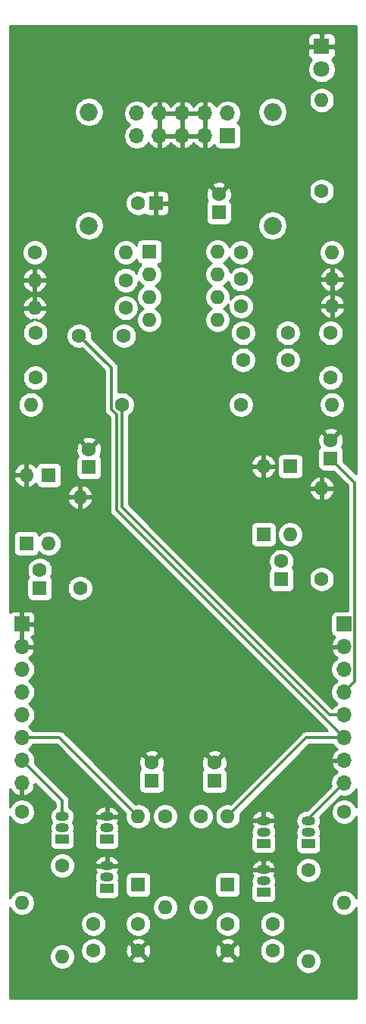
<source format=gbl>
G04 #@! TF.GenerationSoftware,KiCad,Pcbnew,(5.1.9)-1*
G04 #@! TF.CreationDate,2021-10-23T20:05:05+01:00*
G04 #@! TF.ProjectId,Snare+Hihat,536e6172-652b-4486-9968-61742e6b6963,rev?*
G04 #@! TF.SameCoordinates,Original*
G04 #@! TF.FileFunction,Copper,L2,Bot*
G04 #@! TF.FilePolarity,Positive*
%FSLAX46Y46*%
G04 Gerber Fmt 4.6, Leading zero omitted, Abs format (unit mm)*
G04 Created by KiCad (PCBNEW (5.1.9)-1) date 2021-10-23 20:05:05*
%MOMM*%
%LPD*%
G01*
G04 APERTURE LIST*
G04 #@! TA.AperFunction,ComponentPad*
%ADD10O,1.600000X1.600000*%
G04 #@! TD*
G04 #@! TA.AperFunction,ComponentPad*
%ADD11C,1.600000*%
G04 #@! TD*
G04 #@! TA.AperFunction,ComponentPad*
%ADD12R,1.600000X1.600000*%
G04 #@! TD*
G04 #@! TA.AperFunction,ComponentPad*
%ADD13R,1.500000X1.050000*%
G04 #@! TD*
G04 #@! TA.AperFunction,ComponentPad*
%ADD14O,1.500000X1.050000*%
G04 #@! TD*
G04 #@! TA.AperFunction,ComponentPad*
%ADD15O,1.700000X1.700000*%
G04 #@! TD*
G04 #@! TA.AperFunction,ComponentPad*
%ADD16R,1.700000X1.700000*%
G04 #@! TD*
G04 #@! TA.AperFunction,ComponentPad*
%ADD17O,2.000000X2.000000*%
G04 #@! TD*
G04 #@! TA.AperFunction,ComponentPad*
%ADD18C,2.000000*%
G04 #@! TD*
G04 #@! TA.AperFunction,ComponentPad*
%ADD19C,1.800000*%
G04 #@! TD*
G04 #@! TA.AperFunction,ComponentPad*
%ADD20R,1.800000X1.800000*%
G04 #@! TD*
G04 #@! TA.AperFunction,ViaPad*
%ADD21C,3.600000*%
G04 #@! TD*
G04 #@! TA.AperFunction,Conductor*
%ADD22C,0.300000*%
G04 #@! TD*
G04 #@! TA.AperFunction,Conductor*
%ADD23C,0.254000*%
G04 #@! TD*
G04 #@! TA.AperFunction,Conductor*
%ADD24C,0.100000*%
G04 #@! TD*
G04 APERTURE END LIST*
D10*
X43600000Y-57000000D03*
D11*
X33440000Y-57000000D03*
X53500000Y-114000000D03*
D12*
X53500000Y-116000000D03*
D11*
X46500000Y-114000000D03*
D12*
X46500000Y-116000000D03*
D10*
X53870000Y-56920000D03*
X46250000Y-64540000D03*
X53870000Y-59460000D03*
X46250000Y-62000000D03*
X53870000Y-62000000D03*
X46250000Y-59460000D03*
X53870000Y-64540000D03*
D12*
X46250000Y-56920000D03*
D10*
X66660000Y-74000000D03*
D11*
X56500000Y-74000000D03*
D10*
X66660000Y-57000000D03*
D11*
X56500000Y-57000000D03*
D10*
X66660000Y-60000000D03*
D11*
X56500000Y-60000000D03*
D10*
X66660000Y-63000000D03*
D11*
X56500000Y-63000000D03*
D10*
X32000000Y-129660000D03*
D11*
X32000000Y-119500000D03*
D10*
X48000000Y-130160000D03*
D11*
X48000000Y-120000000D03*
D10*
X36500000Y-135660000D03*
D11*
X36500000Y-125500000D03*
D10*
X38500000Y-84340000D03*
D11*
X38500000Y-94500000D03*
D10*
X33000000Y-74000000D03*
D11*
X43160000Y-74000000D03*
D10*
X33440000Y-60100000D03*
D11*
X43600000Y-60100000D03*
D10*
X33440000Y-63200000D03*
D11*
X43600000Y-63200000D03*
D10*
X65500000Y-40000000D03*
D11*
X65500000Y-50160000D03*
D10*
X68000000Y-129660000D03*
D11*
X68000000Y-119500000D03*
D10*
X52000000Y-130160000D03*
D11*
X52000000Y-120000000D03*
D10*
X64000000Y-136160000D03*
D11*
X64000000Y-126000000D03*
D10*
X65500000Y-83340000D03*
D11*
X65500000Y-93500000D03*
D13*
X41500000Y-128040000D03*
D14*
X41500000Y-125500000D03*
X41500000Y-126770000D03*
D13*
X41500000Y-122540000D03*
D14*
X41500000Y-120000000D03*
X41500000Y-121270000D03*
D13*
X36500000Y-122540000D03*
D14*
X36500000Y-120000000D03*
X36500000Y-121270000D03*
D13*
X59000000Y-128500000D03*
D14*
X59000000Y-125960000D03*
X59000000Y-127230000D03*
D13*
X59000000Y-123000000D03*
D14*
X59000000Y-120460000D03*
X59000000Y-121730000D03*
D13*
X64000000Y-123040000D03*
D14*
X64000000Y-120500000D03*
X64000000Y-121770000D03*
D15*
X32000000Y-116280000D03*
X32000000Y-113740000D03*
X32000000Y-111200000D03*
X32000000Y-108660000D03*
X32000000Y-106120000D03*
X32000000Y-103580000D03*
X32000000Y-101040000D03*
D16*
X32000000Y-98500000D03*
D15*
X68000000Y-116280000D03*
X68000000Y-113740000D03*
X68000000Y-111200000D03*
X68000000Y-108660000D03*
X68000000Y-106120000D03*
X68000000Y-103580000D03*
X68000000Y-101040000D03*
D16*
X68000000Y-98500000D03*
D15*
X44840000Y-41460000D03*
X44840000Y-44000000D03*
X47380000Y-41460000D03*
X47380000Y-44000000D03*
X49920000Y-41460000D03*
X49920000Y-44000000D03*
X52460000Y-41460000D03*
X52460000Y-44000000D03*
X55000000Y-41460000D03*
D16*
X55000000Y-44000000D03*
D17*
X39500000Y-41300000D03*
D18*
X39500000Y-54000000D03*
D17*
X60000000Y-41300000D03*
D18*
X60000000Y-54000000D03*
D10*
X45000000Y-120000000D03*
D12*
X45000000Y-127620000D03*
D10*
X35000000Y-89500000D03*
D12*
X35000000Y-81880000D03*
D10*
X32500000Y-81880000D03*
D12*
X32500000Y-89500000D03*
D19*
X65500000Y-36540000D03*
D20*
X65500000Y-34000000D03*
D10*
X55000000Y-120000000D03*
D12*
X55000000Y-127620000D03*
D10*
X62000000Y-88500000D03*
D12*
X62000000Y-80880000D03*
D10*
X59000000Y-80880000D03*
D12*
X59000000Y-88500000D03*
D11*
X61700000Y-66000000D03*
X56700000Y-66000000D03*
X66500000Y-66000000D03*
X66500000Y-71000000D03*
X61700000Y-69000000D03*
X56700000Y-69000000D03*
X40000000Y-135000000D03*
X45000000Y-135000000D03*
X40000000Y-132000000D03*
X45000000Y-132000000D03*
X39500000Y-79000000D03*
D12*
X39500000Y-81000000D03*
D11*
X34000000Y-92500000D03*
D12*
X34000000Y-94500000D03*
D11*
X33500000Y-71000000D03*
X33500000Y-66000000D03*
X43400000Y-66300000D03*
X38400000Y-66300000D03*
X60000000Y-135000000D03*
X55000000Y-135000000D03*
X60000000Y-132000000D03*
X55000000Y-132000000D03*
X66500000Y-78000000D03*
D12*
X66500000Y-80000000D03*
D11*
X45000000Y-51500000D03*
D12*
X47000000Y-51500000D03*
D11*
X54000000Y-50500000D03*
D12*
X54000000Y-52500000D03*
D11*
X61000000Y-91500000D03*
D12*
X61000000Y-93500000D03*
D21*
X50000000Y-35000000D03*
D22*
X64000000Y-120280000D02*
X68000000Y-116280000D01*
X64000000Y-120500000D02*
X64000000Y-120280000D01*
X69200001Y-82700001D02*
X66500000Y-80000000D01*
X69200001Y-104919999D02*
X69200001Y-82700001D01*
X68000000Y-106120000D02*
X69200001Y-104919999D01*
X63800000Y-111200000D02*
X68000000Y-111200000D01*
X55000000Y-120000000D02*
X63800000Y-111200000D01*
X42600000Y-85800000D02*
X68000000Y-111200000D01*
X42600000Y-75142002D02*
X42600000Y-85800000D01*
X42009999Y-74552001D02*
X42600000Y-75142002D01*
X38400000Y-66300000D02*
X42009999Y-69909999D01*
X42009999Y-69909999D02*
X42009999Y-74552001D01*
X36500000Y-118240000D02*
X32000000Y-113740000D01*
X36500000Y-120000000D02*
X36500000Y-118240000D01*
X36200000Y-111200000D02*
X32000000Y-111200000D01*
X45000000Y-120000000D02*
X36200000Y-111200000D01*
X66360000Y-108660000D02*
X68000000Y-108660000D01*
X43160000Y-85460000D02*
X66360000Y-108660000D01*
X43160000Y-74000000D02*
X43160000Y-85460000D01*
D23*
X69340000Y-81729842D02*
X67938072Y-80327915D01*
X67938072Y-79200000D01*
X67925812Y-79075518D01*
X67889502Y-78955820D01*
X67830537Y-78845506D01*
X67751185Y-78748815D01*
X67738242Y-78738193D01*
X67857571Y-78486004D01*
X67926300Y-78211816D01*
X67940217Y-77929488D01*
X67898787Y-77649870D01*
X67803603Y-77383708D01*
X67736671Y-77258486D01*
X67492702Y-77186903D01*
X66679605Y-78000000D01*
X66693748Y-78014143D01*
X66514143Y-78193748D01*
X66500000Y-78179605D01*
X66485858Y-78193748D01*
X66306253Y-78014143D01*
X66320395Y-78000000D01*
X65507298Y-77186903D01*
X65263329Y-77258486D01*
X65142429Y-77513996D01*
X65073700Y-77788184D01*
X65059783Y-78070512D01*
X65101213Y-78350130D01*
X65196397Y-78616292D01*
X65261616Y-78738309D01*
X65248815Y-78748815D01*
X65169463Y-78845506D01*
X65110498Y-78955820D01*
X65074188Y-79075518D01*
X65061928Y-79200000D01*
X65061928Y-80800000D01*
X65074188Y-80924482D01*
X65110498Y-81044180D01*
X65169463Y-81154494D01*
X65248815Y-81251185D01*
X65345506Y-81330537D01*
X65455820Y-81389502D01*
X65575518Y-81425812D01*
X65700000Y-81438072D01*
X66827915Y-81438072D01*
X68415002Y-83025160D01*
X68415001Y-97011928D01*
X67150000Y-97011928D01*
X67025518Y-97024188D01*
X66905820Y-97060498D01*
X66795506Y-97119463D01*
X66698815Y-97198815D01*
X66619463Y-97295506D01*
X66560498Y-97405820D01*
X66524188Y-97525518D01*
X66511928Y-97650000D01*
X66511928Y-99350000D01*
X66524188Y-99474482D01*
X66560498Y-99594180D01*
X66619463Y-99704494D01*
X66698815Y-99801185D01*
X66795506Y-99880537D01*
X66905820Y-99939502D01*
X66986466Y-99963966D01*
X66902412Y-100039731D01*
X66728359Y-100273080D01*
X66603175Y-100535901D01*
X66558524Y-100683110D01*
X66679845Y-100913000D01*
X67873000Y-100913000D01*
X67873000Y-100893000D01*
X68127000Y-100893000D01*
X68127000Y-100913000D01*
X68147000Y-100913000D01*
X68147000Y-101167000D01*
X68127000Y-101167000D01*
X68127000Y-101187000D01*
X67873000Y-101187000D01*
X67873000Y-101167000D01*
X66679845Y-101167000D01*
X66558524Y-101396890D01*
X66603175Y-101544099D01*
X66728359Y-101806920D01*
X66902412Y-102040269D01*
X67118645Y-102235178D01*
X67235534Y-102304805D01*
X67053368Y-102426525D01*
X66846525Y-102633368D01*
X66684010Y-102876589D01*
X66572068Y-103146842D01*
X66515000Y-103433740D01*
X66515000Y-103726260D01*
X66572068Y-104013158D01*
X66684010Y-104283411D01*
X66846525Y-104526632D01*
X67053368Y-104733475D01*
X67227760Y-104850000D01*
X67053368Y-104966525D01*
X66846525Y-105173368D01*
X66684010Y-105416589D01*
X66572068Y-105686842D01*
X66515000Y-105973740D01*
X66515000Y-106266260D01*
X66572068Y-106553158D01*
X66684010Y-106823411D01*
X66846525Y-107066632D01*
X67053368Y-107273475D01*
X67227760Y-107390000D01*
X67053368Y-107506525D01*
X66846525Y-107713368D01*
X66738526Y-107875000D01*
X66685157Y-107875000D01*
X51510157Y-92700000D01*
X59561928Y-92700000D01*
X59561928Y-94300000D01*
X59574188Y-94424482D01*
X59610498Y-94544180D01*
X59669463Y-94654494D01*
X59748815Y-94751185D01*
X59845506Y-94830537D01*
X59955820Y-94889502D01*
X60075518Y-94925812D01*
X60200000Y-94938072D01*
X61800000Y-94938072D01*
X61924482Y-94925812D01*
X62044180Y-94889502D01*
X62154494Y-94830537D01*
X62251185Y-94751185D01*
X62330537Y-94654494D01*
X62389502Y-94544180D01*
X62425812Y-94424482D01*
X62438072Y-94300000D01*
X62438072Y-93358665D01*
X64065000Y-93358665D01*
X64065000Y-93641335D01*
X64120147Y-93918574D01*
X64228320Y-94179727D01*
X64385363Y-94414759D01*
X64585241Y-94614637D01*
X64820273Y-94771680D01*
X65081426Y-94879853D01*
X65358665Y-94935000D01*
X65641335Y-94935000D01*
X65918574Y-94879853D01*
X66179727Y-94771680D01*
X66414759Y-94614637D01*
X66614637Y-94414759D01*
X66771680Y-94179727D01*
X66879853Y-93918574D01*
X66935000Y-93641335D01*
X66935000Y-93358665D01*
X66879853Y-93081426D01*
X66771680Y-92820273D01*
X66614637Y-92585241D01*
X66414759Y-92385363D01*
X66179727Y-92228320D01*
X65918574Y-92120147D01*
X65641335Y-92065000D01*
X65358665Y-92065000D01*
X65081426Y-92120147D01*
X64820273Y-92228320D01*
X64585241Y-92385363D01*
X64385363Y-92585241D01*
X64228320Y-92820273D01*
X64120147Y-93081426D01*
X64065000Y-93358665D01*
X62438072Y-93358665D01*
X62438072Y-92700000D01*
X62425812Y-92575518D01*
X62389502Y-92455820D01*
X62330537Y-92345506D01*
X62251185Y-92248815D01*
X62234607Y-92235210D01*
X62271680Y-92179727D01*
X62379853Y-91918574D01*
X62435000Y-91641335D01*
X62435000Y-91358665D01*
X62379853Y-91081426D01*
X62271680Y-90820273D01*
X62114637Y-90585241D01*
X61914759Y-90385363D01*
X61679727Y-90228320D01*
X61418574Y-90120147D01*
X61141335Y-90065000D01*
X60858665Y-90065000D01*
X60581426Y-90120147D01*
X60320273Y-90228320D01*
X60085241Y-90385363D01*
X59885363Y-90585241D01*
X59728320Y-90820273D01*
X59620147Y-91081426D01*
X59565000Y-91358665D01*
X59565000Y-91641335D01*
X59620147Y-91918574D01*
X59728320Y-92179727D01*
X59765393Y-92235210D01*
X59748815Y-92248815D01*
X59669463Y-92345506D01*
X59610498Y-92455820D01*
X59574188Y-92575518D01*
X59561928Y-92700000D01*
X51510157Y-92700000D01*
X46510157Y-87700000D01*
X57561928Y-87700000D01*
X57561928Y-89300000D01*
X57574188Y-89424482D01*
X57610498Y-89544180D01*
X57669463Y-89654494D01*
X57748815Y-89751185D01*
X57845506Y-89830537D01*
X57955820Y-89889502D01*
X58075518Y-89925812D01*
X58200000Y-89938072D01*
X59800000Y-89938072D01*
X59924482Y-89925812D01*
X60044180Y-89889502D01*
X60154494Y-89830537D01*
X60251185Y-89751185D01*
X60330537Y-89654494D01*
X60389502Y-89544180D01*
X60425812Y-89424482D01*
X60438072Y-89300000D01*
X60438072Y-88358665D01*
X60565000Y-88358665D01*
X60565000Y-88641335D01*
X60620147Y-88918574D01*
X60728320Y-89179727D01*
X60885363Y-89414759D01*
X61085241Y-89614637D01*
X61320273Y-89771680D01*
X61581426Y-89879853D01*
X61858665Y-89935000D01*
X62141335Y-89935000D01*
X62418574Y-89879853D01*
X62679727Y-89771680D01*
X62914759Y-89614637D01*
X63114637Y-89414759D01*
X63271680Y-89179727D01*
X63379853Y-88918574D01*
X63435000Y-88641335D01*
X63435000Y-88358665D01*
X63379853Y-88081426D01*
X63271680Y-87820273D01*
X63114637Y-87585241D01*
X62914759Y-87385363D01*
X62679727Y-87228320D01*
X62418574Y-87120147D01*
X62141335Y-87065000D01*
X61858665Y-87065000D01*
X61581426Y-87120147D01*
X61320273Y-87228320D01*
X61085241Y-87385363D01*
X60885363Y-87585241D01*
X60728320Y-87820273D01*
X60620147Y-88081426D01*
X60565000Y-88358665D01*
X60438072Y-88358665D01*
X60438072Y-87700000D01*
X60425812Y-87575518D01*
X60389502Y-87455820D01*
X60330537Y-87345506D01*
X60251185Y-87248815D01*
X60154494Y-87169463D01*
X60044180Y-87110498D01*
X59924482Y-87074188D01*
X59800000Y-87061928D01*
X58200000Y-87061928D01*
X58075518Y-87074188D01*
X57955820Y-87110498D01*
X57845506Y-87169463D01*
X57748815Y-87248815D01*
X57669463Y-87345506D01*
X57610498Y-87455820D01*
X57574188Y-87575518D01*
X57561928Y-87700000D01*
X46510157Y-87700000D01*
X43945000Y-85134843D01*
X43945000Y-83689040D01*
X64108091Y-83689040D01*
X64202930Y-83953881D01*
X64347615Y-84195131D01*
X64536586Y-84403519D01*
X64762580Y-84571037D01*
X65016913Y-84691246D01*
X65150961Y-84731904D01*
X65373000Y-84609915D01*
X65373000Y-83467000D01*
X65627000Y-83467000D01*
X65627000Y-84609915D01*
X65849039Y-84731904D01*
X65983087Y-84691246D01*
X66237420Y-84571037D01*
X66463414Y-84403519D01*
X66652385Y-84195131D01*
X66797070Y-83953881D01*
X66891909Y-83689040D01*
X66770624Y-83467000D01*
X65627000Y-83467000D01*
X65373000Y-83467000D01*
X64229376Y-83467000D01*
X64108091Y-83689040D01*
X43945000Y-83689040D01*
X43945000Y-82990960D01*
X64108091Y-82990960D01*
X64229376Y-83213000D01*
X65373000Y-83213000D01*
X65373000Y-82070085D01*
X65627000Y-82070085D01*
X65627000Y-83213000D01*
X66770624Y-83213000D01*
X66891909Y-82990960D01*
X66797070Y-82726119D01*
X66652385Y-82484869D01*
X66463414Y-82276481D01*
X66237420Y-82108963D01*
X65983087Y-81988754D01*
X65849039Y-81948096D01*
X65627000Y-82070085D01*
X65373000Y-82070085D01*
X65150961Y-81948096D01*
X65016913Y-81988754D01*
X64762580Y-82108963D01*
X64536586Y-82276481D01*
X64347615Y-82484869D01*
X64202930Y-82726119D01*
X64108091Y-82990960D01*
X43945000Y-82990960D01*
X43945000Y-81229040D01*
X57608091Y-81229040D01*
X57702930Y-81493881D01*
X57847615Y-81735131D01*
X58036586Y-81943519D01*
X58262580Y-82111037D01*
X58516913Y-82231246D01*
X58650961Y-82271904D01*
X58873000Y-82149915D01*
X58873000Y-81007000D01*
X59127000Y-81007000D01*
X59127000Y-82149915D01*
X59349039Y-82271904D01*
X59483087Y-82231246D01*
X59737420Y-82111037D01*
X59963414Y-81943519D01*
X60152385Y-81735131D01*
X60297070Y-81493881D01*
X60391909Y-81229040D01*
X60270624Y-81007000D01*
X59127000Y-81007000D01*
X58873000Y-81007000D01*
X57729376Y-81007000D01*
X57608091Y-81229040D01*
X43945000Y-81229040D01*
X43945000Y-80530960D01*
X57608091Y-80530960D01*
X57729376Y-80753000D01*
X58873000Y-80753000D01*
X58873000Y-79610085D01*
X59127000Y-79610085D01*
X59127000Y-80753000D01*
X60270624Y-80753000D01*
X60391909Y-80530960D01*
X60297070Y-80266119D01*
X60185449Y-80080000D01*
X60561928Y-80080000D01*
X60561928Y-81680000D01*
X60574188Y-81804482D01*
X60610498Y-81924180D01*
X60669463Y-82034494D01*
X60748815Y-82131185D01*
X60845506Y-82210537D01*
X60955820Y-82269502D01*
X61075518Y-82305812D01*
X61200000Y-82318072D01*
X62800000Y-82318072D01*
X62924482Y-82305812D01*
X63044180Y-82269502D01*
X63154494Y-82210537D01*
X63251185Y-82131185D01*
X63330537Y-82034494D01*
X63389502Y-81924180D01*
X63425812Y-81804482D01*
X63438072Y-81680000D01*
X63438072Y-80080000D01*
X63425812Y-79955518D01*
X63389502Y-79835820D01*
X63330537Y-79725506D01*
X63251185Y-79628815D01*
X63154494Y-79549463D01*
X63044180Y-79490498D01*
X62924482Y-79454188D01*
X62800000Y-79441928D01*
X61200000Y-79441928D01*
X61075518Y-79454188D01*
X60955820Y-79490498D01*
X60845506Y-79549463D01*
X60748815Y-79628815D01*
X60669463Y-79725506D01*
X60610498Y-79835820D01*
X60574188Y-79955518D01*
X60561928Y-80080000D01*
X60185449Y-80080000D01*
X60152385Y-80024869D01*
X59963414Y-79816481D01*
X59737420Y-79648963D01*
X59483087Y-79528754D01*
X59349039Y-79488096D01*
X59127000Y-79610085D01*
X58873000Y-79610085D01*
X58650961Y-79488096D01*
X58516913Y-79528754D01*
X58262580Y-79648963D01*
X58036586Y-79816481D01*
X57847615Y-80024869D01*
X57702930Y-80266119D01*
X57608091Y-80530960D01*
X43945000Y-80530960D01*
X43945000Y-77007298D01*
X65686903Y-77007298D01*
X66500000Y-77820395D01*
X67313097Y-77007298D01*
X67241514Y-76763329D01*
X66986004Y-76642429D01*
X66711816Y-76573700D01*
X66429488Y-76559783D01*
X66149870Y-76601213D01*
X65883708Y-76696397D01*
X65758486Y-76763329D01*
X65686903Y-77007298D01*
X43945000Y-77007298D01*
X43945000Y-75201339D01*
X44074759Y-75114637D01*
X44274637Y-74914759D01*
X44431680Y-74679727D01*
X44539853Y-74418574D01*
X44595000Y-74141335D01*
X44595000Y-73858665D01*
X55065000Y-73858665D01*
X55065000Y-74141335D01*
X55120147Y-74418574D01*
X55228320Y-74679727D01*
X55385363Y-74914759D01*
X55585241Y-75114637D01*
X55820273Y-75271680D01*
X56081426Y-75379853D01*
X56358665Y-75435000D01*
X56641335Y-75435000D01*
X56918574Y-75379853D01*
X57179727Y-75271680D01*
X57414759Y-75114637D01*
X57614637Y-74914759D01*
X57771680Y-74679727D01*
X57879853Y-74418574D01*
X57935000Y-74141335D01*
X57935000Y-73858665D01*
X65225000Y-73858665D01*
X65225000Y-74141335D01*
X65280147Y-74418574D01*
X65388320Y-74679727D01*
X65545363Y-74914759D01*
X65745241Y-75114637D01*
X65980273Y-75271680D01*
X66241426Y-75379853D01*
X66518665Y-75435000D01*
X66801335Y-75435000D01*
X67078574Y-75379853D01*
X67339727Y-75271680D01*
X67574759Y-75114637D01*
X67774637Y-74914759D01*
X67931680Y-74679727D01*
X68039853Y-74418574D01*
X68095000Y-74141335D01*
X68095000Y-73858665D01*
X68039853Y-73581426D01*
X67931680Y-73320273D01*
X67774637Y-73085241D01*
X67574759Y-72885363D01*
X67339727Y-72728320D01*
X67078574Y-72620147D01*
X66801335Y-72565000D01*
X66518665Y-72565000D01*
X66241426Y-72620147D01*
X65980273Y-72728320D01*
X65745241Y-72885363D01*
X65545363Y-73085241D01*
X65388320Y-73320273D01*
X65280147Y-73581426D01*
X65225000Y-73858665D01*
X57935000Y-73858665D01*
X57879853Y-73581426D01*
X57771680Y-73320273D01*
X57614637Y-73085241D01*
X57414759Y-72885363D01*
X57179727Y-72728320D01*
X56918574Y-72620147D01*
X56641335Y-72565000D01*
X56358665Y-72565000D01*
X56081426Y-72620147D01*
X55820273Y-72728320D01*
X55585241Y-72885363D01*
X55385363Y-73085241D01*
X55228320Y-73320273D01*
X55120147Y-73581426D01*
X55065000Y-73858665D01*
X44595000Y-73858665D01*
X44539853Y-73581426D01*
X44431680Y-73320273D01*
X44274637Y-73085241D01*
X44074759Y-72885363D01*
X43839727Y-72728320D01*
X43578574Y-72620147D01*
X43301335Y-72565000D01*
X43018665Y-72565000D01*
X42794999Y-72609491D01*
X42794999Y-70858665D01*
X65065000Y-70858665D01*
X65065000Y-71141335D01*
X65120147Y-71418574D01*
X65228320Y-71679727D01*
X65385363Y-71914759D01*
X65585241Y-72114637D01*
X65820273Y-72271680D01*
X66081426Y-72379853D01*
X66358665Y-72435000D01*
X66641335Y-72435000D01*
X66918574Y-72379853D01*
X67179727Y-72271680D01*
X67414759Y-72114637D01*
X67614637Y-71914759D01*
X67771680Y-71679727D01*
X67879853Y-71418574D01*
X67935000Y-71141335D01*
X67935000Y-70858665D01*
X67879853Y-70581426D01*
X67771680Y-70320273D01*
X67614637Y-70085241D01*
X67414759Y-69885363D01*
X67179727Y-69728320D01*
X66918574Y-69620147D01*
X66641335Y-69565000D01*
X66358665Y-69565000D01*
X66081426Y-69620147D01*
X65820273Y-69728320D01*
X65585241Y-69885363D01*
X65385363Y-70085241D01*
X65228320Y-70320273D01*
X65120147Y-70581426D01*
X65065000Y-70858665D01*
X42794999Y-70858665D01*
X42794999Y-69948555D01*
X42798796Y-69909999D01*
X42794999Y-69871439D01*
X42794999Y-69871438D01*
X42791019Y-69831025D01*
X42783641Y-69756112D01*
X42738753Y-69608139D01*
X42715695Y-69565000D01*
X42665861Y-69471766D01*
X42567763Y-69352235D01*
X42537810Y-69327653D01*
X42068822Y-68858665D01*
X55265000Y-68858665D01*
X55265000Y-69141335D01*
X55320147Y-69418574D01*
X55428320Y-69679727D01*
X55585363Y-69914759D01*
X55785241Y-70114637D01*
X56020273Y-70271680D01*
X56281426Y-70379853D01*
X56558665Y-70435000D01*
X56841335Y-70435000D01*
X57118574Y-70379853D01*
X57379727Y-70271680D01*
X57614759Y-70114637D01*
X57814637Y-69914759D01*
X57971680Y-69679727D01*
X58079853Y-69418574D01*
X58135000Y-69141335D01*
X58135000Y-68858665D01*
X60265000Y-68858665D01*
X60265000Y-69141335D01*
X60320147Y-69418574D01*
X60428320Y-69679727D01*
X60585363Y-69914759D01*
X60785241Y-70114637D01*
X61020273Y-70271680D01*
X61281426Y-70379853D01*
X61558665Y-70435000D01*
X61841335Y-70435000D01*
X62118574Y-70379853D01*
X62379727Y-70271680D01*
X62614759Y-70114637D01*
X62814637Y-69914759D01*
X62971680Y-69679727D01*
X63079853Y-69418574D01*
X63135000Y-69141335D01*
X63135000Y-68858665D01*
X63079853Y-68581426D01*
X62971680Y-68320273D01*
X62814637Y-68085241D01*
X62614759Y-67885363D01*
X62379727Y-67728320D01*
X62118574Y-67620147D01*
X61841335Y-67565000D01*
X61558665Y-67565000D01*
X61281426Y-67620147D01*
X61020273Y-67728320D01*
X60785241Y-67885363D01*
X60585363Y-68085241D01*
X60428320Y-68320273D01*
X60320147Y-68581426D01*
X60265000Y-68858665D01*
X58135000Y-68858665D01*
X58079853Y-68581426D01*
X57971680Y-68320273D01*
X57814637Y-68085241D01*
X57614759Y-67885363D01*
X57379727Y-67728320D01*
X57118574Y-67620147D01*
X56841335Y-67565000D01*
X56558665Y-67565000D01*
X56281426Y-67620147D01*
X56020273Y-67728320D01*
X55785241Y-67885363D01*
X55585363Y-68085241D01*
X55428320Y-68320273D01*
X55320147Y-68581426D01*
X55265000Y-68858665D01*
X42068822Y-68858665D01*
X39804554Y-66594397D01*
X39835000Y-66441335D01*
X39835000Y-66158665D01*
X41965000Y-66158665D01*
X41965000Y-66441335D01*
X42020147Y-66718574D01*
X42128320Y-66979727D01*
X42285363Y-67214759D01*
X42485241Y-67414637D01*
X42720273Y-67571680D01*
X42981426Y-67679853D01*
X43258665Y-67735000D01*
X43541335Y-67735000D01*
X43818574Y-67679853D01*
X44079727Y-67571680D01*
X44314759Y-67414637D01*
X44514637Y-67214759D01*
X44671680Y-66979727D01*
X44779853Y-66718574D01*
X44835000Y-66441335D01*
X44835000Y-66158665D01*
X44779853Y-65881426D01*
X44671680Y-65620273D01*
X44514637Y-65385241D01*
X44314759Y-65185363D01*
X44079727Y-65028320D01*
X43818574Y-64920147D01*
X43541335Y-64865000D01*
X43258665Y-64865000D01*
X42981426Y-64920147D01*
X42720273Y-65028320D01*
X42485241Y-65185363D01*
X42285363Y-65385241D01*
X42128320Y-65620273D01*
X42020147Y-65881426D01*
X41965000Y-66158665D01*
X39835000Y-66158665D01*
X39779853Y-65881426D01*
X39671680Y-65620273D01*
X39514637Y-65385241D01*
X39314759Y-65185363D01*
X39079727Y-65028320D01*
X38818574Y-64920147D01*
X38541335Y-64865000D01*
X38258665Y-64865000D01*
X37981426Y-64920147D01*
X37720273Y-65028320D01*
X37485241Y-65185363D01*
X37285363Y-65385241D01*
X37128320Y-65620273D01*
X37020147Y-65881426D01*
X36965000Y-66158665D01*
X36965000Y-66441335D01*
X37020147Y-66718574D01*
X37128320Y-66979727D01*
X37285363Y-67214759D01*
X37485241Y-67414637D01*
X37720273Y-67571680D01*
X37981426Y-67679853D01*
X38258665Y-67735000D01*
X38541335Y-67735000D01*
X38694397Y-67704554D01*
X41224999Y-70235156D01*
X41225000Y-74513438D01*
X41221202Y-74552001D01*
X41236358Y-74705887D01*
X41281245Y-74853860D01*
X41281246Y-74853861D01*
X41354138Y-74990234D01*
X41394689Y-75039645D01*
X41427654Y-75079813D01*
X41427658Y-75079817D01*
X41452236Y-75109765D01*
X41482184Y-75134343D01*
X41815000Y-75467160D01*
X41815001Y-85761437D01*
X41811203Y-85800000D01*
X41826359Y-85953886D01*
X41871246Y-86101859D01*
X41871247Y-86101860D01*
X41944139Y-86238233D01*
X41952810Y-86248798D01*
X42017655Y-86327812D01*
X42017659Y-86327816D01*
X42042237Y-86357764D01*
X42072185Y-86382342D01*
X66104842Y-110415000D01*
X63838552Y-110415000D01*
X63799999Y-110411203D01*
X63761446Y-110415000D01*
X63761439Y-110415000D01*
X63660490Y-110424943D01*
X63646112Y-110426359D01*
X63611672Y-110436806D01*
X63498140Y-110471246D01*
X63361767Y-110544138D01*
X63301559Y-110593550D01*
X63272187Y-110617655D01*
X63272184Y-110617658D01*
X63242236Y-110642236D01*
X63217658Y-110672184D01*
X55294397Y-118595446D01*
X55141335Y-118565000D01*
X54858665Y-118565000D01*
X54581426Y-118620147D01*
X54320273Y-118728320D01*
X54085241Y-118885363D01*
X53885363Y-119085241D01*
X53728320Y-119320273D01*
X53620147Y-119581426D01*
X53565000Y-119858665D01*
X53565000Y-120141335D01*
X53620147Y-120418574D01*
X53728320Y-120679727D01*
X53885363Y-120914759D01*
X54085241Y-121114637D01*
X54320273Y-121271680D01*
X54581426Y-121379853D01*
X54858665Y-121435000D01*
X55141335Y-121435000D01*
X55418574Y-121379853D01*
X55679727Y-121271680D01*
X55914759Y-121114637D01*
X56114637Y-120914759D01*
X56271680Y-120679727D01*
X56379853Y-120418574D01*
X56432442Y-120154190D01*
X57656036Y-120154190D01*
X57781837Y-120333000D01*
X58873000Y-120333000D01*
X58873000Y-119453402D01*
X59127000Y-119453402D01*
X59127000Y-120333000D01*
X60218163Y-120333000D01*
X60343964Y-120154190D01*
X60335272Y-120092663D01*
X60242275Y-119883118D01*
X60110184Y-119695742D01*
X59944076Y-119537736D01*
X59750334Y-119415172D01*
X59536404Y-119332761D01*
X59310507Y-119293669D01*
X59127000Y-119453402D01*
X58873000Y-119453402D01*
X58689493Y-119293669D01*
X58463596Y-119332761D01*
X58249666Y-119415172D01*
X58055924Y-119537736D01*
X57889816Y-119695742D01*
X57757725Y-119883118D01*
X57664728Y-120092663D01*
X57656036Y-120154190D01*
X56432442Y-120154190D01*
X56435000Y-120141335D01*
X56435000Y-119858665D01*
X56404554Y-119705603D01*
X64125158Y-111985000D01*
X66738526Y-111985000D01*
X66846525Y-112146632D01*
X67053368Y-112353475D01*
X67235534Y-112475195D01*
X67118645Y-112544822D01*
X66902412Y-112739731D01*
X66728359Y-112973080D01*
X66603175Y-113235901D01*
X66558524Y-113383110D01*
X66679845Y-113613000D01*
X67873000Y-113613000D01*
X67873000Y-113593000D01*
X68127000Y-113593000D01*
X68127000Y-113613000D01*
X68147000Y-113613000D01*
X68147000Y-113867000D01*
X68127000Y-113867000D01*
X68127000Y-113887000D01*
X67873000Y-113887000D01*
X67873000Y-113867000D01*
X66679845Y-113867000D01*
X66558524Y-114096890D01*
X66603175Y-114244099D01*
X66728359Y-114506920D01*
X66902412Y-114740269D01*
X67118645Y-114935178D01*
X67235534Y-115004805D01*
X67053368Y-115126525D01*
X66846525Y-115333368D01*
X66684010Y-115576589D01*
X66572068Y-115846842D01*
X66515000Y-116133740D01*
X66515000Y-116426260D01*
X66552924Y-116616918D01*
X63829843Y-119340000D01*
X63718021Y-119340000D01*
X63547600Y-119356785D01*
X63328940Y-119423115D01*
X63127421Y-119530829D01*
X62950788Y-119675788D01*
X62805829Y-119852421D01*
X62698115Y-120053940D01*
X62631785Y-120272600D01*
X62609388Y-120500000D01*
X62631785Y-120727400D01*
X62698115Y-120946060D01*
X62799105Y-121135000D01*
X62698115Y-121323940D01*
X62631785Y-121542600D01*
X62609388Y-121770000D01*
X62631785Y-121997400D01*
X62695093Y-122206098D01*
X62660498Y-122270820D01*
X62624188Y-122390518D01*
X62611928Y-122515000D01*
X62611928Y-123565000D01*
X62624188Y-123689482D01*
X62660498Y-123809180D01*
X62719463Y-123919494D01*
X62798815Y-124016185D01*
X62895506Y-124095537D01*
X63005820Y-124154502D01*
X63125518Y-124190812D01*
X63250000Y-124203072D01*
X64750000Y-124203072D01*
X64874482Y-124190812D01*
X64994180Y-124154502D01*
X65104494Y-124095537D01*
X65201185Y-124016185D01*
X65280537Y-123919494D01*
X65339502Y-123809180D01*
X65375812Y-123689482D01*
X65388072Y-123565000D01*
X65388072Y-122515000D01*
X65375812Y-122390518D01*
X65339502Y-122270820D01*
X65304907Y-122206098D01*
X65368215Y-121997400D01*
X65390612Y-121770000D01*
X65368215Y-121542600D01*
X65301885Y-121323940D01*
X65200895Y-121135000D01*
X65301885Y-120946060D01*
X65368215Y-120727400D01*
X65390612Y-120500000D01*
X65368215Y-120272600D01*
X65309876Y-120080282D01*
X67663082Y-117727076D01*
X67853740Y-117765000D01*
X68146260Y-117765000D01*
X68433158Y-117707932D01*
X68703411Y-117595990D01*
X68946632Y-117433475D01*
X69153475Y-117226632D01*
X69315990Y-116983411D01*
X69340001Y-116925444D01*
X69340001Y-118985214D01*
X69271680Y-118820273D01*
X69114637Y-118585241D01*
X68914759Y-118385363D01*
X68679727Y-118228320D01*
X68418574Y-118120147D01*
X68141335Y-118065000D01*
X67858665Y-118065000D01*
X67581426Y-118120147D01*
X67320273Y-118228320D01*
X67085241Y-118385363D01*
X66885363Y-118585241D01*
X66728320Y-118820273D01*
X66620147Y-119081426D01*
X66565000Y-119358665D01*
X66565000Y-119641335D01*
X66620147Y-119918574D01*
X66728320Y-120179727D01*
X66885363Y-120414759D01*
X67085241Y-120614637D01*
X67320273Y-120771680D01*
X67581426Y-120879853D01*
X67858665Y-120935000D01*
X68141335Y-120935000D01*
X68418574Y-120879853D01*
X68679727Y-120771680D01*
X68914759Y-120614637D01*
X69114637Y-120414759D01*
X69271680Y-120179727D01*
X69340001Y-120014786D01*
X69340001Y-129145214D01*
X69271680Y-128980273D01*
X69114637Y-128745241D01*
X68914759Y-128545363D01*
X68679727Y-128388320D01*
X68418574Y-128280147D01*
X68141335Y-128225000D01*
X67858665Y-128225000D01*
X67581426Y-128280147D01*
X67320273Y-128388320D01*
X67085241Y-128545363D01*
X66885363Y-128745241D01*
X66728320Y-128980273D01*
X66620147Y-129241426D01*
X66565000Y-129518665D01*
X66565000Y-129801335D01*
X66620147Y-130078574D01*
X66728320Y-130339727D01*
X66885363Y-130574759D01*
X67085241Y-130774637D01*
X67320273Y-130931680D01*
X67581426Y-131039853D01*
X67858665Y-131095000D01*
X68141335Y-131095000D01*
X68418574Y-131039853D01*
X68679727Y-130931680D01*
X68914759Y-130774637D01*
X69114637Y-130574759D01*
X69271680Y-130339727D01*
X69340001Y-130174786D01*
X69340001Y-140340000D01*
X30660000Y-140340000D01*
X30660000Y-135518665D01*
X35065000Y-135518665D01*
X35065000Y-135801335D01*
X35120147Y-136078574D01*
X35228320Y-136339727D01*
X35385363Y-136574759D01*
X35585241Y-136774637D01*
X35820273Y-136931680D01*
X36081426Y-137039853D01*
X36358665Y-137095000D01*
X36641335Y-137095000D01*
X36918574Y-137039853D01*
X37179727Y-136931680D01*
X37414759Y-136774637D01*
X37614637Y-136574759D01*
X37771680Y-136339727D01*
X37879853Y-136078574D01*
X37935000Y-135801335D01*
X37935000Y-135518665D01*
X37879853Y-135241426D01*
X37771680Y-134980273D01*
X37690425Y-134858665D01*
X38565000Y-134858665D01*
X38565000Y-135141335D01*
X38620147Y-135418574D01*
X38728320Y-135679727D01*
X38885363Y-135914759D01*
X39085241Y-136114637D01*
X39320273Y-136271680D01*
X39581426Y-136379853D01*
X39858665Y-136435000D01*
X40141335Y-136435000D01*
X40418574Y-136379853D01*
X40679727Y-136271680D01*
X40914759Y-136114637D01*
X41036694Y-135992702D01*
X44186903Y-135992702D01*
X44258486Y-136236671D01*
X44513996Y-136357571D01*
X44788184Y-136426300D01*
X45070512Y-136440217D01*
X45350130Y-136398787D01*
X45616292Y-136303603D01*
X45741514Y-136236671D01*
X45813097Y-135992702D01*
X54186903Y-135992702D01*
X54258486Y-136236671D01*
X54513996Y-136357571D01*
X54788184Y-136426300D01*
X55070512Y-136440217D01*
X55350130Y-136398787D01*
X55616292Y-136303603D01*
X55741514Y-136236671D01*
X55813097Y-135992702D01*
X55000000Y-135179605D01*
X54186903Y-135992702D01*
X45813097Y-135992702D01*
X45000000Y-135179605D01*
X44186903Y-135992702D01*
X41036694Y-135992702D01*
X41114637Y-135914759D01*
X41271680Y-135679727D01*
X41379853Y-135418574D01*
X41435000Y-135141335D01*
X41435000Y-135070512D01*
X43559783Y-135070512D01*
X43601213Y-135350130D01*
X43696397Y-135616292D01*
X43763329Y-135741514D01*
X44007298Y-135813097D01*
X44820395Y-135000000D01*
X45179605Y-135000000D01*
X45992702Y-135813097D01*
X46236671Y-135741514D01*
X46357571Y-135486004D01*
X46426300Y-135211816D01*
X46433265Y-135070512D01*
X53559783Y-135070512D01*
X53601213Y-135350130D01*
X53696397Y-135616292D01*
X53763329Y-135741514D01*
X54007298Y-135813097D01*
X54820395Y-135000000D01*
X55179605Y-135000000D01*
X55992702Y-135813097D01*
X56236671Y-135741514D01*
X56357571Y-135486004D01*
X56426300Y-135211816D01*
X56440217Y-134929488D01*
X56429724Y-134858665D01*
X58565000Y-134858665D01*
X58565000Y-135141335D01*
X58620147Y-135418574D01*
X58728320Y-135679727D01*
X58885363Y-135914759D01*
X59085241Y-136114637D01*
X59320273Y-136271680D01*
X59581426Y-136379853D01*
X59858665Y-136435000D01*
X60141335Y-136435000D01*
X60418574Y-136379853D01*
X60679727Y-136271680D01*
X60914759Y-136114637D01*
X61010731Y-136018665D01*
X62565000Y-136018665D01*
X62565000Y-136301335D01*
X62620147Y-136578574D01*
X62728320Y-136839727D01*
X62885363Y-137074759D01*
X63085241Y-137274637D01*
X63320273Y-137431680D01*
X63581426Y-137539853D01*
X63858665Y-137595000D01*
X64141335Y-137595000D01*
X64418574Y-137539853D01*
X64679727Y-137431680D01*
X64914759Y-137274637D01*
X65114637Y-137074759D01*
X65271680Y-136839727D01*
X65379853Y-136578574D01*
X65435000Y-136301335D01*
X65435000Y-136018665D01*
X65379853Y-135741426D01*
X65271680Y-135480273D01*
X65114637Y-135245241D01*
X64914759Y-135045363D01*
X64679727Y-134888320D01*
X64418574Y-134780147D01*
X64141335Y-134725000D01*
X63858665Y-134725000D01*
X63581426Y-134780147D01*
X63320273Y-134888320D01*
X63085241Y-135045363D01*
X62885363Y-135245241D01*
X62728320Y-135480273D01*
X62620147Y-135741426D01*
X62565000Y-136018665D01*
X61010731Y-136018665D01*
X61114637Y-135914759D01*
X61271680Y-135679727D01*
X61379853Y-135418574D01*
X61435000Y-135141335D01*
X61435000Y-134858665D01*
X61379853Y-134581426D01*
X61271680Y-134320273D01*
X61114637Y-134085241D01*
X60914759Y-133885363D01*
X60679727Y-133728320D01*
X60418574Y-133620147D01*
X60141335Y-133565000D01*
X59858665Y-133565000D01*
X59581426Y-133620147D01*
X59320273Y-133728320D01*
X59085241Y-133885363D01*
X58885363Y-134085241D01*
X58728320Y-134320273D01*
X58620147Y-134581426D01*
X58565000Y-134858665D01*
X56429724Y-134858665D01*
X56398787Y-134649870D01*
X56303603Y-134383708D01*
X56236671Y-134258486D01*
X55992702Y-134186903D01*
X55179605Y-135000000D01*
X54820395Y-135000000D01*
X54007298Y-134186903D01*
X53763329Y-134258486D01*
X53642429Y-134513996D01*
X53573700Y-134788184D01*
X53559783Y-135070512D01*
X46433265Y-135070512D01*
X46440217Y-134929488D01*
X46398787Y-134649870D01*
X46303603Y-134383708D01*
X46236671Y-134258486D01*
X45992702Y-134186903D01*
X45179605Y-135000000D01*
X44820395Y-135000000D01*
X44007298Y-134186903D01*
X43763329Y-134258486D01*
X43642429Y-134513996D01*
X43573700Y-134788184D01*
X43559783Y-135070512D01*
X41435000Y-135070512D01*
X41435000Y-134858665D01*
X41379853Y-134581426D01*
X41271680Y-134320273D01*
X41114637Y-134085241D01*
X41036694Y-134007298D01*
X44186903Y-134007298D01*
X45000000Y-134820395D01*
X45813097Y-134007298D01*
X54186903Y-134007298D01*
X55000000Y-134820395D01*
X55813097Y-134007298D01*
X55741514Y-133763329D01*
X55486004Y-133642429D01*
X55211816Y-133573700D01*
X54929488Y-133559783D01*
X54649870Y-133601213D01*
X54383708Y-133696397D01*
X54258486Y-133763329D01*
X54186903Y-134007298D01*
X45813097Y-134007298D01*
X45741514Y-133763329D01*
X45486004Y-133642429D01*
X45211816Y-133573700D01*
X44929488Y-133559783D01*
X44649870Y-133601213D01*
X44383708Y-133696397D01*
X44258486Y-133763329D01*
X44186903Y-134007298D01*
X41036694Y-134007298D01*
X40914759Y-133885363D01*
X40679727Y-133728320D01*
X40418574Y-133620147D01*
X40141335Y-133565000D01*
X39858665Y-133565000D01*
X39581426Y-133620147D01*
X39320273Y-133728320D01*
X39085241Y-133885363D01*
X38885363Y-134085241D01*
X38728320Y-134320273D01*
X38620147Y-134581426D01*
X38565000Y-134858665D01*
X37690425Y-134858665D01*
X37614637Y-134745241D01*
X37414759Y-134545363D01*
X37179727Y-134388320D01*
X36918574Y-134280147D01*
X36641335Y-134225000D01*
X36358665Y-134225000D01*
X36081426Y-134280147D01*
X35820273Y-134388320D01*
X35585241Y-134545363D01*
X35385363Y-134745241D01*
X35228320Y-134980273D01*
X35120147Y-135241426D01*
X35065000Y-135518665D01*
X30660000Y-135518665D01*
X30660000Y-131858665D01*
X38565000Y-131858665D01*
X38565000Y-132141335D01*
X38620147Y-132418574D01*
X38728320Y-132679727D01*
X38885363Y-132914759D01*
X39085241Y-133114637D01*
X39320273Y-133271680D01*
X39581426Y-133379853D01*
X39858665Y-133435000D01*
X40141335Y-133435000D01*
X40418574Y-133379853D01*
X40679727Y-133271680D01*
X40914759Y-133114637D01*
X41114637Y-132914759D01*
X41271680Y-132679727D01*
X41379853Y-132418574D01*
X41435000Y-132141335D01*
X41435000Y-131858665D01*
X43565000Y-131858665D01*
X43565000Y-132141335D01*
X43620147Y-132418574D01*
X43728320Y-132679727D01*
X43885363Y-132914759D01*
X44085241Y-133114637D01*
X44320273Y-133271680D01*
X44581426Y-133379853D01*
X44858665Y-133435000D01*
X45141335Y-133435000D01*
X45418574Y-133379853D01*
X45679727Y-133271680D01*
X45914759Y-133114637D01*
X46114637Y-132914759D01*
X46271680Y-132679727D01*
X46379853Y-132418574D01*
X46435000Y-132141335D01*
X46435000Y-131858665D01*
X53565000Y-131858665D01*
X53565000Y-132141335D01*
X53620147Y-132418574D01*
X53728320Y-132679727D01*
X53885363Y-132914759D01*
X54085241Y-133114637D01*
X54320273Y-133271680D01*
X54581426Y-133379853D01*
X54858665Y-133435000D01*
X55141335Y-133435000D01*
X55418574Y-133379853D01*
X55679727Y-133271680D01*
X55914759Y-133114637D01*
X56114637Y-132914759D01*
X56271680Y-132679727D01*
X56379853Y-132418574D01*
X56435000Y-132141335D01*
X56435000Y-131858665D01*
X58565000Y-131858665D01*
X58565000Y-132141335D01*
X58620147Y-132418574D01*
X58728320Y-132679727D01*
X58885363Y-132914759D01*
X59085241Y-133114637D01*
X59320273Y-133271680D01*
X59581426Y-133379853D01*
X59858665Y-133435000D01*
X60141335Y-133435000D01*
X60418574Y-133379853D01*
X60679727Y-133271680D01*
X60914759Y-133114637D01*
X61114637Y-132914759D01*
X61271680Y-132679727D01*
X61379853Y-132418574D01*
X61435000Y-132141335D01*
X61435000Y-131858665D01*
X61379853Y-131581426D01*
X61271680Y-131320273D01*
X61114637Y-131085241D01*
X60914759Y-130885363D01*
X60679727Y-130728320D01*
X60418574Y-130620147D01*
X60141335Y-130565000D01*
X59858665Y-130565000D01*
X59581426Y-130620147D01*
X59320273Y-130728320D01*
X59085241Y-130885363D01*
X58885363Y-131085241D01*
X58728320Y-131320273D01*
X58620147Y-131581426D01*
X58565000Y-131858665D01*
X56435000Y-131858665D01*
X56379853Y-131581426D01*
X56271680Y-131320273D01*
X56114637Y-131085241D01*
X55914759Y-130885363D01*
X55679727Y-130728320D01*
X55418574Y-130620147D01*
X55141335Y-130565000D01*
X54858665Y-130565000D01*
X54581426Y-130620147D01*
X54320273Y-130728320D01*
X54085241Y-130885363D01*
X53885363Y-131085241D01*
X53728320Y-131320273D01*
X53620147Y-131581426D01*
X53565000Y-131858665D01*
X46435000Y-131858665D01*
X46379853Y-131581426D01*
X46271680Y-131320273D01*
X46114637Y-131085241D01*
X45914759Y-130885363D01*
X45679727Y-130728320D01*
X45418574Y-130620147D01*
X45141335Y-130565000D01*
X44858665Y-130565000D01*
X44581426Y-130620147D01*
X44320273Y-130728320D01*
X44085241Y-130885363D01*
X43885363Y-131085241D01*
X43728320Y-131320273D01*
X43620147Y-131581426D01*
X43565000Y-131858665D01*
X41435000Y-131858665D01*
X41379853Y-131581426D01*
X41271680Y-131320273D01*
X41114637Y-131085241D01*
X40914759Y-130885363D01*
X40679727Y-130728320D01*
X40418574Y-130620147D01*
X40141335Y-130565000D01*
X39858665Y-130565000D01*
X39581426Y-130620147D01*
X39320273Y-130728320D01*
X39085241Y-130885363D01*
X38885363Y-131085241D01*
X38728320Y-131320273D01*
X38620147Y-131581426D01*
X38565000Y-131858665D01*
X30660000Y-131858665D01*
X30660000Y-130174788D01*
X30728320Y-130339727D01*
X30885363Y-130574759D01*
X31085241Y-130774637D01*
X31320273Y-130931680D01*
X31581426Y-131039853D01*
X31858665Y-131095000D01*
X32141335Y-131095000D01*
X32418574Y-131039853D01*
X32679727Y-130931680D01*
X32914759Y-130774637D01*
X33114637Y-130574759D01*
X33271680Y-130339727D01*
X33379853Y-130078574D01*
X33391769Y-130018665D01*
X46565000Y-130018665D01*
X46565000Y-130301335D01*
X46620147Y-130578574D01*
X46728320Y-130839727D01*
X46885363Y-131074759D01*
X47085241Y-131274637D01*
X47320273Y-131431680D01*
X47581426Y-131539853D01*
X47858665Y-131595000D01*
X48141335Y-131595000D01*
X48418574Y-131539853D01*
X48679727Y-131431680D01*
X48914759Y-131274637D01*
X49114637Y-131074759D01*
X49271680Y-130839727D01*
X49379853Y-130578574D01*
X49435000Y-130301335D01*
X49435000Y-130018665D01*
X50565000Y-130018665D01*
X50565000Y-130301335D01*
X50620147Y-130578574D01*
X50728320Y-130839727D01*
X50885363Y-131074759D01*
X51085241Y-131274637D01*
X51320273Y-131431680D01*
X51581426Y-131539853D01*
X51858665Y-131595000D01*
X52141335Y-131595000D01*
X52418574Y-131539853D01*
X52679727Y-131431680D01*
X52914759Y-131274637D01*
X53114637Y-131074759D01*
X53271680Y-130839727D01*
X53379853Y-130578574D01*
X53435000Y-130301335D01*
X53435000Y-130018665D01*
X53379853Y-129741426D01*
X53271680Y-129480273D01*
X53114637Y-129245241D01*
X52914759Y-129045363D01*
X52679727Y-128888320D01*
X52418574Y-128780147D01*
X52141335Y-128725000D01*
X51858665Y-128725000D01*
X51581426Y-128780147D01*
X51320273Y-128888320D01*
X51085241Y-129045363D01*
X50885363Y-129245241D01*
X50728320Y-129480273D01*
X50620147Y-129741426D01*
X50565000Y-130018665D01*
X49435000Y-130018665D01*
X49379853Y-129741426D01*
X49271680Y-129480273D01*
X49114637Y-129245241D01*
X48914759Y-129045363D01*
X48679727Y-128888320D01*
X48418574Y-128780147D01*
X48141335Y-128725000D01*
X47858665Y-128725000D01*
X47581426Y-128780147D01*
X47320273Y-128888320D01*
X47085241Y-129045363D01*
X46885363Y-129245241D01*
X46728320Y-129480273D01*
X46620147Y-129741426D01*
X46565000Y-130018665D01*
X33391769Y-130018665D01*
X33435000Y-129801335D01*
X33435000Y-129518665D01*
X33379853Y-129241426D01*
X33271680Y-128980273D01*
X33114637Y-128745241D01*
X32914759Y-128545363D01*
X32679727Y-128388320D01*
X32418574Y-128280147D01*
X32141335Y-128225000D01*
X31858665Y-128225000D01*
X31581426Y-128280147D01*
X31320273Y-128388320D01*
X31085241Y-128545363D01*
X30885363Y-128745241D01*
X30728320Y-128980273D01*
X30660000Y-129145212D01*
X30660000Y-125358665D01*
X35065000Y-125358665D01*
X35065000Y-125641335D01*
X35120147Y-125918574D01*
X35228320Y-126179727D01*
X35385363Y-126414759D01*
X35585241Y-126614637D01*
X35820273Y-126771680D01*
X36081426Y-126879853D01*
X36358665Y-126935000D01*
X36641335Y-126935000D01*
X36918574Y-126879853D01*
X37179727Y-126771680D01*
X37182241Y-126770000D01*
X40109388Y-126770000D01*
X40131785Y-126997400D01*
X40195093Y-127206098D01*
X40160498Y-127270820D01*
X40124188Y-127390518D01*
X40111928Y-127515000D01*
X40111928Y-128565000D01*
X40124188Y-128689482D01*
X40160498Y-128809180D01*
X40219463Y-128919494D01*
X40298815Y-129016185D01*
X40395506Y-129095537D01*
X40505820Y-129154502D01*
X40625518Y-129190812D01*
X40750000Y-129203072D01*
X42250000Y-129203072D01*
X42374482Y-129190812D01*
X42494180Y-129154502D01*
X42604494Y-129095537D01*
X42701185Y-129016185D01*
X42780537Y-128919494D01*
X42839502Y-128809180D01*
X42875812Y-128689482D01*
X42888072Y-128565000D01*
X42888072Y-127515000D01*
X42875812Y-127390518D01*
X42839502Y-127270820D01*
X42804907Y-127206098D01*
X42868215Y-126997400D01*
X42885687Y-126820000D01*
X43561928Y-126820000D01*
X43561928Y-128420000D01*
X43574188Y-128544482D01*
X43610498Y-128664180D01*
X43669463Y-128774494D01*
X43748815Y-128871185D01*
X43845506Y-128950537D01*
X43955820Y-129009502D01*
X44075518Y-129045812D01*
X44200000Y-129058072D01*
X45800000Y-129058072D01*
X45924482Y-129045812D01*
X46044180Y-129009502D01*
X46154494Y-128950537D01*
X46251185Y-128871185D01*
X46330537Y-128774494D01*
X46389502Y-128664180D01*
X46425812Y-128544482D01*
X46438072Y-128420000D01*
X46438072Y-126820000D01*
X53561928Y-126820000D01*
X53561928Y-128420000D01*
X53574188Y-128544482D01*
X53610498Y-128664180D01*
X53669463Y-128774494D01*
X53748815Y-128871185D01*
X53845506Y-128950537D01*
X53955820Y-129009502D01*
X54075518Y-129045812D01*
X54200000Y-129058072D01*
X55800000Y-129058072D01*
X55924482Y-129045812D01*
X56044180Y-129009502D01*
X56154494Y-128950537D01*
X56251185Y-128871185D01*
X56330537Y-128774494D01*
X56389502Y-128664180D01*
X56425812Y-128544482D01*
X56438072Y-128420000D01*
X56438072Y-127230000D01*
X57609388Y-127230000D01*
X57631785Y-127457400D01*
X57695093Y-127666098D01*
X57660498Y-127730820D01*
X57624188Y-127850518D01*
X57611928Y-127975000D01*
X57611928Y-129025000D01*
X57624188Y-129149482D01*
X57660498Y-129269180D01*
X57719463Y-129379494D01*
X57798815Y-129476185D01*
X57895506Y-129555537D01*
X58005820Y-129614502D01*
X58125518Y-129650812D01*
X58250000Y-129663072D01*
X59750000Y-129663072D01*
X59874482Y-129650812D01*
X59994180Y-129614502D01*
X60104494Y-129555537D01*
X60201185Y-129476185D01*
X60280537Y-129379494D01*
X60339502Y-129269180D01*
X60375812Y-129149482D01*
X60388072Y-129025000D01*
X60388072Y-127975000D01*
X60375812Y-127850518D01*
X60339502Y-127730820D01*
X60304907Y-127666098D01*
X60368215Y-127457400D01*
X60390612Y-127230000D01*
X60368215Y-127002600D01*
X60301885Y-126783940D01*
X60201071Y-126595331D01*
X60242275Y-126536882D01*
X60335272Y-126327337D01*
X60343964Y-126265810D01*
X60218163Y-126087000D01*
X59453109Y-126087000D01*
X59452400Y-126086785D01*
X59281979Y-126070000D01*
X58718021Y-126070000D01*
X58547600Y-126086785D01*
X58546891Y-126087000D01*
X57781837Y-126087000D01*
X57656036Y-126265810D01*
X57664728Y-126327337D01*
X57757725Y-126536882D01*
X57798929Y-126595331D01*
X57698115Y-126783940D01*
X57631785Y-127002600D01*
X57609388Y-127230000D01*
X56438072Y-127230000D01*
X56438072Y-126820000D01*
X56425812Y-126695518D01*
X56389502Y-126575820D01*
X56330537Y-126465506D01*
X56251185Y-126368815D01*
X56154494Y-126289463D01*
X56044180Y-126230498D01*
X55924482Y-126194188D01*
X55800000Y-126181928D01*
X54200000Y-126181928D01*
X54075518Y-126194188D01*
X53955820Y-126230498D01*
X53845506Y-126289463D01*
X53748815Y-126368815D01*
X53669463Y-126465506D01*
X53610498Y-126575820D01*
X53574188Y-126695518D01*
X53561928Y-126820000D01*
X46438072Y-126820000D01*
X46425812Y-126695518D01*
X46389502Y-126575820D01*
X46330537Y-126465506D01*
X46251185Y-126368815D01*
X46154494Y-126289463D01*
X46044180Y-126230498D01*
X45924482Y-126194188D01*
X45800000Y-126181928D01*
X44200000Y-126181928D01*
X44075518Y-126194188D01*
X43955820Y-126230498D01*
X43845506Y-126289463D01*
X43748815Y-126368815D01*
X43669463Y-126465506D01*
X43610498Y-126575820D01*
X43574188Y-126695518D01*
X43561928Y-126820000D01*
X42885687Y-126820000D01*
X42890612Y-126770000D01*
X42868215Y-126542600D01*
X42801885Y-126323940D01*
X42701071Y-126135331D01*
X42742275Y-126076882D01*
X42835272Y-125867337D01*
X42836497Y-125858665D01*
X62565000Y-125858665D01*
X62565000Y-126141335D01*
X62620147Y-126418574D01*
X62728320Y-126679727D01*
X62885363Y-126914759D01*
X63085241Y-127114637D01*
X63320273Y-127271680D01*
X63581426Y-127379853D01*
X63858665Y-127435000D01*
X64141335Y-127435000D01*
X64418574Y-127379853D01*
X64679727Y-127271680D01*
X64914759Y-127114637D01*
X65114637Y-126914759D01*
X65271680Y-126679727D01*
X65379853Y-126418574D01*
X65435000Y-126141335D01*
X65435000Y-125858665D01*
X65379853Y-125581426D01*
X65271680Y-125320273D01*
X65114637Y-125085241D01*
X64914759Y-124885363D01*
X64679727Y-124728320D01*
X64418574Y-124620147D01*
X64141335Y-124565000D01*
X63858665Y-124565000D01*
X63581426Y-124620147D01*
X63320273Y-124728320D01*
X63085241Y-124885363D01*
X62885363Y-125085241D01*
X62728320Y-125320273D01*
X62620147Y-125581426D01*
X62565000Y-125858665D01*
X42836497Y-125858665D01*
X42843964Y-125805810D01*
X42737293Y-125654190D01*
X57656036Y-125654190D01*
X57781837Y-125833000D01*
X58873000Y-125833000D01*
X58873000Y-124953402D01*
X59127000Y-124953402D01*
X59127000Y-125833000D01*
X60218163Y-125833000D01*
X60343964Y-125654190D01*
X60335272Y-125592663D01*
X60242275Y-125383118D01*
X60110184Y-125195742D01*
X59944076Y-125037736D01*
X59750334Y-124915172D01*
X59536404Y-124832761D01*
X59310507Y-124793669D01*
X59127000Y-124953402D01*
X58873000Y-124953402D01*
X58689493Y-124793669D01*
X58463596Y-124832761D01*
X58249666Y-124915172D01*
X58055924Y-125037736D01*
X57889816Y-125195742D01*
X57757725Y-125383118D01*
X57664728Y-125592663D01*
X57656036Y-125654190D01*
X42737293Y-125654190D01*
X42718163Y-125627000D01*
X41953109Y-125627000D01*
X41952400Y-125626785D01*
X41781979Y-125610000D01*
X41218021Y-125610000D01*
X41047600Y-125626785D01*
X41046891Y-125627000D01*
X40281837Y-125627000D01*
X40156036Y-125805810D01*
X40164728Y-125867337D01*
X40257725Y-126076882D01*
X40298929Y-126135331D01*
X40198115Y-126323940D01*
X40131785Y-126542600D01*
X40109388Y-126770000D01*
X37182241Y-126770000D01*
X37414759Y-126614637D01*
X37614637Y-126414759D01*
X37771680Y-126179727D01*
X37879853Y-125918574D01*
X37935000Y-125641335D01*
X37935000Y-125358665D01*
X37902284Y-125194190D01*
X40156036Y-125194190D01*
X40281837Y-125373000D01*
X41373000Y-125373000D01*
X41373000Y-124493402D01*
X41627000Y-124493402D01*
X41627000Y-125373000D01*
X42718163Y-125373000D01*
X42843964Y-125194190D01*
X42835272Y-125132663D01*
X42742275Y-124923118D01*
X42610184Y-124735742D01*
X42444076Y-124577736D01*
X42250334Y-124455172D01*
X42036404Y-124372761D01*
X41810507Y-124333669D01*
X41627000Y-124493402D01*
X41373000Y-124493402D01*
X41189493Y-124333669D01*
X40963596Y-124372761D01*
X40749666Y-124455172D01*
X40555924Y-124577736D01*
X40389816Y-124735742D01*
X40257725Y-124923118D01*
X40164728Y-125132663D01*
X40156036Y-125194190D01*
X37902284Y-125194190D01*
X37879853Y-125081426D01*
X37771680Y-124820273D01*
X37614637Y-124585241D01*
X37414759Y-124385363D01*
X37179727Y-124228320D01*
X36918574Y-124120147D01*
X36641335Y-124065000D01*
X36358665Y-124065000D01*
X36081426Y-124120147D01*
X35820273Y-124228320D01*
X35585241Y-124385363D01*
X35385363Y-124585241D01*
X35228320Y-124820273D01*
X35120147Y-125081426D01*
X35065000Y-125358665D01*
X30660000Y-125358665D01*
X30660000Y-120014788D01*
X30728320Y-120179727D01*
X30885363Y-120414759D01*
X31085241Y-120614637D01*
X31320273Y-120771680D01*
X31581426Y-120879853D01*
X31858665Y-120935000D01*
X32141335Y-120935000D01*
X32418574Y-120879853D01*
X32679727Y-120771680D01*
X32914759Y-120614637D01*
X33114637Y-120414759D01*
X33271680Y-120179727D01*
X33379853Y-119918574D01*
X33435000Y-119641335D01*
X33435000Y-119358665D01*
X33379853Y-119081426D01*
X33271680Y-118820273D01*
X33114637Y-118585241D01*
X32914759Y-118385363D01*
X32679727Y-118228320D01*
X32418574Y-118120147D01*
X32141335Y-118065000D01*
X31858665Y-118065000D01*
X31581426Y-118120147D01*
X31320273Y-118228320D01*
X31085241Y-118385363D01*
X30885363Y-118585241D01*
X30728320Y-118820273D01*
X30660000Y-118985212D01*
X30660000Y-116903402D01*
X30728359Y-117046920D01*
X30902412Y-117280269D01*
X31118645Y-117475178D01*
X31368748Y-117624157D01*
X31643109Y-117721481D01*
X31873000Y-117600814D01*
X31873000Y-116407000D01*
X31853000Y-116407000D01*
X31853000Y-116153000D01*
X31873000Y-116153000D01*
X31873000Y-116133000D01*
X32127000Y-116133000D01*
X32127000Y-116153000D01*
X32147000Y-116153000D01*
X32147000Y-116407000D01*
X32127000Y-116407000D01*
X32127000Y-117600814D01*
X32356891Y-117721481D01*
X32631252Y-117624157D01*
X32881355Y-117475178D01*
X33097588Y-117280269D01*
X33271641Y-117046920D01*
X33396825Y-116784099D01*
X33441476Y-116636890D01*
X33320156Y-116407002D01*
X33485000Y-116407002D01*
X33485000Y-116335157D01*
X35715001Y-118565159D01*
X35715001Y-118984017D01*
X35627421Y-119030829D01*
X35450788Y-119175788D01*
X35305829Y-119352421D01*
X35198115Y-119553940D01*
X35131785Y-119772600D01*
X35109388Y-120000000D01*
X35131785Y-120227400D01*
X35198115Y-120446060D01*
X35299105Y-120635000D01*
X35198115Y-120823940D01*
X35131785Y-121042600D01*
X35109388Y-121270000D01*
X35131785Y-121497400D01*
X35195093Y-121706098D01*
X35160498Y-121770820D01*
X35124188Y-121890518D01*
X35111928Y-122015000D01*
X35111928Y-123065000D01*
X35124188Y-123189482D01*
X35160498Y-123309180D01*
X35219463Y-123419494D01*
X35298815Y-123516185D01*
X35395506Y-123595537D01*
X35505820Y-123654502D01*
X35625518Y-123690812D01*
X35750000Y-123703072D01*
X37250000Y-123703072D01*
X37374482Y-123690812D01*
X37494180Y-123654502D01*
X37604494Y-123595537D01*
X37701185Y-123516185D01*
X37780537Y-123419494D01*
X37839502Y-123309180D01*
X37875812Y-123189482D01*
X37888072Y-123065000D01*
X37888072Y-122015000D01*
X37875812Y-121890518D01*
X37839502Y-121770820D01*
X37804907Y-121706098D01*
X37868215Y-121497400D01*
X37890612Y-121270000D01*
X40109388Y-121270000D01*
X40131785Y-121497400D01*
X40195093Y-121706098D01*
X40160498Y-121770820D01*
X40124188Y-121890518D01*
X40111928Y-122015000D01*
X40111928Y-123065000D01*
X40124188Y-123189482D01*
X40160498Y-123309180D01*
X40219463Y-123419494D01*
X40298815Y-123516185D01*
X40395506Y-123595537D01*
X40505820Y-123654502D01*
X40625518Y-123690812D01*
X40750000Y-123703072D01*
X42250000Y-123703072D01*
X42374482Y-123690812D01*
X42494180Y-123654502D01*
X42604494Y-123595537D01*
X42701185Y-123516185D01*
X42780537Y-123419494D01*
X42839502Y-123309180D01*
X42875812Y-123189482D01*
X42888072Y-123065000D01*
X42888072Y-122015000D01*
X42875812Y-121890518D01*
X42839502Y-121770820D01*
X42817684Y-121730000D01*
X57609388Y-121730000D01*
X57631785Y-121957400D01*
X57695093Y-122166098D01*
X57660498Y-122230820D01*
X57624188Y-122350518D01*
X57611928Y-122475000D01*
X57611928Y-123525000D01*
X57624188Y-123649482D01*
X57660498Y-123769180D01*
X57719463Y-123879494D01*
X57798815Y-123976185D01*
X57895506Y-124055537D01*
X58005820Y-124114502D01*
X58125518Y-124150812D01*
X58250000Y-124163072D01*
X59750000Y-124163072D01*
X59874482Y-124150812D01*
X59994180Y-124114502D01*
X60104494Y-124055537D01*
X60201185Y-123976185D01*
X60280537Y-123879494D01*
X60339502Y-123769180D01*
X60375812Y-123649482D01*
X60388072Y-123525000D01*
X60388072Y-122475000D01*
X60375812Y-122350518D01*
X60339502Y-122230820D01*
X60304907Y-122166098D01*
X60368215Y-121957400D01*
X60390612Y-121730000D01*
X60368215Y-121502600D01*
X60301885Y-121283940D01*
X60201071Y-121095331D01*
X60242275Y-121036882D01*
X60335272Y-120827337D01*
X60343964Y-120765810D01*
X60218163Y-120587000D01*
X59453109Y-120587000D01*
X59452400Y-120586785D01*
X59281979Y-120570000D01*
X58718021Y-120570000D01*
X58547600Y-120586785D01*
X58546891Y-120587000D01*
X57781837Y-120587000D01*
X57656036Y-120765810D01*
X57664728Y-120827337D01*
X57757725Y-121036882D01*
X57798929Y-121095331D01*
X57698115Y-121283940D01*
X57631785Y-121502600D01*
X57609388Y-121730000D01*
X42817684Y-121730000D01*
X42804907Y-121706098D01*
X42868215Y-121497400D01*
X42890612Y-121270000D01*
X42868215Y-121042600D01*
X42801885Y-120823940D01*
X42701071Y-120635331D01*
X42742275Y-120576882D01*
X42835272Y-120367337D01*
X42843964Y-120305810D01*
X42718163Y-120127000D01*
X41953109Y-120127000D01*
X41952400Y-120126785D01*
X41781979Y-120110000D01*
X41218021Y-120110000D01*
X41047600Y-120126785D01*
X41046891Y-120127000D01*
X40281837Y-120127000D01*
X40156036Y-120305810D01*
X40164728Y-120367337D01*
X40257725Y-120576882D01*
X40298929Y-120635331D01*
X40198115Y-120823940D01*
X40131785Y-121042600D01*
X40109388Y-121270000D01*
X37890612Y-121270000D01*
X37868215Y-121042600D01*
X37801885Y-120823940D01*
X37700895Y-120635000D01*
X37801885Y-120446060D01*
X37868215Y-120227400D01*
X37890612Y-120000000D01*
X37868215Y-119772600D01*
X37844430Y-119694190D01*
X40156036Y-119694190D01*
X40281837Y-119873000D01*
X41373000Y-119873000D01*
X41373000Y-118993402D01*
X41627000Y-118993402D01*
X41627000Y-119873000D01*
X42718163Y-119873000D01*
X42843964Y-119694190D01*
X42835272Y-119632663D01*
X42742275Y-119423118D01*
X42610184Y-119235742D01*
X42444076Y-119077736D01*
X42250334Y-118955172D01*
X42036404Y-118872761D01*
X41810507Y-118833669D01*
X41627000Y-118993402D01*
X41373000Y-118993402D01*
X41189493Y-118833669D01*
X40963596Y-118872761D01*
X40749666Y-118955172D01*
X40555924Y-119077736D01*
X40389816Y-119235742D01*
X40257725Y-119423118D01*
X40164728Y-119632663D01*
X40156036Y-119694190D01*
X37844430Y-119694190D01*
X37801885Y-119553940D01*
X37694171Y-119352421D01*
X37549212Y-119175788D01*
X37372579Y-119030829D01*
X37285000Y-118984017D01*
X37285000Y-118278552D01*
X37288797Y-118239999D01*
X37285000Y-118201446D01*
X37285000Y-118201439D01*
X37273641Y-118086113D01*
X37228754Y-117938140D01*
X37155862Y-117801767D01*
X37057764Y-117682236D01*
X37027816Y-117657658D01*
X33447075Y-114076918D01*
X33485000Y-113886260D01*
X33485000Y-113593740D01*
X33427932Y-113306842D01*
X33315990Y-113036589D01*
X33153475Y-112793368D01*
X32946632Y-112586525D01*
X32772240Y-112470000D01*
X32946632Y-112353475D01*
X33153475Y-112146632D01*
X33261474Y-111985000D01*
X35874843Y-111985000D01*
X43595446Y-119705604D01*
X43565000Y-119858665D01*
X43565000Y-120141335D01*
X43620147Y-120418574D01*
X43728320Y-120679727D01*
X43885363Y-120914759D01*
X44085241Y-121114637D01*
X44320273Y-121271680D01*
X44581426Y-121379853D01*
X44858665Y-121435000D01*
X45141335Y-121435000D01*
X45418574Y-121379853D01*
X45679727Y-121271680D01*
X45914759Y-121114637D01*
X46114637Y-120914759D01*
X46271680Y-120679727D01*
X46379853Y-120418574D01*
X46435000Y-120141335D01*
X46435000Y-119858665D01*
X46565000Y-119858665D01*
X46565000Y-120141335D01*
X46620147Y-120418574D01*
X46728320Y-120679727D01*
X46885363Y-120914759D01*
X47085241Y-121114637D01*
X47320273Y-121271680D01*
X47581426Y-121379853D01*
X47858665Y-121435000D01*
X48141335Y-121435000D01*
X48418574Y-121379853D01*
X48679727Y-121271680D01*
X48914759Y-121114637D01*
X49114637Y-120914759D01*
X49271680Y-120679727D01*
X49379853Y-120418574D01*
X49435000Y-120141335D01*
X49435000Y-119858665D01*
X50565000Y-119858665D01*
X50565000Y-120141335D01*
X50620147Y-120418574D01*
X50728320Y-120679727D01*
X50885363Y-120914759D01*
X51085241Y-121114637D01*
X51320273Y-121271680D01*
X51581426Y-121379853D01*
X51858665Y-121435000D01*
X52141335Y-121435000D01*
X52418574Y-121379853D01*
X52679727Y-121271680D01*
X52914759Y-121114637D01*
X53114637Y-120914759D01*
X53271680Y-120679727D01*
X53379853Y-120418574D01*
X53435000Y-120141335D01*
X53435000Y-119858665D01*
X53379853Y-119581426D01*
X53271680Y-119320273D01*
X53114637Y-119085241D01*
X52914759Y-118885363D01*
X52679727Y-118728320D01*
X52418574Y-118620147D01*
X52141335Y-118565000D01*
X51858665Y-118565000D01*
X51581426Y-118620147D01*
X51320273Y-118728320D01*
X51085241Y-118885363D01*
X50885363Y-119085241D01*
X50728320Y-119320273D01*
X50620147Y-119581426D01*
X50565000Y-119858665D01*
X49435000Y-119858665D01*
X49379853Y-119581426D01*
X49271680Y-119320273D01*
X49114637Y-119085241D01*
X48914759Y-118885363D01*
X48679727Y-118728320D01*
X48418574Y-118620147D01*
X48141335Y-118565000D01*
X47858665Y-118565000D01*
X47581426Y-118620147D01*
X47320273Y-118728320D01*
X47085241Y-118885363D01*
X46885363Y-119085241D01*
X46728320Y-119320273D01*
X46620147Y-119581426D01*
X46565000Y-119858665D01*
X46435000Y-119858665D01*
X46379853Y-119581426D01*
X46271680Y-119320273D01*
X46114637Y-119085241D01*
X45914759Y-118885363D01*
X45679727Y-118728320D01*
X45418574Y-118620147D01*
X45141335Y-118565000D01*
X44858665Y-118565000D01*
X44705604Y-118595446D01*
X40180670Y-114070512D01*
X45059783Y-114070512D01*
X45101213Y-114350130D01*
X45196397Y-114616292D01*
X45261616Y-114738309D01*
X45248815Y-114748815D01*
X45169463Y-114845506D01*
X45110498Y-114955820D01*
X45074188Y-115075518D01*
X45061928Y-115200000D01*
X45061928Y-116800000D01*
X45074188Y-116924482D01*
X45110498Y-117044180D01*
X45169463Y-117154494D01*
X45248815Y-117251185D01*
X45345506Y-117330537D01*
X45455820Y-117389502D01*
X45575518Y-117425812D01*
X45700000Y-117438072D01*
X47300000Y-117438072D01*
X47424482Y-117425812D01*
X47544180Y-117389502D01*
X47654494Y-117330537D01*
X47751185Y-117251185D01*
X47830537Y-117154494D01*
X47889502Y-117044180D01*
X47925812Y-116924482D01*
X47938072Y-116800000D01*
X47938072Y-115200000D01*
X47925812Y-115075518D01*
X47889502Y-114955820D01*
X47830537Y-114845506D01*
X47751185Y-114748815D01*
X47738242Y-114738193D01*
X47857571Y-114486004D01*
X47926300Y-114211816D01*
X47933265Y-114070512D01*
X52059783Y-114070512D01*
X52101213Y-114350130D01*
X52196397Y-114616292D01*
X52261616Y-114738309D01*
X52248815Y-114748815D01*
X52169463Y-114845506D01*
X52110498Y-114955820D01*
X52074188Y-115075518D01*
X52061928Y-115200000D01*
X52061928Y-116800000D01*
X52074188Y-116924482D01*
X52110498Y-117044180D01*
X52169463Y-117154494D01*
X52248815Y-117251185D01*
X52345506Y-117330537D01*
X52455820Y-117389502D01*
X52575518Y-117425812D01*
X52700000Y-117438072D01*
X54300000Y-117438072D01*
X54424482Y-117425812D01*
X54544180Y-117389502D01*
X54654494Y-117330537D01*
X54751185Y-117251185D01*
X54830537Y-117154494D01*
X54889502Y-117044180D01*
X54925812Y-116924482D01*
X54938072Y-116800000D01*
X54938072Y-115200000D01*
X54925812Y-115075518D01*
X54889502Y-114955820D01*
X54830537Y-114845506D01*
X54751185Y-114748815D01*
X54738242Y-114738193D01*
X54857571Y-114486004D01*
X54926300Y-114211816D01*
X54940217Y-113929488D01*
X54898787Y-113649870D01*
X54803603Y-113383708D01*
X54736671Y-113258486D01*
X54492702Y-113186903D01*
X53679605Y-114000000D01*
X53693748Y-114014143D01*
X53514143Y-114193748D01*
X53500000Y-114179605D01*
X53485858Y-114193748D01*
X53306253Y-114014143D01*
X53320395Y-114000000D01*
X52507298Y-113186903D01*
X52263329Y-113258486D01*
X52142429Y-113513996D01*
X52073700Y-113788184D01*
X52059783Y-114070512D01*
X47933265Y-114070512D01*
X47940217Y-113929488D01*
X47898787Y-113649870D01*
X47803603Y-113383708D01*
X47736671Y-113258486D01*
X47492702Y-113186903D01*
X46679605Y-114000000D01*
X46693748Y-114014143D01*
X46514143Y-114193748D01*
X46500000Y-114179605D01*
X46485858Y-114193748D01*
X46306253Y-114014143D01*
X46320395Y-114000000D01*
X45507298Y-113186903D01*
X45263329Y-113258486D01*
X45142429Y-113513996D01*
X45073700Y-113788184D01*
X45059783Y-114070512D01*
X40180670Y-114070512D01*
X39117456Y-113007298D01*
X45686903Y-113007298D01*
X46500000Y-113820395D01*
X47313097Y-113007298D01*
X52686903Y-113007298D01*
X53500000Y-113820395D01*
X54313097Y-113007298D01*
X54241514Y-112763329D01*
X53986004Y-112642429D01*
X53711816Y-112573700D01*
X53429488Y-112559783D01*
X53149870Y-112601213D01*
X52883708Y-112696397D01*
X52758486Y-112763329D01*
X52686903Y-113007298D01*
X47313097Y-113007298D01*
X47241514Y-112763329D01*
X46986004Y-112642429D01*
X46711816Y-112573700D01*
X46429488Y-112559783D01*
X46149870Y-112601213D01*
X45883708Y-112696397D01*
X45758486Y-112763329D01*
X45686903Y-113007298D01*
X39117456Y-113007298D01*
X36782347Y-110672190D01*
X36757764Y-110642236D01*
X36638233Y-110544138D01*
X36501860Y-110471246D01*
X36353887Y-110426359D01*
X36238561Y-110415000D01*
X36238553Y-110415000D01*
X36200000Y-110411203D01*
X36161447Y-110415000D01*
X33261474Y-110415000D01*
X33153475Y-110253368D01*
X32946632Y-110046525D01*
X32772240Y-109930000D01*
X32946632Y-109813475D01*
X33153475Y-109606632D01*
X33315990Y-109363411D01*
X33427932Y-109093158D01*
X33485000Y-108806260D01*
X33485000Y-108513740D01*
X33427932Y-108226842D01*
X33315990Y-107956589D01*
X33153475Y-107713368D01*
X32946632Y-107506525D01*
X32772240Y-107390000D01*
X32946632Y-107273475D01*
X33153475Y-107066632D01*
X33315990Y-106823411D01*
X33427932Y-106553158D01*
X33485000Y-106266260D01*
X33485000Y-105973740D01*
X33427932Y-105686842D01*
X33315990Y-105416589D01*
X33153475Y-105173368D01*
X32946632Y-104966525D01*
X32772240Y-104850000D01*
X32946632Y-104733475D01*
X33153475Y-104526632D01*
X33315990Y-104283411D01*
X33427932Y-104013158D01*
X33485000Y-103726260D01*
X33485000Y-103433740D01*
X33427932Y-103146842D01*
X33315990Y-102876589D01*
X33153475Y-102633368D01*
X32946632Y-102426525D01*
X32764466Y-102304805D01*
X32881355Y-102235178D01*
X33097588Y-102040269D01*
X33271641Y-101806920D01*
X33396825Y-101544099D01*
X33441476Y-101396890D01*
X33320155Y-101167000D01*
X32127000Y-101167000D01*
X32127000Y-101187000D01*
X31873000Y-101187000D01*
X31873000Y-101167000D01*
X31853000Y-101167000D01*
X31853000Y-100913000D01*
X31873000Y-100913000D01*
X31873000Y-98627000D01*
X32127000Y-98627000D01*
X32127000Y-100913000D01*
X33320155Y-100913000D01*
X33441476Y-100683110D01*
X33396825Y-100535901D01*
X33271641Y-100273080D01*
X33097588Y-100039731D01*
X33013534Y-99963966D01*
X33094180Y-99939502D01*
X33204494Y-99880537D01*
X33301185Y-99801185D01*
X33380537Y-99704494D01*
X33439502Y-99594180D01*
X33475812Y-99474482D01*
X33488072Y-99350000D01*
X33485000Y-98785750D01*
X33326250Y-98627000D01*
X32127000Y-98627000D01*
X31873000Y-98627000D01*
X31853000Y-98627000D01*
X31853000Y-98373000D01*
X31873000Y-98373000D01*
X31873000Y-97173750D01*
X32127000Y-97173750D01*
X32127000Y-98373000D01*
X33326250Y-98373000D01*
X33485000Y-98214250D01*
X33488072Y-97650000D01*
X33475812Y-97525518D01*
X33439502Y-97405820D01*
X33380537Y-97295506D01*
X33301185Y-97198815D01*
X33204494Y-97119463D01*
X33094180Y-97060498D01*
X32974482Y-97024188D01*
X32850000Y-97011928D01*
X32285750Y-97015000D01*
X32127000Y-97173750D01*
X31873000Y-97173750D01*
X31714250Y-97015000D01*
X31150000Y-97011928D01*
X31025518Y-97024188D01*
X30905820Y-97060498D01*
X30795506Y-97119463D01*
X30698815Y-97198815D01*
X30660000Y-97246111D01*
X30660000Y-93700000D01*
X32561928Y-93700000D01*
X32561928Y-95300000D01*
X32574188Y-95424482D01*
X32610498Y-95544180D01*
X32669463Y-95654494D01*
X32748815Y-95751185D01*
X32845506Y-95830537D01*
X32955820Y-95889502D01*
X33075518Y-95925812D01*
X33200000Y-95938072D01*
X34800000Y-95938072D01*
X34924482Y-95925812D01*
X35044180Y-95889502D01*
X35154494Y-95830537D01*
X35251185Y-95751185D01*
X35330537Y-95654494D01*
X35389502Y-95544180D01*
X35425812Y-95424482D01*
X35438072Y-95300000D01*
X35438072Y-94358665D01*
X37065000Y-94358665D01*
X37065000Y-94641335D01*
X37120147Y-94918574D01*
X37228320Y-95179727D01*
X37385363Y-95414759D01*
X37585241Y-95614637D01*
X37820273Y-95771680D01*
X38081426Y-95879853D01*
X38358665Y-95935000D01*
X38641335Y-95935000D01*
X38918574Y-95879853D01*
X39179727Y-95771680D01*
X39414759Y-95614637D01*
X39614637Y-95414759D01*
X39771680Y-95179727D01*
X39879853Y-94918574D01*
X39935000Y-94641335D01*
X39935000Y-94358665D01*
X39879853Y-94081426D01*
X39771680Y-93820273D01*
X39614637Y-93585241D01*
X39414759Y-93385363D01*
X39179727Y-93228320D01*
X38918574Y-93120147D01*
X38641335Y-93065000D01*
X38358665Y-93065000D01*
X38081426Y-93120147D01*
X37820273Y-93228320D01*
X37585241Y-93385363D01*
X37385363Y-93585241D01*
X37228320Y-93820273D01*
X37120147Y-94081426D01*
X37065000Y-94358665D01*
X35438072Y-94358665D01*
X35438072Y-93700000D01*
X35425812Y-93575518D01*
X35389502Y-93455820D01*
X35330537Y-93345506D01*
X35251185Y-93248815D01*
X35234607Y-93235210D01*
X35271680Y-93179727D01*
X35379853Y-92918574D01*
X35435000Y-92641335D01*
X35435000Y-92358665D01*
X35379853Y-92081426D01*
X35271680Y-91820273D01*
X35114637Y-91585241D01*
X34914759Y-91385363D01*
X34679727Y-91228320D01*
X34418574Y-91120147D01*
X34141335Y-91065000D01*
X33858665Y-91065000D01*
X33581426Y-91120147D01*
X33320273Y-91228320D01*
X33085241Y-91385363D01*
X32885363Y-91585241D01*
X32728320Y-91820273D01*
X32620147Y-92081426D01*
X32565000Y-92358665D01*
X32565000Y-92641335D01*
X32620147Y-92918574D01*
X32728320Y-93179727D01*
X32765393Y-93235210D01*
X32748815Y-93248815D01*
X32669463Y-93345506D01*
X32610498Y-93455820D01*
X32574188Y-93575518D01*
X32561928Y-93700000D01*
X30660000Y-93700000D01*
X30660000Y-88700000D01*
X31061928Y-88700000D01*
X31061928Y-90300000D01*
X31074188Y-90424482D01*
X31110498Y-90544180D01*
X31169463Y-90654494D01*
X31248815Y-90751185D01*
X31345506Y-90830537D01*
X31455820Y-90889502D01*
X31575518Y-90925812D01*
X31700000Y-90938072D01*
X33300000Y-90938072D01*
X33424482Y-90925812D01*
X33544180Y-90889502D01*
X33654494Y-90830537D01*
X33751185Y-90751185D01*
X33830537Y-90654494D01*
X33889502Y-90544180D01*
X33918661Y-90448057D01*
X34085241Y-90614637D01*
X34320273Y-90771680D01*
X34581426Y-90879853D01*
X34858665Y-90935000D01*
X35141335Y-90935000D01*
X35418574Y-90879853D01*
X35679727Y-90771680D01*
X35914759Y-90614637D01*
X36114637Y-90414759D01*
X36271680Y-90179727D01*
X36379853Y-89918574D01*
X36435000Y-89641335D01*
X36435000Y-89358665D01*
X36379853Y-89081426D01*
X36271680Y-88820273D01*
X36114637Y-88585241D01*
X35914759Y-88385363D01*
X35679727Y-88228320D01*
X35418574Y-88120147D01*
X35141335Y-88065000D01*
X34858665Y-88065000D01*
X34581426Y-88120147D01*
X34320273Y-88228320D01*
X34085241Y-88385363D01*
X33918661Y-88551943D01*
X33889502Y-88455820D01*
X33830537Y-88345506D01*
X33751185Y-88248815D01*
X33654494Y-88169463D01*
X33544180Y-88110498D01*
X33424482Y-88074188D01*
X33300000Y-88061928D01*
X31700000Y-88061928D01*
X31575518Y-88074188D01*
X31455820Y-88110498D01*
X31345506Y-88169463D01*
X31248815Y-88248815D01*
X31169463Y-88345506D01*
X31110498Y-88455820D01*
X31074188Y-88575518D01*
X31061928Y-88700000D01*
X30660000Y-88700000D01*
X30660000Y-84689040D01*
X37108091Y-84689040D01*
X37202930Y-84953881D01*
X37347615Y-85195131D01*
X37536586Y-85403519D01*
X37762580Y-85571037D01*
X38016913Y-85691246D01*
X38150961Y-85731904D01*
X38373000Y-85609915D01*
X38373000Y-84467000D01*
X38627000Y-84467000D01*
X38627000Y-85609915D01*
X38849039Y-85731904D01*
X38983087Y-85691246D01*
X39237420Y-85571037D01*
X39463414Y-85403519D01*
X39652385Y-85195131D01*
X39797070Y-84953881D01*
X39891909Y-84689040D01*
X39770624Y-84467000D01*
X38627000Y-84467000D01*
X38373000Y-84467000D01*
X37229376Y-84467000D01*
X37108091Y-84689040D01*
X30660000Y-84689040D01*
X30660000Y-83990960D01*
X37108091Y-83990960D01*
X37229376Y-84213000D01*
X38373000Y-84213000D01*
X38373000Y-83070085D01*
X38627000Y-83070085D01*
X38627000Y-84213000D01*
X39770624Y-84213000D01*
X39891909Y-83990960D01*
X39797070Y-83726119D01*
X39652385Y-83484869D01*
X39463414Y-83276481D01*
X39237420Y-83108963D01*
X38983087Y-82988754D01*
X38849039Y-82948096D01*
X38627000Y-83070085D01*
X38373000Y-83070085D01*
X38150961Y-82948096D01*
X38016913Y-82988754D01*
X37762580Y-83108963D01*
X37536586Y-83276481D01*
X37347615Y-83484869D01*
X37202930Y-83726119D01*
X37108091Y-83990960D01*
X30660000Y-83990960D01*
X30660000Y-82229040D01*
X31108091Y-82229040D01*
X31202930Y-82493881D01*
X31347615Y-82735131D01*
X31536586Y-82943519D01*
X31762580Y-83111037D01*
X32016913Y-83231246D01*
X32150961Y-83271904D01*
X32373000Y-83149915D01*
X32373000Y-82007000D01*
X31229376Y-82007000D01*
X31108091Y-82229040D01*
X30660000Y-82229040D01*
X30660000Y-81530960D01*
X31108091Y-81530960D01*
X31229376Y-81753000D01*
X32373000Y-81753000D01*
X32373000Y-80610085D01*
X32627000Y-80610085D01*
X32627000Y-81753000D01*
X32647000Y-81753000D01*
X32647000Y-82007000D01*
X32627000Y-82007000D01*
X32627000Y-83149915D01*
X32849039Y-83271904D01*
X32983087Y-83231246D01*
X33237420Y-83111037D01*
X33463414Y-82943519D01*
X33578025Y-82817131D01*
X33610498Y-82924180D01*
X33669463Y-83034494D01*
X33748815Y-83131185D01*
X33845506Y-83210537D01*
X33955820Y-83269502D01*
X34075518Y-83305812D01*
X34200000Y-83318072D01*
X35800000Y-83318072D01*
X35924482Y-83305812D01*
X36044180Y-83269502D01*
X36154494Y-83210537D01*
X36251185Y-83131185D01*
X36330537Y-83034494D01*
X36389502Y-82924180D01*
X36425812Y-82804482D01*
X36438072Y-82680000D01*
X36438072Y-81080000D01*
X36425812Y-80955518D01*
X36389502Y-80835820D01*
X36330537Y-80725506D01*
X36251185Y-80628815D01*
X36154494Y-80549463D01*
X36044180Y-80490498D01*
X35924482Y-80454188D01*
X35800000Y-80441928D01*
X34200000Y-80441928D01*
X34075518Y-80454188D01*
X33955820Y-80490498D01*
X33845506Y-80549463D01*
X33748815Y-80628815D01*
X33669463Y-80725506D01*
X33610498Y-80835820D01*
X33578025Y-80942869D01*
X33463414Y-80816481D01*
X33237420Y-80648963D01*
X32983087Y-80528754D01*
X32849039Y-80488096D01*
X32627000Y-80610085D01*
X32373000Y-80610085D01*
X32150961Y-80488096D01*
X32016913Y-80528754D01*
X31762580Y-80648963D01*
X31536586Y-80816481D01*
X31347615Y-81024869D01*
X31202930Y-81266119D01*
X31108091Y-81530960D01*
X30660000Y-81530960D01*
X30660000Y-79070512D01*
X38059783Y-79070512D01*
X38101213Y-79350130D01*
X38196397Y-79616292D01*
X38261616Y-79738309D01*
X38248815Y-79748815D01*
X38169463Y-79845506D01*
X38110498Y-79955820D01*
X38074188Y-80075518D01*
X38061928Y-80200000D01*
X38061928Y-81800000D01*
X38074188Y-81924482D01*
X38110498Y-82044180D01*
X38169463Y-82154494D01*
X38248815Y-82251185D01*
X38345506Y-82330537D01*
X38455820Y-82389502D01*
X38575518Y-82425812D01*
X38700000Y-82438072D01*
X40300000Y-82438072D01*
X40424482Y-82425812D01*
X40544180Y-82389502D01*
X40654494Y-82330537D01*
X40751185Y-82251185D01*
X40830537Y-82154494D01*
X40889502Y-82044180D01*
X40925812Y-81924482D01*
X40938072Y-81800000D01*
X40938072Y-80200000D01*
X40925812Y-80075518D01*
X40889502Y-79955820D01*
X40830537Y-79845506D01*
X40751185Y-79748815D01*
X40738242Y-79738193D01*
X40857571Y-79486004D01*
X40926300Y-79211816D01*
X40940217Y-78929488D01*
X40898787Y-78649870D01*
X40803603Y-78383708D01*
X40736671Y-78258486D01*
X40492702Y-78186903D01*
X39679605Y-79000000D01*
X39693748Y-79014143D01*
X39514143Y-79193748D01*
X39500000Y-79179605D01*
X39485858Y-79193748D01*
X39306253Y-79014143D01*
X39320395Y-79000000D01*
X38507298Y-78186903D01*
X38263329Y-78258486D01*
X38142429Y-78513996D01*
X38073700Y-78788184D01*
X38059783Y-79070512D01*
X30660000Y-79070512D01*
X30660000Y-78007298D01*
X38686903Y-78007298D01*
X39500000Y-78820395D01*
X40313097Y-78007298D01*
X40241514Y-77763329D01*
X39986004Y-77642429D01*
X39711816Y-77573700D01*
X39429488Y-77559783D01*
X39149870Y-77601213D01*
X38883708Y-77696397D01*
X38758486Y-77763329D01*
X38686903Y-78007298D01*
X30660000Y-78007298D01*
X30660000Y-73858665D01*
X31565000Y-73858665D01*
X31565000Y-74141335D01*
X31620147Y-74418574D01*
X31728320Y-74679727D01*
X31885363Y-74914759D01*
X32085241Y-75114637D01*
X32320273Y-75271680D01*
X32581426Y-75379853D01*
X32858665Y-75435000D01*
X33141335Y-75435000D01*
X33418574Y-75379853D01*
X33679727Y-75271680D01*
X33914759Y-75114637D01*
X34114637Y-74914759D01*
X34271680Y-74679727D01*
X34379853Y-74418574D01*
X34435000Y-74141335D01*
X34435000Y-73858665D01*
X34379853Y-73581426D01*
X34271680Y-73320273D01*
X34114637Y-73085241D01*
X33914759Y-72885363D01*
X33679727Y-72728320D01*
X33418574Y-72620147D01*
X33141335Y-72565000D01*
X32858665Y-72565000D01*
X32581426Y-72620147D01*
X32320273Y-72728320D01*
X32085241Y-72885363D01*
X31885363Y-73085241D01*
X31728320Y-73320273D01*
X31620147Y-73581426D01*
X31565000Y-73858665D01*
X30660000Y-73858665D01*
X30660000Y-70858665D01*
X32065000Y-70858665D01*
X32065000Y-71141335D01*
X32120147Y-71418574D01*
X32228320Y-71679727D01*
X32385363Y-71914759D01*
X32585241Y-72114637D01*
X32820273Y-72271680D01*
X33081426Y-72379853D01*
X33358665Y-72435000D01*
X33641335Y-72435000D01*
X33918574Y-72379853D01*
X34179727Y-72271680D01*
X34414759Y-72114637D01*
X34614637Y-71914759D01*
X34771680Y-71679727D01*
X34879853Y-71418574D01*
X34935000Y-71141335D01*
X34935000Y-70858665D01*
X34879853Y-70581426D01*
X34771680Y-70320273D01*
X34614637Y-70085241D01*
X34414759Y-69885363D01*
X34179727Y-69728320D01*
X33918574Y-69620147D01*
X33641335Y-69565000D01*
X33358665Y-69565000D01*
X33081426Y-69620147D01*
X32820273Y-69728320D01*
X32585241Y-69885363D01*
X32385363Y-70085241D01*
X32228320Y-70320273D01*
X32120147Y-70581426D01*
X32065000Y-70858665D01*
X30660000Y-70858665D01*
X30660000Y-63549039D01*
X32048096Y-63549039D01*
X32088754Y-63683087D01*
X32208963Y-63937420D01*
X32376481Y-64163414D01*
X32584869Y-64352385D01*
X32826119Y-64497070D01*
X33090960Y-64591909D01*
X33312998Y-64470625D01*
X33312998Y-64574084D01*
X33081426Y-64620147D01*
X32820273Y-64728320D01*
X32585241Y-64885363D01*
X32385363Y-65085241D01*
X32228320Y-65320273D01*
X32120147Y-65581426D01*
X32065000Y-65858665D01*
X32065000Y-66141335D01*
X32120147Y-66418574D01*
X32228320Y-66679727D01*
X32385363Y-66914759D01*
X32585241Y-67114637D01*
X32820273Y-67271680D01*
X33081426Y-67379853D01*
X33358665Y-67435000D01*
X33641335Y-67435000D01*
X33918574Y-67379853D01*
X34179727Y-67271680D01*
X34414759Y-67114637D01*
X34614637Y-66914759D01*
X34771680Y-66679727D01*
X34879853Y-66418574D01*
X34935000Y-66141335D01*
X34935000Y-65858665D01*
X34879853Y-65581426D01*
X34771680Y-65320273D01*
X34614637Y-65085241D01*
X34414759Y-64885363D01*
X34179727Y-64728320D01*
X33918574Y-64620147D01*
X33641335Y-64565000D01*
X33567002Y-64565000D01*
X33567002Y-64470625D01*
X33789040Y-64591909D01*
X34053881Y-64497070D01*
X34295131Y-64352385D01*
X34503519Y-64163414D01*
X34671037Y-63937420D01*
X34791246Y-63683087D01*
X34831904Y-63549039D01*
X34709915Y-63327000D01*
X33567000Y-63327000D01*
X33567000Y-63347000D01*
X33313000Y-63347000D01*
X33313000Y-63327000D01*
X32170085Y-63327000D01*
X32048096Y-63549039D01*
X30660000Y-63549039D01*
X30660000Y-62850961D01*
X32048096Y-62850961D01*
X32170085Y-63073000D01*
X33313000Y-63073000D01*
X33313000Y-61929376D01*
X33567000Y-61929376D01*
X33567000Y-63073000D01*
X34709915Y-63073000D01*
X34717790Y-63058665D01*
X42165000Y-63058665D01*
X42165000Y-63341335D01*
X42220147Y-63618574D01*
X42328320Y-63879727D01*
X42485363Y-64114759D01*
X42685241Y-64314637D01*
X42920273Y-64471680D01*
X43181426Y-64579853D01*
X43458665Y-64635000D01*
X43741335Y-64635000D01*
X44018574Y-64579853D01*
X44279727Y-64471680D01*
X44514759Y-64314637D01*
X44714637Y-64114759D01*
X44871680Y-63879727D01*
X44979853Y-63618574D01*
X45035000Y-63341335D01*
X45035000Y-63058665D01*
X44979853Y-62781426D01*
X44871680Y-62520273D01*
X44714637Y-62285241D01*
X44514759Y-62085363D01*
X44279727Y-61928320D01*
X44018574Y-61820147D01*
X43741335Y-61765000D01*
X43458665Y-61765000D01*
X43181426Y-61820147D01*
X42920273Y-61928320D01*
X42685241Y-62085363D01*
X42485363Y-62285241D01*
X42328320Y-62520273D01*
X42220147Y-62781426D01*
X42165000Y-63058665D01*
X34717790Y-63058665D01*
X34831904Y-62850961D01*
X34791246Y-62716913D01*
X34671037Y-62462580D01*
X34503519Y-62236586D01*
X34295131Y-62047615D01*
X34053881Y-61902930D01*
X33789040Y-61808091D01*
X33567000Y-61929376D01*
X33313000Y-61929376D01*
X33090960Y-61808091D01*
X32826119Y-61902930D01*
X32584869Y-62047615D01*
X32376481Y-62236586D01*
X32208963Y-62462580D01*
X32088754Y-62716913D01*
X32048096Y-62850961D01*
X30660000Y-62850961D01*
X30660000Y-60449039D01*
X32048096Y-60449039D01*
X32088754Y-60583087D01*
X32208963Y-60837420D01*
X32376481Y-61063414D01*
X32584869Y-61252385D01*
X32826119Y-61397070D01*
X33090960Y-61491909D01*
X33313000Y-61370624D01*
X33313000Y-60227000D01*
X33567000Y-60227000D01*
X33567000Y-61370624D01*
X33789040Y-61491909D01*
X34053881Y-61397070D01*
X34295131Y-61252385D01*
X34503519Y-61063414D01*
X34671037Y-60837420D01*
X34791246Y-60583087D01*
X34831904Y-60449039D01*
X34709915Y-60227000D01*
X33567000Y-60227000D01*
X33313000Y-60227000D01*
X32170085Y-60227000D01*
X32048096Y-60449039D01*
X30660000Y-60449039D01*
X30660000Y-59750961D01*
X32048096Y-59750961D01*
X32170085Y-59973000D01*
X33313000Y-59973000D01*
X33313000Y-58829376D01*
X33567000Y-58829376D01*
X33567000Y-59973000D01*
X34709915Y-59973000D01*
X34831904Y-59750961D01*
X34791246Y-59616913D01*
X34671037Y-59362580D01*
X34503519Y-59136586D01*
X34295131Y-58947615D01*
X34053881Y-58802930D01*
X33789040Y-58708091D01*
X33567000Y-58829376D01*
X33313000Y-58829376D01*
X33090960Y-58708091D01*
X32826119Y-58802930D01*
X32584869Y-58947615D01*
X32376481Y-59136586D01*
X32208963Y-59362580D01*
X32088754Y-59616913D01*
X32048096Y-59750961D01*
X30660000Y-59750961D01*
X30660000Y-56858665D01*
X32005000Y-56858665D01*
X32005000Y-57141335D01*
X32060147Y-57418574D01*
X32168320Y-57679727D01*
X32325363Y-57914759D01*
X32525241Y-58114637D01*
X32760273Y-58271680D01*
X33021426Y-58379853D01*
X33298665Y-58435000D01*
X33581335Y-58435000D01*
X33858574Y-58379853D01*
X34119727Y-58271680D01*
X34354759Y-58114637D01*
X34554637Y-57914759D01*
X34711680Y-57679727D01*
X34819853Y-57418574D01*
X34875000Y-57141335D01*
X34875000Y-56858665D01*
X42165000Y-56858665D01*
X42165000Y-57141335D01*
X42220147Y-57418574D01*
X42328320Y-57679727D01*
X42485363Y-57914759D01*
X42685241Y-58114637D01*
X42920273Y-58271680D01*
X43181426Y-58379853D01*
X43458665Y-58435000D01*
X43741335Y-58435000D01*
X44018574Y-58379853D01*
X44279727Y-58271680D01*
X44514759Y-58114637D01*
X44714637Y-57914759D01*
X44816147Y-57762838D01*
X44824188Y-57844482D01*
X44860498Y-57964180D01*
X44919463Y-58074494D01*
X44998815Y-58171185D01*
X45095506Y-58250537D01*
X45205820Y-58309502D01*
X45325518Y-58345812D01*
X45333961Y-58346643D01*
X45135363Y-58545241D01*
X44978320Y-58780273D01*
X44870147Y-59041426D01*
X44815000Y-59318665D01*
X44815000Y-59335445D01*
X44714637Y-59185241D01*
X44514759Y-58985363D01*
X44279727Y-58828320D01*
X44018574Y-58720147D01*
X43741335Y-58665000D01*
X43458665Y-58665000D01*
X43181426Y-58720147D01*
X42920273Y-58828320D01*
X42685241Y-58985363D01*
X42485363Y-59185241D01*
X42328320Y-59420273D01*
X42220147Y-59681426D01*
X42165000Y-59958665D01*
X42165000Y-60241335D01*
X42220147Y-60518574D01*
X42328320Y-60779727D01*
X42485363Y-61014759D01*
X42685241Y-61214637D01*
X42920273Y-61371680D01*
X43181426Y-61479853D01*
X43458665Y-61535000D01*
X43741335Y-61535000D01*
X44018574Y-61479853D01*
X44279727Y-61371680D01*
X44514759Y-61214637D01*
X44714637Y-61014759D01*
X44871680Y-60779727D01*
X44979853Y-60518574D01*
X45035000Y-60241335D01*
X45035000Y-60224555D01*
X45135363Y-60374759D01*
X45335241Y-60574637D01*
X45567759Y-60730000D01*
X45335241Y-60885363D01*
X45135363Y-61085241D01*
X44978320Y-61320273D01*
X44870147Y-61581426D01*
X44815000Y-61858665D01*
X44815000Y-62141335D01*
X44870147Y-62418574D01*
X44978320Y-62679727D01*
X45135363Y-62914759D01*
X45335241Y-63114637D01*
X45567759Y-63270000D01*
X45335241Y-63425363D01*
X45135363Y-63625241D01*
X44978320Y-63860273D01*
X44870147Y-64121426D01*
X44815000Y-64398665D01*
X44815000Y-64681335D01*
X44870147Y-64958574D01*
X44978320Y-65219727D01*
X45135363Y-65454759D01*
X45335241Y-65654637D01*
X45570273Y-65811680D01*
X45831426Y-65919853D01*
X46108665Y-65975000D01*
X46391335Y-65975000D01*
X46668574Y-65919853D01*
X46929727Y-65811680D01*
X47164759Y-65654637D01*
X47364637Y-65454759D01*
X47521680Y-65219727D01*
X47629853Y-64958574D01*
X47685000Y-64681335D01*
X47685000Y-64398665D01*
X47629853Y-64121426D01*
X47521680Y-63860273D01*
X47364637Y-63625241D01*
X47164759Y-63425363D01*
X46932241Y-63270000D01*
X47164759Y-63114637D01*
X47364637Y-62914759D01*
X47521680Y-62679727D01*
X47629853Y-62418574D01*
X47685000Y-62141335D01*
X47685000Y-61858665D01*
X47629853Y-61581426D01*
X47521680Y-61320273D01*
X47364637Y-61085241D01*
X47164759Y-60885363D01*
X46932241Y-60730000D01*
X47164759Y-60574637D01*
X47364637Y-60374759D01*
X47521680Y-60139727D01*
X47629853Y-59878574D01*
X47685000Y-59601335D01*
X47685000Y-59318665D01*
X47629853Y-59041426D01*
X47521680Y-58780273D01*
X47364637Y-58545241D01*
X47166039Y-58346643D01*
X47174482Y-58345812D01*
X47294180Y-58309502D01*
X47404494Y-58250537D01*
X47501185Y-58171185D01*
X47580537Y-58074494D01*
X47639502Y-57964180D01*
X47675812Y-57844482D01*
X47688072Y-57720000D01*
X47688072Y-56778665D01*
X52435000Y-56778665D01*
X52435000Y-57061335D01*
X52490147Y-57338574D01*
X52598320Y-57599727D01*
X52755363Y-57834759D01*
X52955241Y-58034637D01*
X53187759Y-58190000D01*
X52955241Y-58345363D01*
X52755363Y-58545241D01*
X52598320Y-58780273D01*
X52490147Y-59041426D01*
X52435000Y-59318665D01*
X52435000Y-59601335D01*
X52490147Y-59878574D01*
X52598320Y-60139727D01*
X52755363Y-60374759D01*
X52955241Y-60574637D01*
X53187759Y-60730000D01*
X52955241Y-60885363D01*
X52755363Y-61085241D01*
X52598320Y-61320273D01*
X52490147Y-61581426D01*
X52435000Y-61858665D01*
X52435000Y-62141335D01*
X52490147Y-62418574D01*
X52598320Y-62679727D01*
X52755363Y-62914759D01*
X52955241Y-63114637D01*
X53187759Y-63270000D01*
X52955241Y-63425363D01*
X52755363Y-63625241D01*
X52598320Y-63860273D01*
X52490147Y-64121426D01*
X52435000Y-64398665D01*
X52435000Y-64681335D01*
X52490147Y-64958574D01*
X52598320Y-65219727D01*
X52755363Y-65454759D01*
X52955241Y-65654637D01*
X53190273Y-65811680D01*
X53451426Y-65919853D01*
X53728665Y-65975000D01*
X54011335Y-65975000D01*
X54288574Y-65919853D01*
X54436295Y-65858665D01*
X55265000Y-65858665D01*
X55265000Y-66141335D01*
X55320147Y-66418574D01*
X55428320Y-66679727D01*
X55585363Y-66914759D01*
X55785241Y-67114637D01*
X56020273Y-67271680D01*
X56281426Y-67379853D01*
X56558665Y-67435000D01*
X56841335Y-67435000D01*
X57118574Y-67379853D01*
X57379727Y-67271680D01*
X57614759Y-67114637D01*
X57814637Y-66914759D01*
X57971680Y-66679727D01*
X58079853Y-66418574D01*
X58135000Y-66141335D01*
X58135000Y-65858665D01*
X60265000Y-65858665D01*
X60265000Y-66141335D01*
X60320147Y-66418574D01*
X60428320Y-66679727D01*
X60585363Y-66914759D01*
X60785241Y-67114637D01*
X61020273Y-67271680D01*
X61281426Y-67379853D01*
X61558665Y-67435000D01*
X61841335Y-67435000D01*
X62118574Y-67379853D01*
X62379727Y-67271680D01*
X62614759Y-67114637D01*
X62814637Y-66914759D01*
X62971680Y-66679727D01*
X63079853Y-66418574D01*
X63135000Y-66141335D01*
X63135000Y-65858665D01*
X65065000Y-65858665D01*
X65065000Y-66141335D01*
X65120147Y-66418574D01*
X65228320Y-66679727D01*
X65385363Y-66914759D01*
X65585241Y-67114637D01*
X65820273Y-67271680D01*
X66081426Y-67379853D01*
X66358665Y-67435000D01*
X66641335Y-67435000D01*
X66918574Y-67379853D01*
X67179727Y-67271680D01*
X67414759Y-67114637D01*
X67614637Y-66914759D01*
X67771680Y-66679727D01*
X67879853Y-66418574D01*
X67935000Y-66141335D01*
X67935000Y-65858665D01*
X67879853Y-65581426D01*
X67771680Y-65320273D01*
X67614637Y-65085241D01*
X67414759Y-64885363D01*
X67179727Y-64728320D01*
X66918574Y-64620147D01*
X66641335Y-64565000D01*
X66358665Y-64565000D01*
X66081426Y-64620147D01*
X65820273Y-64728320D01*
X65585241Y-64885363D01*
X65385363Y-65085241D01*
X65228320Y-65320273D01*
X65120147Y-65581426D01*
X65065000Y-65858665D01*
X63135000Y-65858665D01*
X63079853Y-65581426D01*
X62971680Y-65320273D01*
X62814637Y-65085241D01*
X62614759Y-64885363D01*
X62379727Y-64728320D01*
X62118574Y-64620147D01*
X61841335Y-64565000D01*
X61558665Y-64565000D01*
X61281426Y-64620147D01*
X61020273Y-64728320D01*
X60785241Y-64885363D01*
X60585363Y-65085241D01*
X60428320Y-65320273D01*
X60320147Y-65581426D01*
X60265000Y-65858665D01*
X58135000Y-65858665D01*
X58079853Y-65581426D01*
X57971680Y-65320273D01*
X57814637Y-65085241D01*
X57614759Y-64885363D01*
X57379727Y-64728320D01*
X57118574Y-64620147D01*
X56841335Y-64565000D01*
X56558665Y-64565000D01*
X56281426Y-64620147D01*
X56020273Y-64728320D01*
X55785241Y-64885363D01*
X55585363Y-65085241D01*
X55428320Y-65320273D01*
X55320147Y-65581426D01*
X55265000Y-65858665D01*
X54436295Y-65858665D01*
X54549727Y-65811680D01*
X54784759Y-65654637D01*
X54984637Y-65454759D01*
X55141680Y-65219727D01*
X55249853Y-64958574D01*
X55305000Y-64681335D01*
X55305000Y-64398665D01*
X55249853Y-64121426D01*
X55141680Y-63860273D01*
X54984637Y-63625241D01*
X54784759Y-63425363D01*
X54552241Y-63270000D01*
X54784759Y-63114637D01*
X54984637Y-62914759D01*
X55083177Y-62767283D01*
X55065000Y-62858665D01*
X55065000Y-63141335D01*
X55120147Y-63418574D01*
X55228320Y-63679727D01*
X55385363Y-63914759D01*
X55585241Y-64114637D01*
X55820273Y-64271680D01*
X56081426Y-64379853D01*
X56358665Y-64435000D01*
X56641335Y-64435000D01*
X56918574Y-64379853D01*
X57179727Y-64271680D01*
X57414759Y-64114637D01*
X57614637Y-63914759D01*
X57771680Y-63679727D01*
X57879853Y-63418574D01*
X57893684Y-63349039D01*
X65268096Y-63349039D01*
X65308754Y-63483087D01*
X65428963Y-63737420D01*
X65596481Y-63963414D01*
X65804869Y-64152385D01*
X66046119Y-64297070D01*
X66310960Y-64391909D01*
X66533000Y-64270624D01*
X66533000Y-63127000D01*
X66787000Y-63127000D01*
X66787000Y-64270624D01*
X67009040Y-64391909D01*
X67273881Y-64297070D01*
X67515131Y-64152385D01*
X67723519Y-63963414D01*
X67891037Y-63737420D01*
X68011246Y-63483087D01*
X68051904Y-63349039D01*
X67929915Y-63127000D01*
X66787000Y-63127000D01*
X66533000Y-63127000D01*
X65390085Y-63127000D01*
X65268096Y-63349039D01*
X57893684Y-63349039D01*
X57935000Y-63141335D01*
X57935000Y-62858665D01*
X57893685Y-62650961D01*
X65268096Y-62650961D01*
X65390085Y-62873000D01*
X66533000Y-62873000D01*
X66533000Y-61729376D01*
X66787000Y-61729376D01*
X66787000Y-62873000D01*
X67929915Y-62873000D01*
X68051904Y-62650961D01*
X68011246Y-62516913D01*
X67891037Y-62262580D01*
X67723519Y-62036586D01*
X67515131Y-61847615D01*
X67273881Y-61702930D01*
X67009040Y-61608091D01*
X66787000Y-61729376D01*
X66533000Y-61729376D01*
X66310960Y-61608091D01*
X66046119Y-61702930D01*
X65804869Y-61847615D01*
X65596481Y-62036586D01*
X65428963Y-62262580D01*
X65308754Y-62516913D01*
X65268096Y-62650961D01*
X57893685Y-62650961D01*
X57879853Y-62581426D01*
X57771680Y-62320273D01*
X57614637Y-62085241D01*
X57414759Y-61885363D01*
X57179727Y-61728320D01*
X56918574Y-61620147D01*
X56641335Y-61565000D01*
X56358665Y-61565000D01*
X56081426Y-61620147D01*
X55820273Y-61728320D01*
X55585241Y-61885363D01*
X55385363Y-62085241D01*
X55286823Y-62232717D01*
X55305000Y-62141335D01*
X55305000Y-61858665D01*
X55249853Y-61581426D01*
X55141680Y-61320273D01*
X54984637Y-61085241D01*
X54784759Y-60885363D01*
X54552241Y-60730000D01*
X54784759Y-60574637D01*
X54984637Y-60374759D01*
X55082344Y-60228529D01*
X55120147Y-60418574D01*
X55228320Y-60679727D01*
X55385363Y-60914759D01*
X55585241Y-61114637D01*
X55820273Y-61271680D01*
X56081426Y-61379853D01*
X56358665Y-61435000D01*
X56641335Y-61435000D01*
X56918574Y-61379853D01*
X57179727Y-61271680D01*
X57414759Y-61114637D01*
X57614637Y-60914759D01*
X57771680Y-60679727D01*
X57879853Y-60418574D01*
X57893684Y-60349039D01*
X65268096Y-60349039D01*
X65308754Y-60483087D01*
X65428963Y-60737420D01*
X65596481Y-60963414D01*
X65804869Y-61152385D01*
X66046119Y-61297070D01*
X66310960Y-61391909D01*
X66533000Y-61270624D01*
X66533000Y-60127000D01*
X66787000Y-60127000D01*
X66787000Y-61270624D01*
X67009040Y-61391909D01*
X67273881Y-61297070D01*
X67515131Y-61152385D01*
X67723519Y-60963414D01*
X67891037Y-60737420D01*
X68011246Y-60483087D01*
X68051904Y-60349039D01*
X67929915Y-60127000D01*
X66787000Y-60127000D01*
X66533000Y-60127000D01*
X65390085Y-60127000D01*
X65268096Y-60349039D01*
X57893684Y-60349039D01*
X57935000Y-60141335D01*
X57935000Y-59858665D01*
X57893685Y-59650961D01*
X65268096Y-59650961D01*
X65390085Y-59873000D01*
X66533000Y-59873000D01*
X66533000Y-58729376D01*
X66787000Y-58729376D01*
X66787000Y-59873000D01*
X67929915Y-59873000D01*
X68051904Y-59650961D01*
X68011246Y-59516913D01*
X67891037Y-59262580D01*
X67723519Y-59036586D01*
X67515131Y-58847615D01*
X67273881Y-58702930D01*
X67009040Y-58608091D01*
X66787000Y-58729376D01*
X66533000Y-58729376D01*
X66310960Y-58608091D01*
X66046119Y-58702930D01*
X65804869Y-58847615D01*
X65596481Y-59036586D01*
X65428963Y-59262580D01*
X65308754Y-59516913D01*
X65268096Y-59650961D01*
X57893685Y-59650961D01*
X57879853Y-59581426D01*
X57771680Y-59320273D01*
X57614637Y-59085241D01*
X57414759Y-58885363D01*
X57179727Y-58728320D01*
X56918574Y-58620147D01*
X56641335Y-58565000D01*
X56358665Y-58565000D01*
X56081426Y-58620147D01*
X55820273Y-58728320D01*
X55585241Y-58885363D01*
X55385363Y-59085241D01*
X55287656Y-59231471D01*
X55249853Y-59041426D01*
X55141680Y-58780273D01*
X54984637Y-58545241D01*
X54784759Y-58345363D01*
X54552241Y-58190000D01*
X54784759Y-58034637D01*
X54984637Y-57834759D01*
X55141680Y-57599727D01*
X55168431Y-57535143D01*
X55228320Y-57679727D01*
X55385363Y-57914759D01*
X55585241Y-58114637D01*
X55820273Y-58271680D01*
X56081426Y-58379853D01*
X56358665Y-58435000D01*
X56641335Y-58435000D01*
X56918574Y-58379853D01*
X57179727Y-58271680D01*
X57414759Y-58114637D01*
X57614637Y-57914759D01*
X57771680Y-57679727D01*
X57879853Y-57418574D01*
X57935000Y-57141335D01*
X57935000Y-56858665D01*
X65225000Y-56858665D01*
X65225000Y-57141335D01*
X65280147Y-57418574D01*
X65388320Y-57679727D01*
X65545363Y-57914759D01*
X65745241Y-58114637D01*
X65980273Y-58271680D01*
X66241426Y-58379853D01*
X66518665Y-58435000D01*
X66801335Y-58435000D01*
X67078574Y-58379853D01*
X67339727Y-58271680D01*
X67574759Y-58114637D01*
X67774637Y-57914759D01*
X67931680Y-57679727D01*
X68039853Y-57418574D01*
X68095000Y-57141335D01*
X68095000Y-56858665D01*
X68039853Y-56581426D01*
X67931680Y-56320273D01*
X67774637Y-56085241D01*
X67574759Y-55885363D01*
X67339727Y-55728320D01*
X67078574Y-55620147D01*
X66801335Y-55565000D01*
X66518665Y-55565000D01*
X66241426Y-55620147D01*
X65980273Y-55728320D01*
X65745241Y-55885363D01*
X65545363Y-56085241D01*
X65388320Y-56320273D01*
X65280147Y-56581426D01*
X65225000Y-56858665D01*
X57935000Y-56858665D01*
X57879853Y-56581426D01*
X57771680Y-56320273D01*
X57614637Y-56085241D01*
X57414759Y-55885363D01*
X57179727Y-55728320D01*
X56918574Y-55620147D01*
X56641335Y-55565000D01*
X56358665Y-55565000D01*
X56081426Y-55620147D01*
X55820273Y-55728320D01*
X55585241Y-55885363D01*
X55385363Y-56085241D01*
X55228320Y-56320273D01*
X55201569Y-56384857D01*
X55141680Y-56240273D01*
X54984637Y-56005241D01*
X54784759Y-55805363D01*
X54549727Y-55648320D01*
X54288574Y-55540147D01*
X54011335Y-55485000D01*
X53728665Y-55485000D01*
X53451426Y-55540147D01*
X53190273Y-55648320D01*
X52955241Y-55805363D01*
X52755363Y-56005241D01*
X52598320Y-56240273D01*
X52490147Y-56501426D01*
X52435000Y-56778665D01*
X47688072Y-56778665D01*
X47688072Y-56120000D01*
X47675812Y-55995518D01*
X47639502Y-55875820D01*
X47580537Y-55765506D01*
X47501185Y-55668815D01*
X47404494Y-55589463D01*
X47294180Y-55530498D01*
X47174482Y-55494188D01*
X47050000Y-55481928D01*
X45450000Y-55481928D01*
X45325518Y-55494188D01*
X45205820Y-55530498D01*
X45095506Y-55589463D01*
X44998815Y-55668815D01*
X44919463Y-55765506D01*
X44860498Y-55875820D01*
X44824188Y-55995518D01*
X44811928Y-56120000D01*
X44811928Y-56230848D01*
X44714637Y-56085241D01*
X44514759Y-55885363D01*
X44279727Y-55728320D01*
X44018574Y-55620147D01*
X43741335Y-55565000D01*
X43458665Y-55565000D01*
X43181426Y-55620147D01*
X42920273Y-55728320D01*
X42685241Y-55885363D01*
X42485363Y-56085241D01*
X42328320Y-56320273D01*
X42220147Y-56581426D01*
X42165000Y-56858665D01*
X34875000Y-56858665D01*
X34819853Y-56581426D01*
X34711680Y-56320273D01*
X34554637Y-56085241D01*
X34354759Y-55885363D01*
X34119727Y-55728320D01*
X33858574Y-55620147D01*
X33581335Y-55565000D01*
X33298665Y-55565000D01*
X33021426Y-55620147D01*
X32760273Y-55728320D01*
X32525241Y-55885363D01*
X32325363Y-56085241D01*
X32168320Y-56320273D01*
X32060147Y-56581426D01*
X32005000Y-56858665D01*
X30660000Y-56858665D01*
X30660000Y-53838967D01*
X37865000Y-53838967D01*
X37865000Y-54161033D01*
X37927832Y-54476912D01*
X38051082Y-54774463D01*
X38230013Y-55042252D01*
X38457748Y-55269987D01*
X38725537Y-55448918D01*
X39023088Y-55572168D01*
X39338967Y-55635000D01*
X39661033Y-55635000D01*
X39976912Y-55572168D01*
X40274463Y-55448918D01*
X40542252Y-55269987D01*
X40769987Y-55042252D01*
X40948918Y-54774463D01*
X41072168Y-54476912D01*
X41135000Y-54161033D01*
X41135000Y-53838967D01*
X41072168Y-53523088D01*
X40948918Y-53225537D01*
X40769987Y-52957748D01*
X40542252Y-52730013D01*
X40274463Y-52551082D01*
X39976912Y-52427832D01*
X39661033Y-52365000D01*
X39338967Y-52365000D01*
X39023088Y-52427832D01*
X38725537Y-52551082D01*
X38457748Y-52730013D01*
X38230013Y-52957748D01*
X38051082Y-53225537D01*
X37927832Y-53523088D01*
X37865000Y-53838967D01*
X30660000Y-53838967D01*
X30660000Y-51358665D01*
X43565000Y-51358665D01*
X43565000Y-51641335D01*
X43620147Y-51918574D01*
X43728320Y-52179727D01*
X43885363Y-52414759D01*
X44085241Y-52614637D01*
X44320273Y-52771680D01*
X44581426Y-52879853D01*
X44858665Y-52935000D01*
X45141335Y-52935000D01*
X45418574Y-52879853D01*
X45679727Y-52771680D01*
X45735210Y-52734607D01*
X45748815Y-52751185D01*
X45845506Y-52830537D01*
X45955820Y-52889502D01*
X46075518Y-52925812D01*
X46200000Y-52938072D01*
X46714250Y-52935000D01*
X46873000Y-52776250D01*
X46873000Y-51627000D01*
X47127000Y-51627000D01*
X47127000Y-52776250D01*
X47285750Y-52935000D01*
X47800000Y-52938072D01*
X47924482Y-52925812D01*
X48044180Y-52889502D01*
X48154494Y-52830537D01*
X48251185Y-52751185D01*
X48330537Y-52654494D01*
X48389502Y-52544180D01*
X48425812Y-52424482D01*
X48438072Y-52300000D01*
X48435000Y-51785750D01*
X48276250Y-51627000D01*
X47127000Y-51627000D01*
X46873000Y-51627000D01*
X46853000Y-51627000D01*
X46853000Y-51373000D01*
X46873000Y-51373000D01*
X46873000Y-50223750D01*
X47127000Y-50223750D01*
X47127000Y-51373000D01*
X48276250Y-51373000D01*
X48435000Y-51214250D01*
X48438072Y-50700000D01*
X48425812Y-50575518D01*
X48424294Y-50570512D01*
X52559783Y-50570512D01*
X52601213Y-50850130D01*
X52696397Y-51116292D01*
X52761616Y-51238309D01*
X52748815Y-51248815D01*
X52669463Y-51345506D01*
X52610498Y-51455820D01*
X52574188Y-51575518D01*
X52561928Y-51700000D01*
X52561928Y-53300000D01*
X52574188Y-53424482D01*
X52610498Y-53544180D01*
X52669463Y-53654494D01*
X52748815Y-53751185D01*
X52845506Y-53830537D01*
X52955820Y-53889502D01*
X53075518Y-53925812D01*
X53200000Y-53938072D01*
X54800000Y-53938072D01*
X54924482Y-53925812D01*
X55044180Y-53889502D01*
X55138722Y-53838967D01*
X58365000Y-53838967D01*
X58365000Y-54161033D01*
X58427832Y-54476912D01*
X58551082Y-54774463D01*
X58730013Y-55042252D01*
X58957748Y-55269987D01*
X59225537Y-55448918D01*
X59523088Y-55572168D01*
X59838967Y-55635000D01*
X60161033Y-55635000D01*
X60476912Y-55572168D01*
X60774463Y-55448918D01*
X61042252Y-55269987D01*
X61269987Y-55042252D01*
X61448918Y-54774463D01*
X61572168Y-54476912D01*
X61635000Y-54161033D01*
X61635000Y-53838967D01*
X61572168Y-53523088D01*
X61448918Y-53225537D01*
X61269987Y-52957748D01*
X61042252Y-52730013D01*
X60774463Y-52551082D01*
X60476912Y-52427832D01*
X60161033Y-52365000D01*
X59838967Y-52365000D01*
X59523088Y-52427832D01*
X59225537Y-52551082D01*
X58957748Y-52730013D01*
X58730013Y-52957748D01*
X58551082Y-53225537D01*
X58427832Y-53523088D01*
X58365000Y-53838967D01*
X55138722Y-53838967D01*
X55154494Y-53830537D01*
X55251185Y-53751185D01*
X55330537Y-53654494D01*
X55389502Y-53544180D01*
X55425812Y-53424482D01*
X55438072Y-53300000D01*
X55438072Y-51700000D01*
X55425812Y-51575518D01*
X55389502Y-51455820D01*
X55330537Y-51345506D01*
X55251185Y-51248815D01*
X55238242Y-51238193D01*
X55357571Y-50986004D01*
X55426300Y-50711816D01*
X55440217Y-50429488D01*
X55398787Y-50149870D01*
X55351866Y-50018665D01*
X64065000Y-50018665D01*
X64065000Y-50301335D01*
X64120147Y-50578574D01*
X64228320Y-50839727D01*
X64385363Y-51074759D01*
X64585241Y-51274637D01*
X64820273Y-51431680D01*
X65081426Y-51539853D01*
X65358665Y-51595000D01*
X65641335Y-51595000D01*
X65918574Y-51539853D01*
X66179727Y-51431680D01*
X66414759Y-51274637D01*
X66614637Y-51074759D01*
X66771680Y-50839727D01*
X66879853Y-50578574D01*
X66935000Y-50301335D01*
X66935000Y-50018665D01*
X66879853Y-49741426D01*
X66771680Y-49480273D01*
X66614637Y-49245241D01*
X66414759Y-49045363D01*
X66179727Y-48888320D01*
X65918574Y-48780147D01*
X65641335Y-48725000D01*
X65358665Y-48725000D01*
X65081426Y-48780147D01*
X64820273Y-48888320D01*
X64585241Y-49045363D01*
X64385363Y-49245241D01*
X64228320Y-49480273D01*
X64120147Y-49741426D01*
X64065000Y-50018665D01*
X55351866Y-50018665D01*
X55303603Y-49883708D01*
X55236671Y-49758486D01*
X54992702Y-49686903D01*
X54179605Y-50500000D01*
X54193748Y-50514143D01*
X54014143Y-50693748D01*
X54000000Y-50679605D01*
X53985858Y-50693748D01*
X53806253Y-50514143D01*
X53820395Y-50500000D01*
X53007298Y-49686903D01*
X52763329Y-49758486D01*
X52642429Y-50013996D01*
X52573700Y-50288184D01*
X52559783Y-50570512D01*
X48424294Y-50570512D01*
X48389502Y-50455820D01*
X48330537Y-50345506D01*
X48251185Y-50248815D01*
X48154494Y-50169463D01*
X48044180Y-50110498D01*
X47924482Y-50074188D01*
X47800000Y-50061928D01*
X47285750Y-50065000D01*
X47127000Y-50223750D01*
X46873000Y-50223750D01*
X46714250Y-50065000D01*
X46200000Y-50061928D01*
X46075518Y-50074188D01*
X45955820Y-50110498D01*
X45845506Y-50169463D01*
X45748815Y-50248815D01*
X45735210Y-50265393D01*
X45679727Y-50228320D01*
X45418574Y-50120147D01*
X45141335Y-50065000D01*
X44858665Y-50065000D01*
X44581426Y-50120147D01*
X44320273Y-50228320D01*
X44085241Y-50385363D01*
X43885363Y-50585241D01*
X43728320Y-50820273D01*
X43620147Y-51081426D01*
X43565000Y-51358665D01*
X30660000Y-51358665D01*
X30660000Y-49507298D01*
X53186903Y-49507298D01*
X54000000Y-50320395D01*
X54813097Y-49507298D01*
X54741514Y-49263329D01*
X54486004Y-49142429D01*
X54211816Y-49073700D01*
X53929488Y-49059783D01*
X53649870Y-49101213D01*
X53383708Y-49196397D01*
X53258486Y-49263329D01*
X53186903Y-49507298D01*
X30660000Y-49507298D01*
X30660000Y-41138967D01*
X37865000Y-41138967D01*
X37865000Y-41461033D01*
X37927832Y-41776912D01*
X38051082Y-42074463D01*
X38230013Y-42342252D01*
X38457748Y-42569987D01*
X38725537Y-42748918D01*
X39023088Y-42872168D01*
X39338967Y-42935000D01*
X39661033Y-42935000D01*
X39976912Y-42872168D01*
X40274463Y-42748918D01*
X40542252Y-42569987D01*
X40769987Y-42342252D01*
X40948918Y-42074463D01*
X41072168Y-41776912D01*
X41135000Y-41461033D01*
X41135000Y-41313740D01*
X43355000Y-41313740D01*
X43355000Y-41606260D01*
X43412068Y-41893158D01*
X43524010Y-42163411D01*
X43686525Y-42406632D01*
X43893368Y-42613475D01*
X44067760Y-42730000D01*
X43893368Y-42846525D01*
X43686525Y-43053368D01*
X43524010Y-43296589D01*
X43412068Y-43566842D01*
X43355000Y-43853740D01*
X43355000Y-44146260D01*
X43412068Y-44433158D01*
X43524010Y-44703411D01*
X43686525Y-44946632D01*
X43893368Y-45153475D01*
X44136589Y-45315990D01*
X44406842Y-45427932D01*
X44693740Y-45485000D01*
X44986260Y-45485000D01*
X45273158Y-45427932D01*
X45543411Y-45315990D01*
X45786632Y-45153475D01*
X45993475Y-44946632D01*
X46115195Y-44764466D01*
X46184822Y-44881355D01*
X46379731Y-45097588D01*
X46613080Y-45271641D01*
X46875901Y-45396825D01*
X47023110Y-45441476D01*
X47253000Y-45320155D01*
X47253000Y-44127000D01*
X47507000Y-44127000D01*
X47507000Y-45320155D01*
X47736890Y-45441476D01*
X47884099Y-45396825D01*
X48146920Y-45271641D01*
X48380269Y-45097588D01*
X48575178Y-44881355D01*
X48650000Y-44755745D01*
X48724822Y-44881355D01*
X48919731Y-45097588D01*
X49153080Y-45271641D01*
X49415901Y-45396825D01*
X49563110Y-45441476D01*
X49793000Y-45320155D01*
X49793000Y-44127000D01*
X50047000Y-44127000D01*
X50047000Y-45320155D01*
X50276890Y-45441476D01*
X50424099Y-45396825D01*
X50686920Y-45271641D01*
X50920269Y-45097588D01*
X51115178Y-44881355D01*
X51190000Y-44755745D01*
X51264822Y-44881355D01*
X51459731Y-45097588D01*
X51693080Y-45271641D01*
X51955901Y-45396825D01*
X52103110Y-45441476D01*
X52333000Y-45320155D01*
X52333000Y-44127000D01*
X50047000Y-44127000D01*
X49793000Y-44127000D01*
X47507000Y-44127000D01*
X47253000Y-44127000D01*
X47233000Y-44127000D01*
X47233000Y-43873000D01*
X47253000Y-43873000D01*
X47253000Y-41587000D01*
X47507000Y-41587000D01*
X47507000Y-43873000D01*
X49793000Y-43873000D01*
X49793000Y-41587000D01*
X50047000Y-41587000D01*
X50047000Y-43873000D01*
X52333000Y-43873000D01*
X52333000Y-41587000D01*
X50047000Y-41587000D01*
X49793000Y-41587000D01*
X47507000Y-41587000D01*
X47253000Y-41587000D01*
X47233000Y-41587000D01*
X47233000Y-41333000D01*
X47253000Y-41333000D01*
X47253000Y-40139845D01*
X47507000Y-40139845D01*
X47507000Y-41333000D01*
X49793000Y-41333000D01*
X49793000Y-40139845D01*
X50047000Y-40139845D01*
X50047000Y-41333000D01*
X52333000Y-41333000D01*
X52333000Y-40139845D01*
X52587000Y-40139845D01*
X52587000Y-41333000D01*
X52607000Y-41333000D01*
X52607000Y-41587000D01*
X52587000Y-41587000D01*
X52587000Y-43873000D01*
X52607000Y-43873000D01*
X52607000Y-44127000D01*
X52587000Y-44127000D01*
X52587000Y-45320155D01*
X52816890Y-45441476D01*
X52964099Y-45396825D01*
X53226920Y-45271641D01*
X53460269Y-45097588D01*
X53536034Y-45013534D01*
X53560498Y-45094180D01*
X53619463Y-45204494D01*
X53698815Y-45301185D01*
X53795506Y-45380537D01*
X53905820Y-45439502D01*
X54025518Y-45475812D01*
X54150000Y-45488072D01*
X55850000Y-45488072D01*
X55974482Y-45475812D01*
X56094180Y-45439502D01*
X56204494Y-45380537D01*
X56301185Y-45301185D01*
X56380537Y-45204494D01*
X56439502Y-45094180D01*
X56475812Y-44974482D01*
X56488072Y-44850000D01*
X56488072Y-43150000D01*
X56475812Y-43025518D01*
X56439502Y-42905820D01*
X56380537Y-42795506D01*
X56301185Y-42698815D01*
X56204494Y-42619463D01*
X56094180Y-42560498D01*
X56021620Y-42538487D01*
X56153475Y-42406632D01*
X56315990Y-42163411D01*
X56427932Y-41893158D01*
X56485000Y-41606260D01*
X56485000Y-41313740D01*
X56450236Y-41138967D01*
X58365000Y-41138967D01*
X58365000Y-41461033D01*
X58427832Y-41776912D01*
X58551082Y-42074463D01*
X58730013Y-42342252D01*
X58957748Y-42569987D01*
X59225537Y-42748918D01*
X59523088Y-42872168D01*
X59838967Y-42935000D01*
X60161033Y-42935000D01*
X60476912Y-42872168D01*
X60774463Y-42748918D01*
X61042252Y-42569987D01*
X61269987Y-42342252D01*
X61448918Y-42074463D01*
X61572168Y-41776912D01*
X61635000Y-41461033D01*
X61635000Y-41138967D01*
X61572168Y-40823088D01*
X61448918Y-40525537D01*
X61269987Y-40257748D01*
X61042252Y-40030013D01*
X60785812Y-39858665D01*
X64065000Y-39858665D01*
X64065000Y-40141335D01*
X64120147Y-40418574D01*
X64228320Y-40679727D01*
X64385363Y-40914759D01*
X64585241Y-41114637D01*
X64820273Y-41271680D01*
X65081426Y-41379853D01*
X65358665Y-41435000D01*
X65641335Y-41435000D01*
X65918574Y-41379853D01*
X66179727Y-41271680D01*
X66414759Y-41114637D01*
X66614637Y-40914759D01*
X66771680Y-40679727D01*
X66879853Y-40418574D01*
X66935000Y-40141335D01*
X66935000Y-39858665D01*
X66879853Y-39581426D01*
X66771680Y-39320273D01*
X66614637Y-39085241D01*
X66414759Y-38885363D01*
X66179727Y-38728320D01*
X65918574Y-38620147D01*
X65641335Y-38565000D01*
X65358665Y-38565000D01*
X65081426Y-38620147D01*
X64820273Y-38728320D01*
X64585241Y-38885363D01*
X64385363Y-39085241D01*
X64228320Y-39320273D01*
X64120147Y-39581426D01*
X64065000Y-39858665D01*
X60785812Y-39858665D01*
X60774463Y-39851082D01*
X60476912Y-39727832D01*
X60161033Y-39665000D01*
X59838967Y-39665000D01*
X59523088Y-39727832D01*
X59225537Y-39851082D01*
X58957748Y-40030013D01*
X58730013Y-40257748D01*
X58551082Y-40525537D01*
X58427832Y-40823088D01*
X58365000Y-41138967D01*
X56450236Y-41138967D01*
X56427932Y-41026842D01*
X56315990Y-40756589D01*
X56153475Y-40513368D01*
X55946632Y-40306525D01*
X55703411Y-40144010D01*
X55433158Y-40032068D01*
X55146260Y-39975000D01*
X54853740Y-39975000D01*
X54566842Y-40032068D01*
X54296589Y-40144010D01*
X54053368Y-40306525D01*
X53846525Y-40513368D01*
X53724805Y-40695534D01*
X53655178Y-40578645D01*
X53460269Y-40362412D01*
X53226920Y-40188359D01*
X52964099Y-40063175D01*
X52816890Y-40018524D01*
X52587000Y-40139845D01*
X52333000Y-40139845D01*
X52103110Y-40018524D01*
X51955901Y-40063175D01*
X51693080Y-40188359D01*
X51459731Y-40362412D01*
X51264822Y-40578645D01*
X51190000Y-40704255D01*
X51115178Y-40578645D01*
X50920269Y-40362412D01*
X50686920Y-40188359D01*
X50424099Y-40063175D01*
X50276890Y-40018524D01*
X50047000Y-40139845D01*
X49793000Y-40139845D01*
X49563110Y-40018524D01*
X49415901Y-40063175D01*
X49153080Y-40188359D01*
X48919731Y-40362412D01*
X48724822Y-40578645D01*
X48650000Y-40704255D01*
X48575178Y-40578645D01*
X48380269Y-40362412D01*
X48146920Y-40188359D01*
X47884099Y-40063175D01*
X47736890Y-40018524D01*
X47507000Y-40139845D01*
X47253000Y-40139845D01*
X47023110Y-40018524D01*
X46875901Y-40063175D01*
X46613080Y-40188359D01*
X46379731Y-40362412D01*
X46184822Y-40578645D01*
X46115195Y-40695534D01*
X45993475Y-40513368D01*
X45786632Y-40306525D01*
X45543411Y-40144010D01*
X45273158Y-40032068D01*
X44986260Y-39975000D01*
X44693740Y-39975000D01*
X44406842Y-40032068D01*
X44136589Y-40144010D01*
X43893368Y-40306525D01*
X43686525Y-40513368D01*
X43524010Y-40756589D01*
X43412068Y-41026842D01*
X43355000Y-41313740D01*
X41135000Y-41313740D01*
X41135000Y-41138967D01*
X41072168Y-40823088D01*
X40948918Y-40525537D01*
X40769987Y-40257748D01*
X40542252Y-40030013D01*
X40274463Y-39851082D01*
X39976912Y-39727832D01*
X39661033Y-39665000D01*
X39338967Y-39665000D01*
X39023088Y-39727832D01*
X38725537Y-39851082D01*
X38457748Y-40030013D01*
X38230013Y-40257748D01*
X38051082Y-40525537D01*
X37927832Y-40823088D01*
X37865000Y-41138967D01*
X30660000Y-41138967D01*
X30660000Y-34900000D01*
X63961928Y-34900000D01*
X63974188Y-35024482D01*
X64010498Y-35144180D01*
X64069463Y-35254494D01*
X64148815Y-35351185D01*
X64245506Y-35430537D01*
X64355820Y-35489502D01*
X64374127Y-35495056D01*
X64307688Y-35561495D01*
X64139701Y-35812905D01*
X64023989Y-36092257D01*
X63965000Y-36388816D01*
X63965000Y-36691184D01*
X64023989Y-36987743D01*
X64139701Y-37267095D01*
X64307688Y-37518505D01*
X64521495Y-37732312D01*
X64772905Y-37900299D01*
X65052257Y-38016011D01*
X65348816Y-38075000D01*
X65651184Y-38075000D01*
X65947743Y-38016011D01*
X66227095Y-37900299D01*
X66478505Y-37732312D01*
X66692312Y-37518505D01*
X66860299Y-37267095D01*
X66976011Y-36987743D01*
X67035000Y-36691184D01*
X67035000Y-36388816D01*
X66976011Y-36092257D01*
X66860299Y-35812905D01*
X66692312Y-35561495D01*
X66625873Y-35495056D01*
X66644180Y-35489502D01*
X66754494Y-35430537D01*
X66851185Y-35351185D01*
X66930537Y-35254494D01*
X66989502Y-35144180D01*
X67025812Y-35024482D01*
X67038072Y-34900000D01*
X67035000Y-34285750D01*
X66876250Y-34127000D01*
X65627000Y-34127000D01*
X65627000Y-34147000D01*
X65373000Y-34147000D01*
X65373000Y-34127000D01*
X64123750Y-34127000D01*
X63965000Y-34285750D01*
X63961928Y-34900000D01*
X30660000Y-34900000D01*
X30660000Y-33100000D01*
X63961928Y-33100000D01*
X63965000Y-33714250D01*
X64123750Y-33873000D01*
X65373000Y-33873000D01*
X65373000Y-32623750D01*
X65627000Y-32623750D01*
X65627000Y-33873000D01*
X66876250Y-33873000D01*
X67035000Y-33714250D01*
X67038072Y-33100000D01*
X67025812Y-32975518D01*
X66989502Y-32855820D01*
X66930537Y-32745506D01*
X66851185Y-32648815D01*
X66754494Y-32569463D01*
X66644180Y-32510498D01*
X66524482Y-32474188D01*
X66400000Y-32461928D01*
X65785750Y-32465000D01*
X65627000Y-32623750D01*
X65373000Y-32623750D01*
X65214250Y-32465000D01*
X64600000Y-32461928D01*
X64475518Y-32474188D01*
X64355820Y-32510498D01*
X64245506Y-32569463D01*
X64148815Y-32648815D01*
X64069463Y-32745506D01*
X64010498Y-32855820D01*
X63974188Y-32975518D01*
X63961928Y-33100000D01*
X30660000Y-33100000D01*
X30660000Y-31660000D01*
X69339999Y-31660000D01*
X69340000Y-81729842D01*
G04 #@! TA.AperFunction,Conductor*
D24*
G36*
X69340000Y-81729842D02*
G01*
X67938072Y-80327915D01*
X67938072Y-79200000D01*
X67925812Y-79075518D01*
X67889502Y-78955820D01*
X67830537Y-78845506D01*
X67751185Y-78748815D01*
X67738242Y-78738193D01*
X67857571Y-78486004D01*
X67926300Y-78211816D01*
X67940217Y-77929488D01*
X67898787Y-77649870D01*
X67803603Y-77383708D01*
X67736671Y-77258486D01*
X67492702Y-77186903D01*
X66679605Y-78000000D01*
X66693748Y-78014143D01*
X66514143Y-78193748D01*
X66500000Y-78179605D01*
X66485858Y-78193748D01*
X66306253Y-78014143D01*
X66320395Y-78000000D01*
X65507298Y-77186903D01*
X65263329Y-77258486D01*
X65142429Y-77513996D01*
X65073700Y-77788184D01*
X65059783Y-78070512D01*
X65101213Y-78350130D01*
X65196397Y-78616292D01*
X65261616Y-78738309D01*
X65248815Y-78748815D01*
X65169463Y-78845506D01*
X65110498Y-78955820D01*
X65074188Y-79075518D01*
X65061928Y-79200000D01*
X65061928Y-80800000D01*
X65074188Y-80924482D01*
X65110498Y-81044180D01*
X65169463Y-81154494D01*
X65248815Y-81251185D01*
X65345506Y-81330537D01*
X65455820Y-81389502D01*
X65575518Y-81425812D01*
X65700000Y-81438072D01*
X66827915Y-81438072D01*
X68415002Y-83025160D01*
X68415001Y-97011928D01*
X67150000Y-97011928D01*
X67025518Y-97024188D01*
X66905820Y-97060498D01*
X66795506Y-97119463D01*
X66698815Y-97198815D01*
X66619463Y-97295506D01*
X66560498Y-97405820D01*
X66524188Y-97525518D01*
X66511928Y-97650000D01*
X66511928Y-99350000D01*
X66524188Y-99474482D01*
X66560498Y-99594180D01*
X66619463Y-99704494D01*
X66698815Y-99801185D01*
X66795506Y-99880537D01*
X66905820Y-99939502D01*
X66986466Y-99963966D01*
X66902412Y-100039731D01*
X66728359Y-100273080D01*
X66603175Y-100535901D01*
X66558524Y-100683110D01*
X66679845Y-100913000D01*
X67873000Y-100913000D01*
X67873000Y-100893000D01*
X68127000Y-100893000D01*
X68127000Y-100913000D01*
X68147000Y-100913000D01*
X68147000Y-101167000D01*
X68127000Y-101167000D01*
X68127000Y-101187000D01*
X67873000Y-101187000D01*
X67873000Y-101167000D01*
X66679845Y-101167000D01*
X66558524Y-101396890D01*
X66603175Y-101544099D01*
X66728359Y-101806920D01*
X66902412Y-102040269D01*
X67118645Y-102235178D01*
X67235534Y-102304805D01*
X67053368Y-102426525D01*
X66846525Y-102633368D01*
X66684010Y-102876589D01*
X66572068Y-103146842D01*
X66515000Y-103433740D01*
X66515000Y-103726260D01*
X66572068Y-104013158D01*
X66684010Y-104283411D01*
X66846525Y-104526632D01*
X67053368Y-104733475D01*
X67227760Y-104850000D01*
X67053368Y-104966525D01*
X66846525Y-105173368D01*
X66684010Y-105416589D01*
X66572068Y-105686842D01*
X66515000Y-105973740D01*
X66515000Y-106266260D01*
X66572068Y-106553158D01*
X66684010Y-106823411D01*
X66846525Y-107066632D01*
X67053368Y-107273475D01*
X67227760Y-107390000D01*
X67053368Y-107506525D01*
X66846525Y-107713368D01*
X66738526Y-107875000D01*
X66685157Y-107875000D01*
X51510157Y-92700000D01*
X59561928Y-92700000D01*
X59561928Y-94300000D01*
X59574188Y-94424482D01*
X59610498Y-94544180D01*
X59669463Y-94654494D01*
X59748815Y-94751185D01*
X59845506Y-94830537D01*
X59955820Y-94889502D01*
X60075518Y-94925812D01*
X60200000Y-94938072D01*
X61800000Y-94938072D01*
X61924482Y-94925812D01*
X62044180Y-94889502D01*
X62154494Y-94830537D01*
X62251185Y-94751185D01*
X62330537Y-94654494D01*
X62389502Y-94544180D01*
X62425812Y-94424482D01*
X62438072Y-94300000D01*
X62438072Y-93358665D01*
X64065000Y-93358665D01*
X64065000Y-93641335D01*
X64120147Y-93918574D01*
X64228320Y-94179727D01*
X64385363Y-94414759D01*
X64585241Y-94614637D01*
X64820273Y-94771680D01*
X65081426Y-94879853D01*
X65358665Y-94935000D01*
X65641335Y-94935000D01*
X65918574Y-94879853D01*
X66179727Y-94771680D01*
X66414759Y-94614637D01*
X66614637Y-94414759D01*
X66771680Y-94179727D01*
X66879853Y-93918574D01*
X66935000Y-93641335D01*
X66935000Y-93358665D01*
X66879853Y-93081426D01*
X66771680Y-92820273D01*
X66614637Y-92585241D01*
X66414759Y-92385363D01*
X66179727Y-92228320D01*
X65918574Y-92120147D01*
X65641335Y-92065000D01*
X65358665Y-92065000D01*
X65081426Y-92120147D01*
X64820273Y-92228320D01*
X64585241Y-92385363D01*
X64385363Y-92585241D01*
X64228320Y-92820273D01*
X64120147Y-93081426D01*
X64065000Y-93358665D01*
X62438072Y-93358665D01*
X62438072Y-92700000D01*
X62425812Y-92575518D01*
X62389502Y-92455820D01*
X62330537Y-92345506D01*
X62251185Y-92248815D01*
X62234607Y-92235210D01*
X62271680Y-92179727D01*
X62379853Y-91918574D01*
X62435000Y-91641335D01*
X62435000Y-91358665D01*
X62379853Y-91081426D01*
X62271680Y-90820273D01*
X62114637Y-90585241D01*
X61914759Y-90385363D01*
X61679727Y-90228320D01*
X61418574Y-90120147D01*
X61141335Y-90065000D01*
X60858665Y-90065000D01*
X60581426Y-90120147D01*
X60320273Y-90228320D01*
X60085241Y-90385363D01*
X59885363Y-90585241D01*
X59728320Y-90820273D01*
X59620147Y-91081426D01*
X59565000Y-91358665D01*
X59565000Y-91641335D01*
X59620147Y-91918574D01*
X59728320Y-92179727D01*
X59765393Y-92235210D01*
X59748815Y-92248815D01*
X59669463Y-92345506D01*
X59610498Y-92455820D01*
X59574188Y-92575518D01*
X59561928Y-92700000D01*
X51510157Y-92700000D01*
X46510157Y-87700000D01*
X57561928Y-87700000D01*
X57561928Y-89300000D01*
X57574188Y-89424482D01*
X57610498Y-89544180D01*
X57669463Y-89654494D01*
X57748815Y-89751185D01*
X57845506Y-89830537D01*
X57955820Y-89889502D01*
X58075518Y-89925812D01*
X58200000Y-89938072D01*
X59800000Y-89938072D01*
X59924482Y-89925812D01*
X60044180Y-89889502D01*
X60154494Y-89830537D01*
X60251185Y-89751185D01*
X60330537Y-89654494D01*
X60389502Y-89544180D01*
X60425812Y-89424482D01*
X60438072Y-89300000D01*
X60438072Y-88358665D01*
X60565000Y-88358665D01*
X60565000Y-88641335D01*
X60620147Y-88918574D01*
X60728320Y-89179727D01*
X60885363Y-89414759D01*
X61085241Y-89614637D01*
X61320273Y-89771680D01*
X61581426Y-89879853D01*
X61858665Y-89935000D01*
X62141335Y-89935000D01*
X62418574Y-89879853D01*
X62679727Y-89771680D01*
X62914759Y-89614637D01*
X63114637Y-89414759D01*
X63271680Y-89179727D01*
X63379853Y-88918574D01*
X63435000Y-88641335D01*
X63435000Y-88358665D01*
X63379853Y-88081426D01*
X63271680Y-87820273D01*
X63114637Y-87585241D01*
X62914759Y-87385363D01*
X62679727Y-87228320D01*
X62418574Y-87120147D01*
X62141335Y-87065000D01*
X61858665Y-87065000D01*
X61581426Y-87120147D01*
X61320273Y-87228320D01*
X61085241Y-87385363D01*
X60885363Y-87585241D01*
X60728320Y-87820273D01*
X60620147Y-88081426D01*
X60565000Y-88358665D01*
X60438072Y-88358665D01*
X60438072Y-87700000D01*
X60425812Y-87575518D01*
X60389502Y-87455820D01*
X60330537Y-87345506D01*
X60251185Y-87248815D01*
X60154494Y-87169463D01*
X60044180Y-87110498D01*
X59924482Y-87074188D01*
X59800000Y-87061928D01*
X58200000Y-87061928D01*
X58075518Y-87074188D01*
X57955820Y-87110498D01*
X57845506Y-87169463D01*
X57748815Y-87248815D01*
X57669463Y-87345506D01*
X57610498Y-87455820D01*
X57574188Y-87575518D01*
X57561928Y-87700000D01*
X46510157Y-87700000D01*
X43945000Y-85134843D01*
X43945000Y-83689040D01*
X64108091Y-83689040D01*
X64202930Y-83953881D01*
X64347615Y-84195131D01*
X64536586Y-84403519D01*
X64762580Y-84571037D01*
X65016913Y-84691246D01*
X65150961Y-84731904D01*
X65373000Y-84609915D01*
X65373000Y-83467000D01*
X65627000Y-83467000D01*
X65627000Y-84609915D01*
X65849039Y-84731904D01*
X65983087Y-84691246D01*
X66237420Y-84571037D01*
X66463414Y-84403519D01*
X66652385Y-84195131D01*
X66797070Y-83953881D01*
X66891909Y-83689040D01*
X66770624Y-83467000D01*
X65627000Y-83467000D01*
X65373000Y-83467000D01*
X64229376Y-83467000D01*
X64108091Y-83689040D01*
X43945000Y-83689040D01*
X43945000Y-82990960D01*
X64108091Y-82990960D01*
X64229376Y-83213000D01*
X65373000Y-83213000D01*
X65373000Y-82070085D01*
X65627000Y-82070085D01*
X65627000Y-83213000D01*
X66770624Y-83213000D01*
X66891909Y-82990960D01*
X66797070Y-82726119D01*
X66652385Y-82484869D01*
X66463414Y-82276481D01*
X66237420Y-82108963D01*
X65983087Y-81988754D01*
X65849039Y-81948096D01*
X65627000Y-82070085D01*
X65373000Y-82070085D01*
X65150961Y-81948096D01*
X65016913Y-81988754D01*
X64762580Y-82108963D01*
X64536586Y-82276481D01*
X64347615Y-82484869D01*
X64202930Y-82726119D01*
X64108091Y-82990960D01*
X43945000Y-82990960D01*
X43945000Y-81229040D01*
X57608091Y-81229040D01*
X57702930Y-81493881D01*
X57847615Y-81735131D01*
X58036586Y-81943519D01*
X58262580Y-82111037D01*
X58516913Y-82231246D01*
X58650961Y-82271904D01*
X58873000Y-82149915D01*
X58873000Y-81007000D01*
X59127000Y-81007000D01*
X59127000Y-82149915D01*
X59349039Y-82271904D01*
X59483087Y-82231246D01*
X59737420Y-82111037D01*
X59963414Y-81943519D01*
X60152385Y-81735131D01*
X60297070Y-81493881D01*
X60391909Y-81229040D01*
X60270624Y-81007000D01*
X59127000Y-81007000D01*
X58873000Y-81007000D01*
X57729376Y-81007000D01*
X57608091Y-81229040D01*
X43945000Y-81229040D01*
X43945000Y-80530960D01*
X57608091Y-80530960D01*
X57729376Y-80753000D01*
X58873000Y-80753000D01*
X58873000Y-79610085D01*
X59127000Y-79610085D01*
X59127000Y-80753000D01*
X60270624Y-80753000D01*
X60391909Y-80530960D01*
X60297070Y-80266119D01*
X60185449Y-80080000D01*
X60561928Y-80080000D01*
X60561928Y-81680000D01*
X60574188Y-81804482D01*
X60610498Y-81924180D01*
X60669463Y-82034494D01*
X60748815Y-82131185D01*
X60845506Y-82210537D01*
X60955820Y-82269502D01*
X61075518Y-82305812D01*
X61200000Y-82318072D01*
X62800000Y-82318072D01*
X62924482Y-82305812D01*
X63044180Y-82269502D01*
X63154494Y-82210537D01*
X63251185Y-82131185D01*
X63330537Y-82034494D01*
X63389502Y-81924180D01*
X63425812Y-81804482D01*
X63438072Y-81680000D01*
X63438072Y-80080000D01*
X63425812Y-79955518D01*
X63389502Y-79835820D01*
X63330537Y-79725506D01*
X63251185Y-79628815D01*
X63154494Y-79549463D01*
X63044180Y-79490498D01*
X62924482Y-79454188D01*
X62800000Y-79441928D01*
X61200000Y-79441928D01*
X61075518Y-79454188D01*
X60955820Y-79490498D01*
X60845506Y-79549463D01*
X60748815Y-79628815D01*
X60669463Y-79725506D01*
X60610498Y-79835820D01*
X60574188Y-79955518D01*
X60561928Y-80080000D01*
X60185449Y-80080000D01*
X60152385Y-80024869D01*
X59963414Y-79816481D01*
X59737420Y-79648963D01*
X59483087Y-79528754D01*
X59349039Y-79488096D01*
X59127000Y-79610085D01*
X58873000Y-79610085D01*
X58650961Y-79488096D01*
X58516913Y-79528754D01*
X58262580Y-79648963D01*
X58036586Y-79816481D01*
X57847615Y-80024869D01*
X57702930Y-80266119D01*
X57608091Y-80530960D01*
X43945000Y-80530960D01*
X43945000Y-77007298D01*
X65686903Y-77007298D01*
X66500000Y-77820395D01*
X67313097Y-77007298D01*
X67241514Y-76763329D01*
X66986004Y-76642429D01*
X66711816Y-76573700D01*
X66429488Y-76559783D01*
X66149870Y-76601213D01*
X65883708Y-76696397D01*
X65758486Y-76763329D01*
X65686903Y-77007298D01*
X43945000Y-77007298D01*
X43945000Y-75201339D01*
X44074759Y-75114637D01*
X44274637Y-74914759D01*
X44431680Y-74679727D01*
X44539853Y-74418574D01*
X44595000Y-74141335D01*
X44595000Y-73858665D01*
X55065000Y-73858665D01*
X55065000Y-74141335D01*
X55120147Y-74418574D01*
X55228320Y-74679727D01*
X55385363Y-74914759D01*
X55585241Y-75114637D01*
X55820273Y-75271680D01*
X56081426Y-75379853D01*
X56358665Y-75435000D01*
X56641335Y-75435000D01*
X56918574Y-75379853D01*
X57179727Y-75271680D01*
X57414759Y-75114637D01*
X57614637Y-74914759D01*
X57771680Y-74679727D01*
X57879853Y-74418574D01*
X57935000Y-74141335D01*
X57935000Y-73858665D01*
X65225000Y-73858665D01*
X65225000Y-74141335D01*
X65280147Y-74418574D01*
X65388320Y-74679727D01*
X65545363Y-74914759D01*
X65745241Y-75114637D01*
X65980273Y-75271680D01*
X66241426Y-75379853D01*
X66518665Y-75435000D01*
X66801335Y-75435000D01*
X67078574Y-75379853D01*
X67339727Y-75271680D01*
X67574759Y-75114637D01*
X67774637Y-74914759D01*
X67931680Y-74679727D01*
X68039853Y-74418574D01*
X68095000Y-74141335D01*
X68095000Y-73858665D01*
X68039853Y-73581426D01*
X67931680Y-73320273D01*
X67774637Y-73085241D01*
X67574759Y-72885363D01*
X67339727Y-72728320D01*
X67078574Y-72620147D01*
X66801335Y-72565000D01*
X66518665Y-72565000D01*
X66241426Y-72620147D01*
X65980273Y-72728320D01*
X65745241Y-72885363D01*
X65545363Y-73085241D01*
X65388320Y-73320273D01*
X65280147Y-73581426D01*
X65225000Y-73858665D01*
X57935000Y-73858665D01*
X57879853Y-73581426D01*
X57771680Y-73320273D01*
X57614637Y-73085241D01*
X57414759Y-72885363D01*
X57179727Y-72728320D01*
X56918574Y-72620147D01*
X56641335Y-72565000D01*
X56358665Y-72565000D01*
X56081426Y-72620147D01*
X55820273Y-72728320D01*
X55585241Y-72885363D01*
X55385363Y-73085241D01*
X55228320Y-73320273D01*
X55120147Y-73581426D01*
X55065000Y-73858665D01*
X44595000Y-73858665D01*
X44539853Y-73581426D01*
X44431680Y-73320273D01*
X44274637Y-73085241D01*
X44074759Y-72885363D01*
X43839727Y-72728320D01*
X43578574Y-72620147D01*
X43301335Y-72565000D01*
X43018665Y-72565000D01*
X42794999Y-72609491D01*
X42794999Y-70858665D01*
X65065000Y-70858665D01*
X65065000Y-71141335D01*
X65120147Y-71418574D01*
X65228320Y-71679727D01*
X65385363Y-71914759D01*
X65585241Y-72114637D01*
X65820273Y-72271680D01*
X66081426Y-72379853D01*
X66358665Y-72435000D01*
X66641335Y-72435000D01*
X66918574Y-72379853D01*
X67179727Y-72271680D01*
X67414759Y-72114637D01*
X67614637Y-71914759D01*
X67771680Y-71679727D01*
X67879853Y-71418574D01*
X67935000Y-71141335D01*
X67935000Y-70858665D01*
X67879853Y-70581426D01*
X67771680Y-70320273D01*
X67614637Y-70085241D01*
X67414759Y-69885363D01*
X67179727Y-69728320D01*
X66918574Y-69620147D01*
X66641335Y-69565000D01*
X66358665Y-69565000D01*
X66081426Y-69620147D01*
X65820273Y-69728320D01*
X65585241Y-69885363D01*
X65385363Y-70085241D01*
X65228320Y-70320273D01*
X65120147Y-70581426D01*
X65065000Y-70858665D01*
X42794999Y-70858665D01*
X42794999Y-69948555D01*
X42798796Y-69909999D01*
X42794999Y-69871439D01*
X42794999Y-69871438D01*
X42791019Y-69831025D01*
X42783641Y-69756112D01*
X42738753Y-69608139D01*
X42715695Y-69565000D01*
X42665861Y-69471766D01*
X42567763Y-69352235D01*
X42537810Y-69327653D01*
X42068822Y-68858665D01*
X55265000Y-68858665D01*
X55265000Y-69141335D01*
X55320147Y-69418574D01*
X55428320Y-69679727D01*
X55585363Y-69914759D01*
X55785241Y-70114637D01*
X56020273Y-70271680D01*
X56281426Y-70379853D01*
X56558665Y-70435000D01*
X56841335Y-70435000D01*
X57118574Y-70379853D01*
X57379727Y-70271680D01*
X57614759Y-70114637D01*
X57814637Y-69914759D01*
X57971680Y-69679727D01*
X58079853Y-69418574D01*
X58135000Y-69141335D01*
X58135000Y-68858665D01*
X60265000Y-68858665D01*
X60265000Y-69141335D01*
X60320147Y-69418574D01*
X60428320Y-69679727D01*
X60585363Y-69914759D01*
X60785241Y-70114637D01*
X61020273Y-70271680D01*
X61281426Y-70379853D01*
X61558665Y-70435000D01*
X61841335Y-70435000D01*
X62118574Y-70379853D01*
X62379727Y-70271680D01*
X62614759Y-70114637D01*
X62814637Y-69914759D01*
X62971680Y-69679727D01*
X63079853Y-69418574D01*
X63135000Y-69141335D01*
X63135000Y-68858665D01*
X63079853Y-68581426D01*
X62971680Y-68320273D01*
X62814637Y-68085241D01*
X62614759Y-67885363D01*
X62379727Y-67728320D01*
X62118574Y-67620147D01*
X61841335Y-67565000D01*
X61558665Y-67565000D01*
X61281426Y-67620147D01*
X61020273Y-67728320D01*
X60785241Y-67885363D01*
X60585363Y-68085241D01*
X60428320Y-68320273D01*
X60320147Y-68581426D01*
X60265000Y-68858665D01*
X58135000Y-68858665D01*
X58079853Y-68581426D01*
X57971680Y-68320273D01*
X57814637Y-68085241D01*
X57614759Y-67885363D01*
X57379727Y-67728320D01*
X57118574Y-67620147D01*
X56841335Y-67565000D01*
X56558665Y-67565000D01*
X56281426Y-67620147D01*
X56020273Y-67728320D01*
X55785241Y-67885363D01*
X55585363Y-68085241D01*
X55428320Y-68320273D01*
X55320147Y-68581426D01*
X55265000Y-68858665D01*
X42068822Y-68858665D01*
X39804554Y-66594397D01*
X39835000Y-66441335D01*
X39835000Y-66158665D01*
X41965000Y-66158665D01*
X41965000Y-66441335D01*
X42020147Y-66718574D01*
X42128320Y-66979727D01*
X42285363Y-67214759D01*
X42485241Y-67414637D01*
X42720273Y-67571680D01*
X42981426Y-67679853D01*
X43258665Y-67735000D01*
X43541335Y-67735000D01*
X43818574Y-67679853D01*
X44079727Y-67571680D01*
X44314759Y-67414637D01*
X44514637Y-67214759D01*
X44671680Y-66979727D01*
X44779853Y-66718574D01*
X44835000Y-66441335D01*
X44835000Y-66158665D01*
X44779853Y-65881426D01*
X44671680Y-65620273D01*
X44514637Y-65385241D01*
X44314759Y-65185363D01*
X44079727Y-65028320D01*
X43818574Y-64920147D01*
X43541335Y-64865000D01*
X43258665Y-64865000D01*
X42981426Y-64920147D01*
X42720273Y-65028320D01*
X42485241Y-65185363D01*
X42285363Y-65385241D01*
X42128320Y-65620273D01*
X42020147Y-65881426D01*
X41965000Y-66158665D01*
X39835000Y-66158665D01*
X39779853Y-65881426D01*
X39671680Y-65620273D01*
X39514637Y-65385241D01*
X39314759Y-65185363D01*
X39079727Y-65028320D01*
X38818574Y-64920147D01*
X38541335Y-64865000D01*
X38258665Y-64865000D01*
X37981426Y-64920147D01*
X37720273Y-65028320D01*
X37485241Y-65185363D01*
X37285363Y-65385241D01*
X37128320Y-65620273D01*
X37020147Y-65881426D01*
X36965000Y-66158665D01*
X36965000Y-66441335D01*
X37020147Y-66718574D01*
X37128320Y-66979727D01*
X37285363Y-67214759D01*
X37485241Y-67414637D01*
X37720273Y-67571680D01*
X37981426Y-67679853D01*
X38258665Y-67735000D01*
X38541335Y-67735000D01*
X38694397Y-67704554D01*
X41224999Y-70235156D01*
X41225000Y-74513438D01*
X41221202Y-74552001D01*
X41236358Y-74705887D01*
X41281245Y-74853860D01*
X41281246Y-74853861D01*
X41354138Y-74990234D01*
X41394689Y-75039645D01*
X41427654Y-75079813D01*
X41427658Y-75079817D01*
X41452236Y-75109765D01*
X41482184Y-75134343D01*
X41815000Y-75467160D01*
X41815001Y-85761437D01*
X41811203Y-85800000D01*
X41826359Y-85953886D01*
X41871246Y-86101859D01*
X41871247Y-86101860D01*
X41944139Y-86238233D01*
X41952810Y-86248798D01*
X42017655Y-86327812D01*
X42017659Y-86327816D01*
X42042237Y-86357764D01*
X42072185Y-86382342D01*
X66104842Y-110415000D01*
X63838552Y-110415000D01*
X63799999Y-110411203D01*
X63761446Y-110415000D01*
X63761439Y-110415000D01*
X63660490Y-110424943D01*
X63646112Y-110426359D01*
X63611672Y-110436806D01*
X63498140Y-110471246D01*
X63361767Y-110544138D01*
X63301559Y-110593550D01*
X63272187Y-110617655D01*
X63272184Y-110617658D01*
X63242236Y-110642236D01*
X63217658Y-110672184D01*
X55294397Y-118595446D01*
X55141335Y-118565000D01*
X54858665Y-118565000D01*
X54581426Y-118620147D01*
X54320273Y-118728320D01*
X54085241Y-118885363D01*
X53885363Y-119085241D01*
X53728320Y-119320273D01*
X53620147Y-119581426D01*
X53565000Y-119858665D01*
X53565000Y-120141335D01*
X53620147Y-120418574D01*
X53728320Y-120679727D01*
X53885363Y-120914759D01*
X54085241Y-121114637D01*
X54320273Y-121271680D01*
X54581426Y-121379853D01*
X54858665Y-121435000D01*
X55141335Y-121435000D01*
X55418574Y-121379853D01*
X55679727Y-121271680D01*
X55914759Y-121114637D01*
X56114637Y-120914759D01*
X56271680Y-120679727D01*
X56379853Y-120418574D01*
X56432442Y-120154190D01*
X57656036Y-120154190D01*
X57781837Y-120333000D01*
X58873000Y-120333000D01*
X58873000Y-119453402D01*
X59127000Y-119453402D01*
X59127000Y-120333000D01*
X60218163Y-120333000D01*
X60343964Y-120154190D01*
X60335272Y-120092663D01*
X60242275Y-119883118D01*
X60110184Y-119695742D01*
X59944076Y-119537736D01*
X59750334Y-119415172D01*
X59536404Y-119332761D01*
X59310507Y-119293669D01*
X59127000Y-119453402D01*
X58873000Y-119453402D01*
X58689493Y-119293669D01*
X58463596Y-119332761D01*
X58249666Y-119415172D01*
X58055924Y-119537736D01*
X57889816Y-119695742D01*
X57757725Y-119883118D01*
X57664728Y-120092663D01*
X57656036Y-120154190D01*
X56432442Y-120154190D01*
X56435000Y-120141335D01*
X56435000Y-119858665D01*
X56404554Y-119705603D01*
X64125158Y-111985000D01*
X66738526Y-111985000D01*
X66846525Y-112146632D01*
X67053368Y-112353475D01*
X67235534Y-112475195D01*
X67118645Y-112544822D01*
X66902412Y-112739731D01*
X66728359Y-112973080D01*
X66603175Y-113235901D01*
X66558524Y-113383110D01*
X66679845Y-113613000D01*
X67873000Y-113613000D01*
X67873000Y-113593000D01*
X68127000Y-113593000D01*
X68127000Y-113613000D01*
X68147000Y-113613000D01*
X68147000Y-113867000D01*
X68127000Y-113867000D01*
X68127000Y-113887000D01*
X67873000Y-113887000D01*
X67873000Y-113867000D01*
X66679845Y-113867000D01*
X66558524Y-114096890D01*
X66603175Y-114244099D01*
X66728359Y-114506920D01*
X66902412Y-114740269D01*
X67118645Y-114935178D01*
X67235534Y-115004805D01*
X67053368Y-115126525D01*
X66846525Y-115333368D01*
X66684010Y-115576589D01*
X66572068Y-115846842D01*
X66515000Y-116133740D01*
X66515000Y-116426260D01*
X66552924Y-116616918D01*
X63829843Y-119340000D01*
X63718021Y-119340000D01*
X63547600Y-119356785D01*
X63328940Y-119423115D01*
X63127421Y-119530829D01*
X62950788Y-119675788D01*
X62805829Y-119852421D01*
X62698115Y-120053940D01*
X62631785Y-120272600D01*
X62609388Y-120500000D01*
X62631785Y-120727400D01*
X62698115Y-120946060D01*
X62799105Y-121135000D01*
X62698115Y-121323940D01*
X62631785Y-121542600D01*
X62609388Y-121770000D01*
X62631785Y-121997400D01*
X62695093Y-122206098D01*
X62660498Y-122270820D01*
X62624188Y-122390518D01*
X62611928Y-122515000D01*
X62611928Y-123565000D01*
X62624188Y-123689482D01*
X62660498Y-123809180D01*
X62719463Y-123919494D01*
X62798815Y-124016185D01*
X62895506Y-124095537D01*
X63005820Y-124154502D01*
X63125518Y-124190812D01*
X63250000Y-124203072D01*
X64750000Y-124203072D01*
X64874482Y-124190812D01*
X64994180Y-124154502D01*
X65104494Y-124095537D01*
X65201185Y-124016185D01*
X65280537Y-123919494D01*
X65339502Y-123809180D01*
X65375812Y-123689482D01*
X65388072Y-123565000D01*
X65388072Y-122515000D01*
X65375812Y-122390518D01*
X65339502Y-122270820D01*
X65304907Y-122206098D01*
X65368215Y-121997400D01*
X65390612Y-121770000D01*
X65368215Y-121542600D01*
X65301885Y-121323940D01*
X65200895Y-121135000D01*
X65301885Y-120946060D01*
X65368215Y-120727400D01*
X65390612Y-120500000D01*
X65368215Y-120272600D01*
X65309876Y-120080282D01*
X67663082Y-117727076D01*
X67853740Y-117765000D01*
X68146260Y-117765000D01*
X68433158Y-117707932D01*
X68703411Y-117595990D01*
X68946632Y-117433475D01*
X69153475Y-117226632D01*
X69315990Y-116983411D01*
X69340001Y-116925444D01*
X69340001Y-118985214D01*
X69271680Y-118820273D01*
X69114637Y-118585241D01*
X68914759Y-118385363D01*
X68679727Y-118228320D01*
X68418574Y-118120147D01*
X68141335Y-118065000D01*
X67858665Y-118065000D01*
X67581426Y-118120147D01*
X67320273Y-118228320D01*
X67085241Y-118385363D01*
X66885363Y-118585241D01*
X66728320Y-118820273D01*
X66620147Y-119081426D01*
X66565000Y-119358665D01*
X66565000Y-119641335D01*
X66620147Y-119918574D01*
X66728320Y-120179727D01*
X66885363Y-120414759D01*
X67085241Y-120614637D01*
X67320273Y-120771680D01*
X67581426Y-120879853D01*
X67858665Y-120935000D01*
X68141335Y-120935000D01*
X68418574Y-120879853D01*
X68679727Y-120771680D01*
X68914759Y-120614637D01*
X69114637Y-120414759D01*
X69271680Y-120179727D01*
X69340001Y-120014786D01*
X69340001Y-129145214D01*
X69271680Y-128980273D01*
X69114637Y-128745241D01*
X68914759Y-128545363D01*
X68679727Y-128388320D01*
X68418574Y-128280147D01*
X68141335Y-128225000D01*
X67858665Y-128225000D01*
X67581426Y-128280147D01*
X67320273Y-128388320D01*
X67085241Y-128545363D01*
X66885363Y-128745241D01*
X66728320Y-128980273D01*
X66620147Y-129241426D01*
X66565000Y-129518665D01*
X66565000Y-129801335D01*
X66620147Y-130078574D01*
X66728320Y-130339727D01*
X66885363Y-130574759D01*
X67085241Y-130774637D01*
X67320273Y-130931680D01*
X67581426Y-131039853D01*
X67858665Y-131095000D01*
X68141335Y-131095000D01*
X68418574Y-131039853D01*
X68679727Y-130931680D01*
X68914759Y-130774637D01*
X69114637Y-130574759D01*
X69271680Y-130339727D01*
X69340001Y-130174786D01*
X69340001Y-140340000D01*
X30660000Y-140340000D01*
X30660000Y-135518665D01*
X35065000Y-135518665D01*
X35065000Y-135801335D01*
X35120147Y-136078574D01*
X35228320Y-136339727D01*
X35385363Y-136574759D01*
X35585241Y-136774637D01*
X35820273Y-136931680D01*
X36081426Y-137039853D01*
X36358665Y-137095000D01*
X36641335Y-137095000D01*
X36918574Y-137039853D01*
X37179727Y-136931680D01*
X37414759Y-136774637D01*
X37614637Y-136574759D01*
X37771680Y-136339727D01*
X37879853Y-136078574D01*
X37935000Y-135801335D01*
X37935000Y-135518665D01*
X37879853Y-135241426D01*
X37771680Y-134980273D01*
X37690425Y-134858665D01*
X38565000Y-134858665D01*
X38565000Y-135141335D01*
X38620147Y-135418574D01*
X38728320Y-135679727D01*
X38885363Y-135914759D01*
X39085241Y-136114637D01*
X39320273Y-136271680D01*
X39581426Y-136379853D01*
X39858665Y-136435000D01*
X40141335Y-136435000D01*
X40418574Y-136379853D01*
X40679727Y-136271680D01*
X40914759Y-136114637D01*
X41036694Y-135992702D01*
X44186903Y-135992702D01*
X44258486Y-136236671D01*
X44513996Y-136357571D01*
X44788184Y-136426300D01*
X45070512Y-136440217D01*
X45350130Y-136398787D01*
X45616292Y-136303603D01*
X45741514Y-136236671D01*
X45813097Y-135992702D01*
X54186903Y-135992702D01*
X54258486Y-136236671D01*
X54513996Y-136357571D01*
X54788184Y-136426300D01*
X55070512Y-136440217D01*
X55350130Y-136398787D01*
X55616292Y-136303603D01*
X55741514Y-136236671D01*
X55813097Y-135992702D01*
X55000000Y-135179605D01*
X54186903Y-135992702D01*
X45813097Y-135992702D01*
X45000000Y-135179605D01*
X44186903Y-135992702D01*
X41036694Y-135992702D01*
X41114637Y-135914759D01*
X41271680Y-135679727D01*
X41379853Y-135418574D01*
X41435000Y-135141335D01*
X41435000Y-135070512D01*
X43559783Y-135070512D01*
X43601213Y-135350130D01*
X43696397Y-135616292D01*
X43763329Y-135741514D01*
X44007298Y-135813097D01*
X44820395Y-135000000D01*
X45179605Y-135000000D01*
X45992702Y-135813097D01*
X46236671Y-135741514D01*
X46357571Y-135486004D01*
X46426300Y-135211816D01*
X46433265Y-135070512D01*
X53559783Y-135070512D01*
X53601213Y-135350130D01*
X53696397Y-135616292D01*
X53763329Y-135741514D01*
X54007298Y-135813097D01*
X54820395Y-135000000D01*
X55179605Y-135000000D01*
X55992702Y-135813097D01*
X56236671Y-135741514D01*
X56357571Y-135486004D01*
X56426300Y-135211816D01*
X56440217Y-134929488D01*
X56429724Y-134858665D01*
X58565000Y-134858665D01*
X58565000Y-135141335D01*
X58620147Y-135418574D01*
X58728320Y-135679727D01*
X58885363Y-135914759D01*
X59085241Y-136114637D01*
X59320273Y-136271680D01*
X59581426Y-136379853D01*
X59858665Y-136435000D01*
X60141335Y-136435000D01*
X60418574Y-136379853D01*
X60679727Y-136271680D01*
X60914759Y-136114637D01*
X61010731Y-136018665D01*
X62565000Y-136018665D01*
X62565000Y-136301335D01*
X62620147Y-136578574D01*
X62728320Y-136839727D01*
X62885363Y-137074759D01*
X63085241Y-137274637D01*
X63320273Y-137431680D01*
X63581426Y-137539853D01*
X63858665Y-137595000D01*
X64141335Y-137595000D01*
X64418574Y-137539853D01*
X64679727Y-137431680D01*
X64914759Y-137274637D01*
X65114637Y-137074759D01*
X65271680Y-136839727D01*
X65379853Y-136578574D01*
X65435000Y-136301335D01*
X65435000Y-136018665D01*
X65379853Y-135741426D01*
X65271680Y-135480273D01*
X65114637Y-135245241D01*
X64914759Y-135045363D01*
X64679727Y-134888320D01*
X64418574Y-134780147D01*
X64141335Y-134725000D01*
X63858665Y-134725000D01*
X63581426Y-134780147D01*
X63320273Y-134888320D01*
X63085241Y-135045363D01*
X62885363Y-135245241D01*
X62728320Y-135480273D01*
X62620147Y-135741426D01*
X62565000Y-136018665D01*
X61010731Y-136018665D01*
X61114637Y-135914759D01*
X61271680Y-135679727D01*
X61379853Y-135418574D01*
X61435000Y-135141335D01*
X61435000Y-134858665D01*
X61379853Y-134581426D01*
X61271680Y-134320273D01*
X61114637Y-134085241D01*
X60914759Y-133885363D01*
X60679727Y-133728320D01*
X60418574Y-133620147D01*
X60141335Y-133565000D01*
X59858665Y-133565000D01*
X59581426Y-133620147D01*
X59320273Y-133728320D01*
X59085241Y-133885363D01*
X58885363Y-134085241D01*
X58728320Y-134320273D01*
X58620147Y-134581426D01*
X58565000Y-134858665D01*
X56429724Y-134858665D01*
X56398787Y-134649870D01*
X56303603Y-134383708D01*
X56236671Y-134258486D01*
X55992702Y-134186903D01*
X55179605Y-135000000D01*
X54820395Y-135000000D01*
X54007298Y-134186903D01*
X53763329Y-134258486D01*
X53642429Y-134513996D01*
X53573700Y-134788184D01*
X53559783Y-135070512D01*
X46433265Y-135070512D01*
X46440217Y-134929488D01*
X46398787Y-134649870D01*
X46303603Y-134383708D01*
X46236671Y-134258486D01*
X45992702Y-134186903D01*
X45179605Y-135000000D01*
X44820395Y-135000000D01*
X44007298Y-134186903D01*
X43763329Y-134258486D01*
X43642429Y-134513996D01*
X43573700Y-134788184D01*
X43559783Y-135070512D01*
X41435000Y-135070512D01*
X41435000Y-134858665D01*
X41379853Y-134581426D01*
X41271680Y-134320273D01*
X41114637Y-134085241D01*
X41036694Y-134007298D01*
X44186903Y-134007298D01*
X45000000Y-134820395D01*
X45813097Y-134007298D01*
X54186903Y-134007298D01*
X55000000Y-134820395D01*
X55813097Y-134007298D01*
X55741514Y-133763329D01*
X55486004Y-133642429D01*
X55211816Y-133573700D01*
X54929488Y-133559783D01*
X54649870Y-133601213D01*
X54383708Y-133696397D01*
X54258486Y-133763329D01*
X54186903Y-134007298D01*
X45813097Y-134007298D01*
X45741514Y-133763329D01*
X45486004Y-133642429D01*
X45211816Y-133573700D01*
X44929488Y-133559783D01*
X44649870Y-133601213D01*
X44383708Y-133696397D01*
X44258486Y-133763329D01*
X44186903Y-134007298D01*
X41036694Y-134007298D01*
X40914759Y-133885363D01*
X40679727Y-133728320D01*
X40418574Y-133620147D01*
X40141335Y-133565000D01*
X39858665Y-133565000D01*
X39581426Y-133620147D01*
X39320273Y-133728320D01*
X39085241Y-133885363D01*
X38885363Y-134085241D01*
X38728320Y-134320273D01*
X38620147Y-134581426D01*
X38565000Y-134858665D01*
X37690425Y-134858665D01*
X37614637Y-134745241D01*
X37414759Y-134545363D01*
X37179727Y-134388320D01*
X36918574Y-134280147D01*
X36641335Y-134225000D01*
X36358665Y-134225000D01*
X36081426Y-134280147D01*
X35820273Y-134388320D01*
X35585241Y-134545363D01*
X35385363Y-134745241D01*
X35228320Y-134980273D01*
X35120147Y-135241426D01*
X35065000Y-135518665D01*
X30660000Y-135518665D01*
X30660000Y-131858665D01*
X38565000Y-131858665D01*
X38565000Y-132141335D01*
X38620147Y-132418574D01*
X38728320Y-132679727D01*
X38885363Y-132914759D01*
X39085241Y-133114637D01*
X39320273Y-133271680D01*
X39581426Y-133379853D01*
X39858665Y-133435000D01*
X40141335Y-133435000D01*
X40418574Y-133379853D01*
X40679727Y-133271680D01*
X40914759Y-133114637D01*
X41114637Y-132914759D01*
X41271680Y-132679727D01*
X41379853Y-132418574D01*
X41435000Y-132141335D01*
X41435000Y-131858665D01*
X43565000Y-131858665D01*
X43565000Y-132141335D01*
X43620147Y-132418574D01*
X43728320Y-132679727D01*
X43885363Y-132914759D01*
X44085241Y-133114637D01*
X44320273Y-133271680D01*
X44581426Y-133379853D01*
X44858665Y-133435000D01*
X45141335Y-133435000D01*
X45418574Y-133379853D01*
X45679727Y-133271680D01*
X45914759Y-133114637D01*
X46114637Y-132914759D01*
X46271680Y-132679727D01*
X46379853Y-132418574D01*
X46435000Y-132141335D01*
X46435000Y-131858665D01*
X53565000Y-131858665D01*
X53565000Y-132141335D01*
X53620147Y-132418574D01*
X53728320Y-132679727D01*
X53885363Y-132914759D01*
X54085241Y-133114637D01*
X54320273Y-133271680D01*
X54581426Y-133379853D01*
X54858665Y-133435000D01*
X55141335Y-133435000D01*
X55418574Y-133379853D01*
X55679727Y-133271680D01*
X55914759Y-133114637D01*
X56114637Y-132914759D01*
X56271680Y-132679727D01*
X56379853Y-132418574D01*
X56435000Y-132141335D01*
X56435000Y-131858665D01*
X58565000Y-131858665D01*
X58565000Y-132141335D01*
X58620147Y-132418574D01*
X58728320Y-132679727D01*
X58885363Y-132914759D01*
X59085241Y-133114637D01*
X59320273Y-133271680D01*
X59581426Y-133379853D01*
X59858665Y-133435000D01*
X60141335Y-133435000D01*
X60418574Y-133379853D01*
X60679727Y-133271680D01*
X60914759Y-133114637D01*
X61114637Y-132914759D01*
X61271680Y-132679727D01*
X61379853Y-132418574D01*
X61435000Y-132141335D01*
X61435000Y-131858665D01*
X61379853Y-131581426D01*
X61271680Y-131320273D01*
X61114637Y-131085241D01*
X60914759Y-130885363D01*
X60679727Y-130728320D01*
X60418574Y-130620147D01*
X60141335Y-130565000D01*
X59858665Y-130565000D01*
X59581426Y-130620147D01*
X59320273Y-130728320D01*
X59085241Y-130885363D01*
X58885363Y-131085241D01*
X58728320Y-131320273D01*
X58620147Y-131581426D01*
X58565000Y-131858665D01*
X56435000Y-131858665D01*
X56379853Y-131581426D01*
X56271680Y-131320273D01*
X56114637Y-131085241D01*
X55914759Y-130885363D01*
X55679727Y-130728320D01*
X55418574Y-130620147D01*
X55141335Y-130565000D01*
X54858665Y-130565000D01*
X54581426Y-130620147D01*
X54320273Y-130728320D01*
X54085241Y-130885363D01*
X53885363Y-131085241D01*
X53728320Y-131320273D01*
X53620147Y-131581426D01*
X53565000Y-131858665D01*
X46435000Y-131858665D01*
X46379853Y-131581426D01*
X46271680Y-131320273D01*
X46114637Y-131085241D01*
X45914759Y-130885363D01*
X45679727Y-130728320D01*
X45418574Y-130620147D01*
X45141335Y-130565000D01*
X44858665Y-130565000D01*
X44581426Y-130620147D01*
X44320273Y-130728320D01*
X44085241Y-130885363D01*
X43885363Y-131085241D01*
X43728320Y-131320273D01*
X43620147Y-131581426D01*
X43565000Y-131858665D01*
X41435000Y-131858665D01*
X41379853Y-131581426D01*
X41271680Y-131320273D01*
X41114637Y-131085241D01*
X40914759Y-130885363D01*
X40679727Y-130728320D01*
X40418574Y-130620147D01*
X40141335Y-130565000D01*
X39858665Y-130565000D01*
X39581426Y-130620147D01*
X39320273Y-130728320D01*
X39085241Y-130885363D01*
X38885363Y-131085241D01*
X38728320Y-131320273D01*
X38620147Y-131581426D01*
X38565000Y-131858665D01*
X30660000Y-131858665D01*
X30660000Y-130174788D01*
X30728320Y-130339727D01*
X30885363Y-130574759D01*
X31085241Y-130774637D01*
X31320273Y-130931680D01*
X31581426Y-131039853D01*
X31858665Y-131095000D01*
X32141335Y-131095000D01*
X32418574Y-131039853D01*
X32679727Y-130931680D01*
X32914759Y-130774637D01*
X33114637Y-130574759D01*
X33271680Y-130339727D01*
X33379853Y-130078574D01*
X33391769Y-130018665D01*
X46565000Y-130018665D01*
X46565000Y-130301335D01*
X46620147Y-130578574D01*
X46728320Y-130839727D01*
X46885363Y-131074759D01*
X47085241Y-131274637D01*
X47320273Y-131431680D01*
X47581426Y-131539853D01*
X47858665Y-131595000D01*
X48141335Y-131595000D01*
X48418574Y-131539853D01*
X48679727Y-131431680D01*
X48914759Y-131274637D01*
X49114637Y-131074759D01*
X49271680Y-130839727D01*
X49379853Y-130578574D01*
X49435000Y-130301335D01*
X49435000Y-130018665D01*
X50565000Y-130018665D01*
X50565000Y-130301335D01*
X50620147Y-130578574D01*
X50728320Y-130839727D01*
X50885363Y-131074759D01*
X51085241Y-131274637D01*
X51320273Y-131431680D01*
X51581426Y-131539853D01*
X51858665Y-131595000D01*
X52141335Y-131595000D01*
X52418574Y-131539853D01*
X52679727Y-131431680D01*
X52914759Y-131274637D01*
X53114637Y-131074759D01*
X53271680Y-130839727D01*
X53379853Y-130578574D01*
X53435000Y-130301335D01*
X53435000Y-130018665D01*
X53379853Y-129741426D01*
X53271680Y-129480273D01*
X53114637Y-129245241D01*
X52914759Y-129045363D01*
X52679727Y-128888320D01*
X52418574Y-128780147D01*
X52141335Y-128725000D01*
X51858665Y-128725000D01*
X51581426Y-128780147D01*
X51320273Y-128888320D01*
X51085241Y-129045363D01*
X50885363Y-129245241D01*
X50728320Y-129480273D01*
X50620147Y-129741426D01*
X50565000Y-130018665D01*
X49435000Y-130018665D01*
X49379853Y-129741426D01*
X49271680Y-129480273D01*
X49114637Y-129245241D01*
X48914759Y-129045363D01*
X48679727Y-128888320D01*
X48418574Y-128780147D01*
X48141335Y-128725000D01*
X47858665Y-128725000D01*
X47581426Y-128780147D01*
X47320273Y-128888320D01*
X47085241Y-129045363D01*
X46885363Y-129245241D01*
X46728320Y-129480273D01*
X46620147Y-129741426D01*
X46565000Y-130018665D01*
X33391769Y-130018665D01*
X33435000Y-129801335D01*
X33435000Y-129518665D01*
X33379853Y-129241426D01*
X33271680Y-128980273D01*
X33114637Y-128745241D01*
X32914759Y-128545363D01*
X32679727Y-128388320D01*
X32418574Y-128280147D01*
X32141335Y-128225000D01*
X31858665Y-128225000D01*
X31581426Y-128280147D01*
X31320273Y-128388320D01*
X31085241Y-128545363D01*
X30885363Y-128745241D01*
X30728320Y-128980273D01*
X30660000Y-129145212D01*
X30660000Y-125358665D01*
X35065000Y-125358665D01*
X35065000Y-125641335D01*
X35120147Y-125918574D01*
X35228320Y-126179727D01*
X35385363Y-126414759D01*
X35585241Y-126614637D01*
X35820273Y-126771680D01*
X36081426Y-126879853D01*
X36358665Y-126935000D01*
X36641335Y-126935000D01*
X36918574Y-126879853D01*
X37179727Y-126771680D01*
X37182241Y-126770000D01*
X40109388Y-126770000D01*
X40131785Y-126997400D01*
X40195093Y-127206098D01*
X40160498Y-127270820D01*
X40124188Y-127390518D01*
X40111928Y-127515000D01*
X40111928Y-128565000D01*
X40124188Y-128689482D01*
X40160498Y-128809180D01*
X40219463Y-128919494D01*
X40298815Y-129016185D01*
X40395506Y-129095537D01*
X40505820Y-129154502D01*
X40625518Y-129190812D01*
X40750000Y-129203072D01*
X42250000Y-129203072D01*
X42374482Y-129190812D01*
X42494180Y-129154502D01*
X42604494Y-129095537D01*
X42701185Y-129016185D01*
X42780537Y-128919494D01*
X42839502Y-128809180D01*
X42875812Y-128689482D01*
X42888072Y-128565000D01*
X42888072Y-127515000D01*
X42875812Y-127390518D01*
X42839502Y-127270820D01*
X42804907Y-127206098D01*
X42868215Y-126997400D01*
X42885687Y-126820000D01*
X43561928Y-126820000D01*
X43561928Y-128420000D01*
X43574188Y-128544482D01*
X43610498Y-128664180D01*
X43669463Y-128774494D01*
X43748815Y-128871185D01*
X43845506Y-128950537D01*
X43955820Y-129009502D01*
X44075518Y-129045812D01*
X44200000Y-129058072D01*
X45800000Y-129058072D01*
X45924482Y-129045812D01*
X46044180Y-129009502D01*
X46154494Y-128950537D01*
X46251185Y-128871185D01*
X46330537Y-128774494D01*
X46389502Y-128664180D01*
X46425812Y-128544482D01*
X46438072Y-128420000D01*
X46438072Y-126820000D01*
X53561928Y-126820000D01*
X53561928Y-128420000D01*
X53574188Y-128544482D01*
X53610498Y-128664180D01*
X53669463Y-128774494D01*
X53748815Y-128871185D01*
X53845506Y-128950537D01*
X53955820Y-129009502D01*
X54075518Y-129045812D01*
X54200000Y-129058072D01*
X55800000Y-129058072D01*
X55924482Y-129045812D01*
X56044180Y-129009502D01*
X56154494Y-128950537D01*
X56251185Y-128871185D01*
X56330537Y-128774494D01*
X56389502Y-128664180D01*
X56425812Y-128544482D01*
X56438072Y-128420000D01*
X56438072Y-127230000D01*
X57609388Y-127230000D01*
X57631785Y-127457400D01*
X57695093Y-127666098D01*
X57660498Y-127730820D01*
X57624188Y-127850518D01*
X57611928Y-127975000D01*
X57611928Y-129025000D01*
X57624188Y-129149482D01*
X57660498Y-129269180D01*
X57719463Y-129379494D01*
X57798815Y-129476185D01*
X57895506Y-129555537D01*
X58005820Y-129614502D01*
X58125518Y-129650812D01*
X58250000Y-129663072D01*
X59750000Y-129663072D01*
X59874482Y-129650812D01*
X59994180Y-129614502D01*
X60104494Y-129555537D01*
X60201185Y-129476185D01*
X60280537Y-129379494D01*
X60339502Y-129269180D01*
X60375812Y-129149482D01*
X60388072Y-129025000D01*
X60388072Y-127975000D01*
X60375812Y-127850518D01*
X60339502Y-127730820D01*
X60304907Y-127666098D01*
X60368215Y-127457400D01*
X60390612Y-127230000D01*
X60368215Y-127002600D01*
X60301885Y-126783940D01*
X60201071Y-126595331D01*
X60242275Y-126536882D01*
X60335272Y-126327337D01*
X60343964Y-126265810D01*
X60218163Y-126087000D01*
X59453109Y-126087000D01*
X59452400Y-126086785D01*
X59281979Y-126070000D01*
X58718021Y-126070000D01*
X58547600Y-126086785D01*
X58546891Y-126087000D01*
X57781837Y-126087000D01*
X57656036Y-126265810D01*
X57664728Y-126327337D01*
X57757725Y-126536882D01*
X57798929Y-126595331D01*
X57698115Y-126783940D01*
X57631785Y-127002600D01*
X57609388Y-127230000D01*
X56438072Y-127230000D01*
X56438072Y-126820000D01*
X56425812Y-126695518D01*
X56389502Y-126575820D01*
X56330537Y-126465506D01*
X56251185Y-126368815D01*
X56154494Y-126289463D01*
X56044180Y-126230498D01*
X55924482Y-126194188D01*
X55800000Y-126181928D01*
X54200000Y-126181928D01*
X54075518Y-126194188D01*
X53955820Y-126230498D01*
X53845506Y-126289463D01*
X53748815Y-126368815D01*
X53669463Y-126465506D01*
X53610498Y-126575820D01*
X53574188Y-126695518D01*
X53561928Y-126820000D01*
X46438072Y-126820000D01*
X46425812Y-126695518D01*
X46389502Y-126575820D01*
X46330537Y-126465506D01*
X46251185Y-126368815D01*
X46154494Y-126289463D01*
X46044180Y-126230498D01*
X45924482Y-126194188D01*
X45800000Y-126181928D01*
X44200000Y-126181928D01*
X44075518Y-126194188D01*
X43955820Y-126230498D01*
X43845506Y-126289463D01*
X43748815Y-126368815D01*
X43669463Y-126465506D01*
X43610498Y-126575820D01*
X43574188Y-126695518D01*
X43561928Y-126820000D01*
X42885687Y-126820000D01*
X42890612Y-126770000D01*
X42868215Y-126542600D01*
X42801885Y-126323940D01*
X42701071Y-126135331D01*
X42742275Y-126076882D01*
X42835272Y-125867337D01*
X42836497Y-125858665D01*
X62565000Y-125858665D01*
X62565000Y-126141335D01*
X62620147Y-126418574D01*
X62728320Y-126679727D01*
X62885363Y-126914759D01*
X63085241Y-127114637D01*
X63320273Y-127271680D01*
X63581426Y-127379853D01*
X63858665Y-127435000D01*
X64141335Y-127435000D01*
X64418574Y-127379853D01*
X64679727Y-127271680D01*
X64914759Y-127114637D01*
X65114637Y-126914759D01*
X65271680Y-126679727D01*
X65379853Y-126418574D01*
X65435000Y-126141335D01*
X65435000Y-125858665D01*
X65379853Y-125581426D01*
X65271680Y-125320273D01*
X65114637Y-125085241D01*
X64914759Y-124885363D01*
X64679727Y-124728320D01*
X64418574Y-124620147D01*
X64141335Y-124565000D01*
X63858665Y-124565000D01*
X63581426Y-124620147D01*
X63320273Y-124728320D01*
X63085241Y-124885363D01*
X62885363Y-125085241D01*
X62728320Y-125320273D01*
X62620147Y-125581426D01*
X62565000Y-125858665D01*
X42836497Y-125858665D01*
X42843964Y-125805810D01*
X42737293Y-125654190D01*
X57656036Y-125654190D01*
X57781837Y-125833000D01*
X58873000Y-125833000D01*
X58873000Y-124953402D01*
X59127000Y-124953402D01*
X59127000Y-125833000D01*
X60218163Y-125833000D01*
X60343964Y-125654190D01*
X60335272Y-125592663D01*
X60242275Y-125383118D01*
X60110184Y-125195742D01*
X59944076Y-125037736D01*
X59750334Y-124915172D01*
X59536404Y-124832761D01*
X59310507Y-124793669D01*
X59127000Y-124953402D01*
X58873000Y-124953402D01*
X58689493Y-124793669D01*
X58463596Y-124832761D01*
X58249666Y-124915172D01*
X58055924Y-125037736D01*
X57889816Y-125195742D01*
X57757725Y-125383118D01*
X57664728Y-125592663D01*
X57656036Y-125654190D01*
X42737293Y-125654190D01*
X42718163Y-125627000D01*
X41953109Y-125627000D01*
X41952400Y-125626785D01*
X41781979Y-125610000D01*
X41218021Y-125610000D01*
X41047600Y-125626785D01*
X41046891Y-125627000D01*
X40281837Y-125627000D01*
X40156036Y-125805810D01*
X40164728Y-125867337D01*
X40257725Y-126076882D01*
X40298929Y-126135331D01*
X40198115Y-126323940D01*
X40131785Y-126542600D01*
X40109388Y-126770000D01*
X37182241Y-126770000D01*
X37414759Y-126614637D01*
X37614637Y-126414759D01*
X37771680Y-126179727D01*
X37879853Y-125918574D01*
X37935000Y-125641335D01*
X37935000Y-125358665D01*
X37902284Y-125194190D01*
X40156036Y-125194190D01*
X40281837Y-125373000D01*
X41373000Y-125373000D01*
X41373000Y-124493402D01*
X41627000Y-124493402D01*
X41627000Y-125373000D01*
X42718163Y-125373000D01*
X42843964Y-125194190D01*
X42835272Y-125132663D01*
X42742275Y-124923118D01*
X42610184Y-124735742D01*
X42444076Y-124577736D01*
X42250334Y-124455172D01*
X42036404Y-124372761D01*
X41810507Y-124333669D01*
X41627000Y-124493402D01*
X41373000Y-124493402D01*
X41189493Y-124333669D01*
X40963596Y-124372761D01*
X40749666Y-124455172D01*
X40555924Y-124577736D01*
X40389816Y-124735742D01*
X40257725Y-124923118D01*
X40164728Y-125132663D01*
X40156036Y-125194190D01*
X37902284Y-125194190D01*
X37879853Y-125081426D01*
X37771680Y-124820273D01*
X37614637Y-124585241D01*
X37414759Y-124385363D01*
X37179727Y-124228320D01*
X36918574Y-124120147D01*
X36641335Y-124065000D01*
X36358665Y-124065000D01*
X36081426Y-124120147D01*
X35820273Y-124228320D01*
X35585241Y-124385363D01*
X35385363Y-124585241D01*
X35228320Y-124820273D01*
X35120147Y-125081426D01*
X35065000Y-125358665D01*
X30660000Y-125358665D01*
X30660000Y-120014788D01*
X30728320Y-120179727D01*
X30885363Y-120414759D01*
X31085241Y-120614637D01*
X31320273Y-120771680D01*
X31581426Y-120879853D01*
X31858665Y-120935000D01*
X32141335Y-120935000D01*
X32418574Y-120879853D01*
X32679727Y-120771680D01*
X32914759Y-120614637D01*
X33114637Y-120414759D01*
X33271680Y-120179727D01*
X33379853Y-119918574D01*
X33435000Y-119641335D01*
X33435000Y-119358665D01*
X33379853Y-119081426D01*
X33271680Y-118820273D01*
X33114637Y-118585241D01*
X32914759Y-118385363D01*
X32679727Y-118228320D01*
X32418574Y-118120147D01*
X32141335Y-118065000D01*
X31858665Y-118065000D01*
X31581426Y-118120147D01*
X31320273Y-118228320D01*
X31085241Y-118385363D01*
X30885363Y-118585241D01*
X30728320Y-118820273D01*
X30660000Y-118985212D01*
X30660000Y-116903402D01*
X30728359Y-117046920D01*
X30902412Y-117280269D01*
X31118645Y-117475178D01*
X31368748Y-117624157D01*
X31643109Y-117721481D01*
X31873000Y-117600814D01*
X31873000Y-116407000D01*
X31853000Y-116407000D01*
X31853000Y-116153000D01*
X31873000Y-116153000D01*
X31873000Y-116133000D01*
X32127000Y-116133000D01*
X32127000Y-116153000D01*
X32147000Y-116153000D01*
X32147000Y-116407000D01*
X32127000Y-116407000D01*
X32127000Y-117600814D01*
X32356891Y-117721481D01*
X32631252Y-117624157D01*
X32881355Y-117475178D01*
X33097588Y-117280269D01*
X33271641Y-117046920D01*
X33396825Y-116784099D01*
X33441476Y-116636890D01*
X33320156Y-116407002D01*
X33485000Y-116407002D01*
X33485000Y-116335157D01*
X35715001Y-118565159D01*
X35715001Y-118984017D01*
X35627421Y-119030829D01*
X35450788Y-119175788D01*
X35305829Y-119352421D01*
X35198115Y-119553940D01*
X35131785Y-119772600D01*
X35109388Y-120000000D01*
X35131785Y-120227400D01*
X35198115Y-120446060D01*
X35299105Y-120635000D01*
X35198115Y-120823940D01*
X35131785Y-121042600D01*
X35109388Y-121270000D01*
X35131785Y-121497400D01*
X35195093Y-121706098D01*
X35160498Y-121770820D01*
X35124188Y-121890518D01*
X35111928Y-122015000D01*
X35111928Y-123065000D01*
X35124188Y-123189482D01*
X35160498Y-123309180D01*
X35219463Y-123419494D01*
X35298815Y-123516185D01*
X35395506Y-123595537D01*
X35505820Y-123654502D01*
X35625518Y-123690812D01*
X35750000Y-123703072D01*
X37250000Y-123703072D01*
X37374482Y-123690812D01*
X37494180Y-123654502D01*
X37604494Y-123595537D01*
X37701185Y-123516185D01*
X37780537Y-123419494D01*
X37839502Y-123309180D01*
X37875812Y-123189482D01*
X37888072Y-123065000D01*
X37888072Y-122015000D01*
X37875812Y-121890518D01*
X37839502Y-121770820D01*
X37804907Y-121706098D01*
X37868215Y-121497400D01*
X37890612Y-121270000D01*
X40109388Y-121270000D01*
X40131785Y-121497400D01*
X40195093Y-121706098D01*
X40160498Y-121770820D01*
X40124188Y-121890518D01*
X40111928Y-122015000D01*
X40111928Y-123065000D01*
X40124188Y-123189482D01*
X40160498Y-123309180D01*
X40219463Y-123419494D01*
X40298815Y-123516185D01*
X40395506Y-123595537D01*
X40505820Y-123654502D01*
X40625518Y-123690812D01*
X40750000Y-123703072D01*
X42250000Y-123703072D01*
X42374482Y-123690812D01*
X42494180Y-123654502D01*
X42604494Y-123595537D01*
X42701185Y-123516185D01*
X42780537Y-123419494D01*
X42839502Y-123309180D01*
X42875812Y-123189482D01*
X42888072Y-123065000D01*
X42888072Y-122015000D01*
X42875812Y-121890518D01*
X42839502Y-121770820D01*
X42817684Y-121730000D01*
X57609388Y-121730000D01*
X57631785Y-121957400D01*
X57695093Y-122166098D01*
X57660498Y-122230820D01*
X57624188Y-122350518D01*
X57611928Y-122475000D01*
X57611928Y-123525000D01*
X57624188Y-123649482D01*
X57660498Y-123769180D01*
X57719463Y-123879494D01*
X57798815Y-123976185D01*
X57895506Y-124055537D01*
X58005820Y-124114502D01*
X58125518Y-124150812D01*
X58250000Y-124163072D01*
X59750000Y-124163072D01*
X59874482Y-124150812D01*
X59994180Y-124114502D01*
X60104494Y-124055537D01*
X60201185Y-123976185D01*
X60280537Y-123879494D01*
X60339502Y-123769180D01*
X60375812Y-123649482D01*
X60388072Y-123525000D01*
X60388072Y-122475000D01*
X60375812Y-122350518D01*
X60339502Y-122230820D01*
X60304907Y-122166098D01*
X60368215Y-121957400D01*
X60390612Y-121730000D01*
X60368215Y-121502600D01*
X60301885Y-121283940D01*
X60201071Y-121095331D01*
X60242275Y-121036882D01*
X60335272Y-120827337D01*
X60343964Y-120765810D01*
X60218163Y-120587000D01*
X59453109Y-120587000D01*
X59452400Y-120586785D01*
X59281979Y-120570000D01*
X58718021Y-120570000D01*
X58547600Y-120586785D01*
X58546891Y-120587000D01*
X57781837Y-120587000D01*
X57656036Y-120765810D01*
X57664728Y-120827337D01*
X57757725Y-121036882D01*
X57798929Y-121095331D01*
X57698115Y-121283940D01*
X57631785Y-121502600D01*
X57609388Y-121730000D01*
X42817684Y-121730000D01*
X42804907Y-121706098D01*
X42868215Y-121497400D01*
X42890612Y-121270000D01*
X42868215Y-121042600D01*
X42801885Y-120823940D01*
X42701071Y-120635331D01*
X42742275Y-120576882D01*
X42835272Y-120367337D01*
X42843964Y-120305810D01*
X42718163Y-120127000D01*
X41953109Y-120127000D01*
X41952400Y-120126785D01*
X41781979Y-120110000D01*
X41218021Y-120110000D01*
X41047600Y-120126785D01*
X41046891Y-120127000D01*
X40281837Y-120127000D01*
X40156036Y-120305810D01*
X40164728Y-120367337D01*
X40257725Y-120576882D01*
X40298929Y-120635331D01*
X40198115Y-120823940D01*
X40131785Y-121042600D01*
X40109388Y-121270000D01*
X37890612Y-121270000D01*
X37868215Y-121042600D01*
X37801885Y-120823940D01*
X37700895Y-120635000D01*
X37801885Y-120446060D01*
X37868215Y-120227400D01*
X37890612Y-120000000D01*
X37868215Y-119772600D01*
X37844430Y-119694190D01*
X40156036Y-119694190D01*
X40281837Y-119873000D01*
X41373000Y-119873000D01*
X41373000Y-118993402D01*
X41627000Y-118993402D01*
X41627000Y-119873000D01*
X42718163Y-119873000D01*
X42843964Y-119694190D01*
X42835272Y-119632663D01*
X42742275Y-119423118D01*
X42610184Y-119235742D01*
X42444076Y-119077736D01*
X42250334Y-118955172D01*
X42036404Y-118872761D01*
X41810507Y-118833669D01*
X41627000Y-118993402D01*
X41373000Y-118993402D01*
X41189493Y-118833669D01*
X40963596Y-118872761D01*
X40749666Y-118955172D01*
X40555924Y-119077736D01*
X40389816Y-119235742D01*
X40257725Y-119423118D01*
X40164728Y-119632663D01*
X40156036Y-119694190D01*
X37844430Y-119694190D01*
X37801885Y-119553940D01*
X37694171Y-119352421D01*
X37549212Y-119175788D01*
X37372579Y-119030829D01*
X37285000Y-118984017D01*
X37285000Y-118278552D01*
X37288797Y-118239999D01*
X37285000Y-118201446D01*
X37285000Y-118201439D01*
X37273641Y-118086113D01*
X37228754Y-117938140D01*
X37155862Y-117801767D01*
X37057764Y-117682236D01*
X37027816Y-117657658D01*
X33447075Y-114076918D01*
X33485000Y-113886260D01*
X33485000Y-113593740D01*
X33427932Y-113306842D01*
X33315990Y-113036589D01*
X33153475Y-112793368D01*
X32946632Y-112586525D01*
X32772240Y-112470000D01*
X32946632Y-112353475D01*
X33153475Y-112146632D01*
X33261474Y-111985000D01*
X35874843Y-111985000D01*
X43595446Y-119705604D01*
X43565000Y-119858665D01*
X43565000Y-120141335D01*
X43620147Y-120418574D01*
X43728320Y-120679727D01*
X43885363Y-120914759D01*
X44085241Y-121114637D01*
X44320273Y-121271680D01*
X44581426Y-121379853D01*
X44858665Y-121435000D01*
X45141335Y-121435000D01*
X45418574Y-121379853D01*
X45679727Y-121271680D01*
X45914759Y-121114637D01*
X46114637Y-120914759D01*
X46271680Y-120679727D01*
X46379853Y-120418574D01*
X46435000Y-120141335D01*
X46435000Y-119858665D01*
X46565000Y-119858665D01*
X46565000Y-120141335D01*
X46620147Y-120418574D01*
X46728320Y-120679727D01*
X46885363Y-120914759D01*
X47085241Y-121114637D01*
X47320273Y-121271680D01*
X47581426Y-121379853D01*
X47858665Y-121435000D01*
X48141335Y-121435000D01*
X48418574Y-121379853D01*
X48679727Y-121271680D01*
X48914759Y-121114637D01*
X49114637Y-120914759D01*
X49271680Y-120679727D01*
X49379853Y-120418574D01*
X49435000Y-120141335D01*
X49435000Y-119858665D01*
X50565000Y-119858665D01*
X50565000Y-120141335D01*
X50620147Y-120418574D01*
X50728320Y-120679727D01*
X50885363Y-120914759D01*
X51085241Y-121114637D01*
X51320273Y-121271680D01*
X51581426Y-121379853D01*
X51858665Y-121435000D01*
X52141335Y-121435000D01*
X52418574Y-121379853D01*
X52679727Y-121271680D01*
X52914759Y-121114637D01*
X53114637Y-120914759D01*
X53271680Y-120679727D01*
X53379853Y-120418574D01*
X53435000Y-120141335D01*
X53435000Y-119858665D01*
X53379853Y-119581426D01*
X53271680Y-119320273D01*
X53114637Y-119085241D01*
X52914759Y-118885363D01*
X52679727Y-118728320D01*
X52418574Y-118620147D01*
X52141335Y-118565000D01*
X51858665Y-118565000D01*
X51581426Y-118620147D01*
X51320273Y-118728320D01*
X51085241Y-118885363D01*
X50885363Y-119085241D01*
X50728320Y-119320273D01*
X50620147Y-119581426D01*
X50565000Y-119858665D01*
X49435000Y-119858665D01*
X49379853Y-119581426D01*
X49271680Y-119320273D01*
X49114637Y-119085241D01*
X48914759Y-118885363D01*
X48679727Y-118728320D01*
X48418574Y-118620147D01*
X48141335Y-118565000D01*
X47858665Y-118565000D01*
X47581426Y-118620147D01*
X47320273Y-118728320D01*
X47085241Y-118885363D01*
X46885363Y-119085241D01*
X46728320Y-119320273D01*
X46620147Y-119581426D01*
X46565000Y-119858665D01*
X46435000Y-119858665D01*
X46379853Y-119581426D01*
X46271680Y-119320273D01*
X46114637Y-119085241D01*
X45914759Y-118885363D01*
X45679727Y-118728320D01*
X45418574Y-118620147D01*
X45141335Y-118565000D01*
X44858665Y-118565000D01*
X44705604Y-118595446D01*
X40180670Y-114070512D01*
X45059783Y-114070512D01*
X45101213Y-114350130D01*
X45196397Y-114616292D01*
X45261616Y-114738309D01*
X45248815Y-114748815D01*
X45169463Y-114845506D01*
X45110498Y-114955820D01*
X45074188Y-115075518D01*
X45061928Y-115200000D01*
X45061928Y-116800000D01*
X45074188Y-116924482D01*
X45110498Y-117044180D01*
X45169463Y-117154494D01*
X45248815Y-117251185D01*
X45345506Y-117330537D01*
X45455820Y-117389502D01*
X45575518Y-117425812D01*
X45700000Y-117438072D01*
X47300000Y-117438072D01*
X47424482Y-117425812D01*
X47544180Y-117389502D01*
X47654494Y-117330537D01*
X47751185Y-117251185D01*
X47830537Y-117154494D01*
X47889502Y-117044180D01*
X47925812Y-116924482D01*
X47938072Y-116800000D01*
X47938072Y-115200000D01*
X47925812Y-115075518D01*
X47889502Y-114955820D01*
X47830537Y-114845506D01*
X47751185Y-114748815D01*
X47738242Y-114738193D01*
X47857571Y-114486004D01*
X47926300Y-114211816D01*
X47933265Y-114070512D01*
X52059783Y-114070512D01*
X52101213Y-114350130D01*
X52196397Y-114616292D01*
X52261616Y-114738309D01*
X52248815Y-114748815D01*
X52169463Y-114845506D01*
X52110498Y-114955820D01*
X52074188Y-115075518D01*
X52061928Y-115200000D01*
X52061928Y-116800000D01*
X52074188Y-116924482D01*
X52110498Y-117044180D01*
X52169463Y-117154494D01*
X52248815Y-117251185D01*
X52345506Y-117330537D01*
X52455820Y-117389502D01*
X52575518Y-117425812D01*
X52700000Y-117438072D01*
X54300000Y-117438072D01*
X54424482Y-117425812D01*
X54544180Y-117389502D01*
X54654494Y-117330537D01*
X54751185Y-117251185D01*
X54830537Y-117154494D01*
X54889502Y-117044180D01*
X54925812Y-116924482D01*
X54938072Y-116800000D01*
X54938072Y-115200000D01*
X54925812Y-115075518D01*
X54889502Y-114955820D01*
X54830537Y-114845506D01*
X54751185Y-114748815D01*
X54738242Y-114738193D01*
X54857571Y-114486004D01*
X54926300Y-114211816D01*
X54940217Y-113929488D01*
X54898787Y-113649870D01*
X54803603Y-113383708D01*
X54736671Y-113258486D01*
X54492702Y-113186903D01*
X53679605Y-114000000D01*
X53693748Y-114014143D01*
X53514143Y-114193748D01*
X53500000Y-114179605D01*
X53485858Y-114193748D01*
X53306253Y-114014143D01*
X53320395Y-114000000D01*
X52507298Y-113186903D01*
X52263329Y-113258486D01*
X52142429Y-113513996D01*
X52073700Y-113788184D01*
X52059783Y-114070512D01*
X47933265Y-114070512D01*
X47940217Y-113929488D01*
X47898787Y-113649870D01*
X47803603Y-113383708D01*
X47736671Y-113258486D01*
X47492702Y-113186903D01*
X46679605Y-114000000D01*
X46693748Y-114014143D01*
X46514143Y-114193748D01*
X46500000Y-114179605D01*
X46485858Y-114193748D01*
X46306253Y-114014143D01*
X46320395Y-114000000D01*
X45507298Y-113186903D01*
X45263329Y-113258486D01*
X45142429Y-113513996D01*
X45073700Y-113788184D01*
X45059783Y-114070512D01*
X40180670Y-114070512D01*
X39117456Y-113007298D01*
X45686903Y-113007298D01*
X46500000Y-113820395D01*
X47313097Y-113007298D01*
X52686903Y-113007298D01*
X53500000Y-113820395D01*
X54313097Y-113007298D01*
X54241514Y-112763329D01*
X53986004Y-112642429D01*
X53711816Y-112573700D01*
X53429488Y-112559783D01*
X53149870Y-112601213D01*
X52883708Y-112696397D01*
X52758486Y-112763329D01*
X52686903Y-113007298D01*
X47313097Y-113007298D01*
X47241514Y-112763329D01*
X46986004Y-112642429D01*
X46711816Y-112573700D01*
X46429488Y-112559783D01*
X46149870Y-112601213D01*
X45883708Y-112696397D01*
X45758486Y-112763329D01*
X45686903Y-113007298D01*
X39117456Y-113007298D01*
X36782347Y-110672190D01*
X36757764Y-110642236D01*
X36638233Y-110544138D01*
X36501860Y-110471246D01*
X36353887Y-110426359D01*
X36238561Y-110415000D01*
X36238553Y-110415000D01*
X36200000Y-110411203D01*
X36161447Y-110415000D01*
X33261474Y-110415000D01*
X33153475Y-110253368D01*
X32946632Y-110046525D01*
X32772240Y-109930000D01*
X32946632Y-109813475D01*
X33153475Y-109606632D01*
X33315990Y-109363411D01*
X33427932Y-109093158D01*
X33485000Y-108806260D01*
X33485000Y-108513740D01*
X33427932Y-108226842D01*
X33315990Y-107956589D01*
X33153475Y-107713368D01*
X32946632Y-107506525D01*
X32772240Y-107390000D01*
X32946632Y-107273475D01*
X33153475Y-107066632D01*
X33315990Y-106823411D01*
X33427932Y-106553158D01*
X33485000Y-106266260D01*
X33485000Y-105973740D01*
X33427932Y-105686842D01*
X33315990Y-105416589D01*
X33153475Y-105173368D01*
X32946632Y-104966525D01*
X32772240Y-104850000D01*
X32946632Y-104733475D01*
X33153475Y-104526632D01*
X33315990Y-104283411D01*
X33427932Y-104013158D01*
X33485000Y-103726260D01*
X33485000Y-103433740D01*
X33427932Y-103146842D01*
X33315990Y-102876589D01*
X33153475Y-102633368D01*
X32946632Y-102426525D01*
X32764466Y-102304805D01*
X32881355Y-102235178D01*
X33097588Y-102040269D01*
X33271641Y-101806920D01*
X33396825Y-101544099D01*
X33441476Y-101396890D01*
X33320155Y-101167000D01*
X32127000Y-101167000D01*
X32127000Y-101187000D01*
X31873000Y-101187000D01*
X31873000Y-101167000D01*
X31853000Y-101167000D01*
X31853000Y-100913000D01*
X31873000Y-100913000D01*
X31873000Y-98627000D01*
X32127000Y-98627000D01*
X32127000Y-100913000D01*
X33320155Y-100913000D01*
X33441476Y-100683110D01*
X33396825Y-100535901D01*
X33271641Y-100273080D01*
X33097588Y-100039731D01*
X33013534Y-99963966D01*
X33094180Y-99939502D01*
X33204494Y-99880537D01*
X33301185Y-99801185D01*
X33380537Y-99704494D01*
X33439502Y-99594180D01*
X33475812Y-99474482D01*
X33488072Y-99350000D01*
X33485000Y-98785750D01*
X33326250Y-98627000D01*
X32127000Y-98627000D01*
X31873000Y-98627000D01*
X31853000Y-98627000D01*
X31853000Y-98373000D01*
X31873000Y-98373000D01*
X31873000Y-97173750D01*
X32127000Y-97173750D01*
X32127000Y-98373000D01*
X33326250Y-98373000D01*
X33485000Y-98214250D01*
X33488072Y-97650000D01*
X33475812Y-97525518D01*
X33439502Y-97405820D01*
X33380537Y-97295506D01*
X33301185Y-97198815D01*
X33204494Y-97119463D01*
X33094180Y-97060498D01*
X32974482Y-97024188D01*
X32850000Y-97011928D01*
X32285750Y-97015000D01*
X32127000Y-97173750D01*
X31873000Y-97173750D01*
X31714250Y-97015000D01*
X31150000Y-97011928D01*
X31025518Y-97024188D01*
X30905820Y-97060498D01*
X30795506Y-97119463D01*
X30698815Y-97198815D01*
X30660000Y-97246111D01*
X30660000Y-93700000D01*
X32561928Y-93700000D01*
X32561928Y-95300000D01*
X32574188Y-95424482D01*
X32610498Y-95544180D01*
X32669463Y-95654494D01*
X32748815Y-95751185D01*
X32845506Y-95830537D01*
X32955820Y-95889502D01*
X33075518Y-95925812D01*
X33200000Y-95938072D01*
X34800000Y-95938072D01*
X34924482Y-95925812D01*
X35044180Y-95889502D01*
X35154494Y-95830537D01*
X35251185Y-95751185D01*
X35330537Y-95654494D01*
X35389502Y-95544180D01*
X35425812Y-95424482D01*
X35438072Y-95300000D01*
X35438072Y-94358665D01*
X37065000Y-94358665D01*
X37065000Y-94641335D01*
X37120147Y-94918574D01*
X37228320Y-95179727D01*
X37385363Y-95414759D01*
X37585241Y-95614637D01*
X37820273Y-95771680D01*
X38081426Y-95879853D01*
X38358665Y-95935000D01*
X38641335Y-95935000D01*
X38918574Y-95879853D01*
X39179727Y-95771680D01*
X39414759Y-95614637D01*
X39614637Y-95414759D01*
X39771680Y-95179727D01*
X39879853Y-94918574D01*
X39935000Y-94641335D01*
X39935000Y-94358665D01*
X39879853Y-94081426D01*
X39771680Y-93820273D01*
X39614637Y-93585241D01*
X39414759Y-93385363D01*
X39179727Y-93228320D01*
X38918574Y-93120147D01*
X38641335Y-93065000D01*
X38358665Y-93065000D01*
X38081426Y-93120147D01*
X37820273Y-93228320D01*
X37585241Y-93385363D01*
X37385363Y-93585241D01*
X37228320Y-93820273D01*
X37120147Y-94081426D01*
X37065000Y-94358665D01*
X35438072Y-94358665D01*
X35438072Y-93700000D01*
X35425812Y-93575518D01*
X35389502Y-93455820D01*
X35330537Y-93345506D01*
X35251185Y-93248815D01*
X35234607Y-93235210D01*
X35271680Y-93179727D01*
X35379853Y-92918574D01*
X35435000Y-92641335D01*
X35435000Y-92358665D01*
X35379853Y-92081426D01*
X35271680Y-91820273D01*
X35114637Y-91585241D01*
X34914759Y-91385363D01*
X34679727Y-91228320D01*
X34418574Y-91120147D01*
X34141335Y-91065000D01*
X33858665Y-91065000D01*
X33581426Y-91120147D01*
X33320273Y-91228320D01*
X33085241Y-91385363D01*
X32885363Y-91585241D01*
X32728320Y-91820273D01*
X32620147Y-92081426D01*
X32565000Y-92358665D01*
X32565000Y-92641335D01*
X32620147Y-92918574D01*
X32728320Y-93179727D01*
X32765393Y-93235210D01*
X32748815Y-93248815D01*
X32669463Y-93345506D01*
X32610498Y-93455820D01*
X32574188Y-93575518D01*
X32561928Y-93700000D01*
X30660000Y-93700000D01*
X30660000Y-88700000D01*
X31061928Y-88700000D01*
X31061928Y-90300000D01*
X31074188Y-90424482D01*
X31110498Y-90544180D01*
X31169463Y-90654494D01*
X31248815Y-90751185D01*
X31345506Y-90830537D01*
X31455820Y-90889502D01*
X31575518Y-90925812D01*
X31700000Y-90938072D01*
X33300000Y-90938072D01*
X33424482Y-90925812D01*
X33544180Y-90889502D01*
X33654494Y-90830537D01*
X33751185Y-90751185D01*
X33830537Y-90654494D01*
X33889502Y-90544180D01*
X33918661Y-90448057D01*
X34085241Y-90614637D01*
X34320273Y-90771680D01*
X34581426Y-90879853D01*
X34858665Y-90935000D01*
X35141335Y-90935000D01*
X35418574Y-90879853D01*
X35679727Y-90771680D01*
X35914759Y-90614637D01*
X36114637Y-90414759D01*
X36271680Y-90179727D01*
X36379853Y-89918574D01*
X36435000Y-89641335D01*
X36435000Y-89358665D01*
X36379853Y-89081426D01*
X36271680Y-88820273D01*
X36114637Y-88585241D01*
X35914759Y-88385363D01*
X35679727Y-88228320D01*
X35418574Y-88120147D01*
X35141335Y-88065000D01*
X34858665Y-88065000D01*
X34581426Y-88120147D01*
X34320273Y-88228320D01*
X34085241Y-88385363D01*
X33918661Y-88551943D01*
X33889502Y-88455820D01*
X33830537Y-88345506D01*
X33751185Y-88248815D01*
X33654494Y-88169463D01*
X33544180Y-88110498D01*
X33424482Y-88074188D01*
X33300000Y-88061928D01*
X31700000Y-88061928D01*
X31575518Y-88074188D01*
X31455820Y-88110498D01*
X31345506Y-88169463D01*
X31248815Y-88248815D01*
X31169463Y-88345506D01*
X31110498Y-88455820D01*
X31074188Y-88575518D01*
X31061928Y-88700000D01*
X30660000Y-88700000D01*
X30660000Y-84689040D01*
X37108091Y-84689040D01*
X37202930Y-84953881D01*
X37347615Y-85195131D01*
X37536586Y-85403519D01*
X37762580Y-85571037D01*
X38016913Y-85691246D01*
X38150961Y-85731904D01*
X38373000Y-85609915D01*
X38373000Y-84467000D01*
X38627000Y-84467000D01*
X38627000Y-85609915D01*
X38849039Y-85731904D01*
X38983087Y-85691246D01*
X39237420Y-85571037D01*
X39463414Y-85403519D01*
X39652385Y-85195131D01*
X39797070Y-84953881D01*
X39891909Y-84689040D01*
X39770624Y-84467000D01*
X38627000Y-84467000D01*
X38373000Y-84467000D01*
X37229376Y-84467000D01*
X37108091Y-84689040D01*
X30660000Y-84689040D01*
X30660000Y-83990960D01*
X37108091Y-83990960D01*
X37229376Y-84213000D01*
X38373000Y-84213000D01*
X38373000Y-83070085D01*
X38627000Y-83070085D01*
X38627000Y-84213000D01*
X39770624Y-84213000D01*
X39891909Y-83990960D01*
X39797070Y-83726119D01*
X39652385Y-83484869D01*
X39463414Y-83276481D01*
X39237420Y-83108963D01*
X38983087Y-82988754D01*
X38849039Y-82948096D01*
X38627000Y-83070085D01*
X38373000Y-83070085D01*
X38150961Y-82948096D01*
X38016913Y-82988754D01*
X37762580Y-83108963D01*
X37536586Y-83276481D01*
X37347615Y-83484869D01*
X37202930Y-83726119D01*
X37108091Y-83990960D01*
X30660000Y-83990960D01*
X30660000Y-82229040D01*
X31108091Y-82229040D01*
X31202930Y-82493881D01*
X31347615Y-82735131D01*
X31536586Y-82943519D01*
X31762580Y-83111037D01*
X32016913Y-83231246D01*
X32150961Y-83271904D01*
X32373000Y-83149915D01*
X32373000Y-82007000D01*
X31229376Y-82007000D01*
X31108091Y-82229040D01*
X30660000Y-82229040D01*
X30660000Y-81530960D01*
X31108091Y-81530960D01*
X31229376Y-81753000D01*
X32373000Y-81753000D01*
X32373000Y-80610085D01*
X32627000Y-80610085D01*
X32627000Y-81753000D01*
X32647000Y-81753000D01*
X32647000Y-82007000D01*
X32627000Y-82007000D01*
X32627000Y-83149915D01*
X32849039Y-83271904D01*
X32983087Y-83231246D01*
X33237420Y-83111037D01*
X33463414Y-82943519D01*
X33578025Y-82817131D01*
X33610498Y-82924180D01*
X33669463Y-83034494D01*
X33748815Y-83131185D01*
X33845506Y-83210537D01*
X33955820Y-83269502D01*
X34075518Y-83305812D01*
X34200000Y-83318072D01*
X35800000Y-83318072D01*
X35924482Y-83305812D01*
X36044180Y-83269502D01*
X36154494Y-83210537D01*
X36251185Y-83131185D01*
X36330537Y-83034494D01*
X36389502Y-82924180D01*
X36425812Y-82804482D01*
X36438072Y-82680000D01*
X36438072Y-81080000D01*
X36425812Y-80955518D01*
X36389502Y-80835820D01*
X36330537Y-80725506D01*
X36251185Y-80628815D01*
X36154494Y-80549463D01*
X36044180Y-80490498D01*
X35924482Y-80454188D01*
X35800000Y-80441928D01*
X34200000Y-80441928D01*
X34075518Y-80454188D01*
X33955820Y-80490498D01*
X33845506Y-80549463D01*
X33748815Y-80628815D01*
X33669463Y-80725506D01*
X33610498Y-80835820D01*
X33578025Y-80942869D01*
X33463414Y-80816481D01*
X33237420Y-80648963D01*
X32983087Y-80528754D01*
X32849039Y-80488096D01*
X32627000Y-80610085D01*
X32373000Y-80610085D01*
X32150961Y-80488096D01*
X32016913Y-80528754D01*
X31762580Y-80648963D01*
X31536586Y-80816481D01*
X31347615Y-81024869D01*
X31202930Y-81266119D01*
X31108091Y-81530960D01*
X30660000Y-81530960D01*
X30660000Y-79070512D01*
X38059783Y-79070512D01*
X38101213Y-79350130D01*
X38196397Y-79616292D01*
X38261616Y-79738309D01*
X38248815Y-79748815D01*
X38169463Y-79845506D01*
X38110498Y-79955820D01*
X38074188Y-80075518D01*
X38061928Y-80200000D01*
X38061928Y-81800000D01*
X38074188Y-81924482D01*
X38110498Y-82044180D01*
X38169463Y-82154494D01*
X38248815Y-82251185D01*
X38345506Y-82330537D01*
X38455820Y-82389502D01*
X38575518Y-82425812D01*
X38700000Y-82438072D01*
X40300000Y-82438072D01*
X40424482Y-82425812D01*
X40544180Y-82389502D01*
X40654494Y-82330537D01*
X40751185Y-82251185D01*
X40830537Y-82154494D01*
X40889502Y-82044180D01*
X40925812Y-81924482D01*
X40938072Y-81800000D01*
X40938072Y-80200000D01*
X40925812Y-80075518D01*
X40889502Y-79955820D01*
X40830537Y-79845506D01*
X40751185Y-79748815D01*
X40738242Y-79738193D01*
X40857571Y-79486004D01*
X40926300Y-79211816D01*
X40940217Y-78929488D01*
X40898787Y-78649870D01*
X40803603Y-78383708D01*
X40736671Y-78258486D01*
X40492702Y-78186903D01*
X39679605Y-79000000D01*
X39693748Y-79014143D01*
X39514143Y-79193748D01*
X39500000Y-79179605D01*
X39485858Y-79193748D01*
X39306253Y-79014143D01*
X39320395Y-79000000D01*
X38507298Y-78186903D01*
X38263329Y-78258486D01*
X38142429Y-78513996D01*
X38073700Y-78788184D01*
X38059783Y-79070512D01*
X30660000Y-79070512D01*
X30660000Y-78007298D01*
X38686903Y-78007298D01*
X39500000Y-78820395D01*
X40313097Y-78007298D01*
X40241514Y-77763329D01*
X39986004Y-77642429D01*
X39711816Y-77573700D01*
X39429488Y-77559783D01*
X39149870Y-77601213D01*
X38883708Y-77696397D01*
X38758486Y-77763329D01*
X38686903Y-78007298D01*
X30660000Y-78007298D01*
X30660000Y-73858665D01*
X31565000Y-73858665D01*
X31565000Y-74141335D01*
X31620147Y-74418574D01*
X31728320Y-74679727D01*
X31885363Y-74914759D01*
X32085241Y-75114637D01*
X32320273Y-75271680D01*
X32581426Y-75379853D01*
X32858665Y-75435000D01*
X33141335Y-75435000D01*
X33418574Y-75379853D01*
X33679727Y-75271680D01*
X33914759Y-75114637D01*
X34114637Y-74914759D01*
X34271680Y-74679727D01*
X34379853Y-74418574D01*
X34435000Y-74141335D01*
X34435000Y-73858665D01*
X34379853Y-73581426D01*
X34271680Y-73320273D01*
X34114637Y-73085241D01*
X33914759Y-72885363D01*
X33679727Y-72728320D01*
X33418574Y-72620147D01*
X33141335Y-72565000D01*
X32858665Y-72565000D01*
X32581426Y-72620147D01*
X32320273Y-72728320D01*
X32085241Y-72885363D01*
X31885363Y-73085241D01*
X31728320Y-73320273D01*
X31620147Y-73581426D01*
X31565000Y-73858665D01*
X30660000Y-73858665D01*
X30660000Y-70858665D01*
X32065000Y-70858665D01*
X32065000Y-71141335D01*
X32120147Y-71418574D01*
X32228320Y-71679727D01*
X32385363Y-71914759D01*
X32585241Y-72114637D01*
X32820273Y-72271680D01*
X33081426Y-72379853D01*
X33358665Y-72435000D01*
X33641335Y-72435000D01*
X33918574Y-72379853D01*
X34179727Y-72271680D01*
X34414759Y-72114637D01*
X34614637Y-71914759D01*
X34771680Y-71679727D01*
X34879853Y-71418574D01*
X34935000Y-71141335D01*
X34935000Y-70858665D01*
X34879853Y-70581426D01*
X34771680Y-70320273D01*
X34614637Y-70085241D01*
X34414759Y-69885363D01*
X34179727Y-69728320D01*
X33918574Y-69620147D01*
X33641335Y-69565000D01*
X33358665Y-69565000D01*
X33081426Y-69620147D01*
X32820273Y-69728320D01*
X32585241Y-69885363D01*
X32385363Y-70085241D01*
X32228320Y-70320273D01*
X32120147Y-70581426D01*
X32065000Y-70858665D01*
X30660000Y-70858665D01*
X30660000Y-63549039D01*
X32048096Y-63549039D01*
X32088754Y-63683087D01*
X32208963Y-63937420D01*
X32376481Y-64163414D01*
X32584869Y-64352385D01*
X32826119Y-64497070D01*
X33090960Y-64591909D01*
X33312998Y-64470625D01*
X33312998Y-64574084D01*
X33081426Y-64620147D01*
X32820273Y-64728320D01*
X32585241Y-64885363D01*
X32385363Y-65085241D01*
X32228320Y-65320273D01*
X32120147Y-65581426D01*
X32065000Y-65858665D01*
X32065000Y-66141335D01*
X32120147Y-66418574D01*
X32228320Y-66679727D01*
X32385363Y-66914759D01*
X32585241Y-67114637D01*
X32820273Y-67271680D01*
X33081426Y-67379853D01*
X33358665Y-67435000D01*
X33641335Y-67435000D01*
X33918574Y-67379853D01*
X34179727Y-67271680D01*
X34414759Y-67114637D01*
X34614637Y-66914759D01*
X34771680Y-66679727D01*
X34879853Y-66418574D01*
X34935000Y-66141335D01*
X34935000Y-65858665D01*
X34879853Y-65581426D01*
X34771680Y-65320273D01*
X34614637Y-65085241D01*
X34414759Y-64885363D01*
X34179727Y-64728320D01*
X33918574Y-64620147D01*
X33641335Y-64565000D01*
X33567002Y-64565000D01*
X33567002Y-64470625D01*
X33789040Y-64591909D01*
X34053881Y-64497070D01*
X34295131Y-64352385D01*
X34503519Y-64163414D01*
X34671037Y-63937420D01*
X34791246Y-63683087D01*
X34831904Y-63549039D01*
X34709915Y-63327000D01*
X33567000Y-63327000D01*
X33567000Y-63347000D01*
X33313000Y-63347000D01*
X33313000Y-63327000D01*
X32170085Y-63327000D01*
X32048096Y-63549039D01*
X30660000Y-63549039D01*
X30660000Y-62850961D01*
X32048096Y-62850961D01*
X32170085Y-63073000D01*
X33313000Y-63073000D01*
X33313000Y-61929376D01*
X33567000Y-61929376D01*
X33567000Y-63073000D01*
X34709915Y-63073000D01*
X34717790Y-63058665D01*
X42165000Y-63058665D01*
X42165000Y-63341335D01*
X42220147Y-63618574D01*
X42328320Y-63879727D01*
X42485363Y-64114759D01*
X42685241Y-64314637D01*
X42920273Y-64471680D01*
X43181426Y-64579853D01*
X43458665Y-64635000D01*
X43741335Y-64635000D01*
X44018574Y-64579853D01*
X44279727Y-64471680D01*
X44514759Y-64314637D01*
X44714637Y-64114759D01*
X44871680Y-63879727D01*
X44979853Y-63618574D01*
X45035000Y-63341335D01*
X45035000Y-63058665D01*
X44979853Y-62781426D01*
X44871680Y-62520273D01*
X44714637Y-62285241D01*
X44514759Y-62085363D01*
X44279727Y-61928320D01*
X44018574Y-61820147D01*
X43741335Y-61765000D01*
X43458665Y-61765000D01*
X43181426Y-61820147D01*
X42920273Y-61928320D01*
X42685241Y-62085363D01*
X42485363Y-62285241D01*
X42328320Y-62520273D01*
X42220147Y-62781426D01*
X42165000Y-63058665D01*
X34717790Y-63058665D01*
X34831904Y-62850961D01*
X34791246Y-62716913D01*
X34671037Y-62462580D01*
X34503519Y-62236586D01*
X34295131Y-62047615D01*
X34053881Y-61902930D01*
X33789040Y-61808091D01*
X33567000Y-61929376D01*
X33313000Y-61929376D01*
X33090960Y-61808091D01*
X32826119Y-61902930D01*
X32584869Y-62047615D01*
X32376481Y-62236586D01*
X32208963Y-62462580D01*
X32088754Y-62716913D01*
X32048096Y-62850961D01*
X30660000Y-62850961D01*
X30660000Y-60449039D01*
X32048096Y-60449039D01*
X32088754Y-60583087D01*
X32208963Y-60837420D01*
X32376481Y-61063414D01*
X32584869Y-61252385D01*
X32826119Y-61397070D01*
X33090960Y-61491909D01*
X33313000Y-61370624D01*
X33313000Y-60227000D01*
X33567000Y-60227000D01*
X33567000Y-61370624D01*
X33789040Y-61491909D01*
X34053881Y-61397070D01*
X34295131Y-61252385D01*
X34503519Y-61063414D01*
X34671037Y-60837420D01*
X34791246Y-60583087D01*
X34831904Y-60449039D01*
X34709915Y-60227000D01*
X33567000Y-60227000D01*
X33313000Y-60227000D01*
X32170085Y-60227000D01*
X32048096Y-60449039D01*
X30660000Y-60449039D01*
X30660000Y-59750961D01*
X32048096Y-59750961D01*
X32170085Y-59973000D01*
X33313000Y-59973000D01*
X33313000Y-58829376D01*
X33567000Y-58829376D01*
X33567000Y-59973000D01*
X34709915Y-59973000D01*
X34831904Y-59750961D01*
X34791246Y-59616913D01*
X34671037Y-59362580D01*
X34503519Y-59136586D01*
X34295131Y-58947615D01*
X34053881Y-58802930D01*
X33789040Y-58708091D01*
X33567000Y-58829376D01*
X33313000Y-58829376D01*
X33090960Y-58708091D01*
X32826119Y-58802930D01*
X32584869Y-58947615D01*
X32376481Y-59136586D01*
X32208963Y-59362580D01*
X32088754Y-59616913D01*
X32048096Y-59750961D01*
X30660000Y-59750961D01*
X30660000Y-56858665D01*
X32005000Y-56858665D01*
X32005000Y-57141335D01*
X32060147Y-57418574D01*
X32168320Y-57679727D01*
X32325363Y-57914759D01*
X32525241Y-58114637D01*
X32760273Y-58271680D01*
X33021426Y-58379853D01*
X33298665Y-58435000D01*
X33581335Y-58435000D01*
X33858574Y-58379853D01*
X34119727Y-58271680D01*
X34354759Y-58114637D01*
X34554637Y-57914759D01*
X34711680Y-57679727D01*
X34819853Y-57418574D01*
X34875000Y-57141335D01*
X34875000Y-56858665D01*
X42165000Y-56858665D01*
X42165000Y-57141335D01*
X42220147Y-57418574D01*
X42328320Y-57679727D01*
X42485363Y-57914759D01*
X42685241Y-58114637D01*
X42920273Y-58271680D01*
X43181426Y-58379853D01*
X43458665Y-58435000D01*
X43741335Y-58435000D01*
X44018574Y-58379853D01*
X44279727Y-58271680D01*
X44514759Y-58114637D01*
X44714637Y-57914759D01*
X44816147Y-57762838D01*
X44824188Y-57844482D01*
X44860498Y-57964180D01*
X44919463Y-58074494D01*
X44998815Y-58171185D01*
X45095506Y-58250537D01*
X45205820Y-58309502D01*
X45325518Y-58345812D01*
X45333961Y-58346643D01*
X45135363Y-58545241D01*
X44978320Y-58780273D01*
X44870147Y-59041426D01*
X44815000Y-59318665D01*
X44815000Y-59335445D01*
X44714637Y-59185241D01*
X44514759Y-58985363D01*
X44279727Y-58828320D01*
X44018574Y-58720147D01*
X43741335Y-58665000D01*
X43458665Y-58665000D01*
X43181426Y-58720147D01*
X42920273Y-58828320D01*
X42685241Y-58985363D01*
X42485363Y-59185241D01*
X42328320Y-59420273D01*
X42220147Y-59681426D01*
X42165000Y-59958665D01*
X42165000Y-60241335D01*
X42220147Y-60518574D01*
X42328320Y-60779727D01*
X42485363Y-61014759D01*
X42685241Y-61214637D01*
X42920273Y-61371680D01*
X43181426Y-61479853D01*
X43458665Y-61535000D01*
X43741335Y-61535000D01*
X44018574Y-61479853D01*
X44279727Y-61371680D01*
X44514759Y-61214637D01*
X44714637Y-61014759D01*
X44871680Y-60779727D01*
X44979853Y-60518574D01*
X45035000Y-60241335D01*
X45035000Y-60224555D01*
X45135363Y-60374759D01*
X45335241Y-60574637D01*
X45567759Y-60730000D01*
X45335241Y-60885363D01*
X45135363Y-61085241D01*
X44978320Y-61320273D01*
X44870147Y-61581426D01*
X44815000Y-61858665D01*
X44815000Y-62141335D01*
X44870147Y-62418574D01*
X44978320Y-62679727D01*
X45135363Y-62914759D01*
X45335241Y-63114637D01*
X45567759Y-63270000D01*
X45335241Y-63425363D01*
X45135363Y-63625241D01*
X44978320Y-63860273D01*
X44870147Y-64121426D01*
X44815000Y-64398665D01*
X44815000Y-64681335D01*
X44870147Y-64958574D01*
X44978320Y-65219727D01*
X45135363Y-65454759D01*
X45335241Y-65654637D01*
X45570273Y-65811680D01*
X45831426Y-65919853D01*
X46108665Y-65975000D01*
X46391335Y-65975000D01*
X46668574Y-65919853D01*
X46929727Y-65811680D01*
X47164759Y-65654637D01*
X47364637Y-65454759D01*
X47521680Y-65219727D01*
X47629853Y-64958574D01*
X47685000Y-64681335D01*
X47685000Y-64398665D01*
X47629853Y-64121426D01*
X47521680Y-63860273D01*
X47364637Y-63625241D01*
X47164759Y-63425363D01*
X46932241Y-63270000D01*
X47164759Y-63114637D01*
X47364637Y-62914759D01*
X47521680Y-62679727D01*
X47629853Y-62418574D01*
X47685000Y-62141335D01*
X47685000Y-61858665D01*
X47629853Y-61581426D01*
X47521680Y-61320273D01*
X47364637Y-61085241D01*
X47164759Y-60885363D01*
X46932241Y-60730000D01*
X47164759Y-60574637D01*
X47364637Y-60374759D01*
X47521680Y-60139727D01*
X47629853Y-59878574D01*
X47685000Y-59601335D01*
X47685000Y-59318665D01*
X47629853Y-59041426D01*
X47521680Y-58780273D01*
X47364637Y-58545241D01*
X47166039Y-58346643D01*
X47174482Y-58345812D01*
X47294180Y-58309502D01*
X47404494Y-58250537D01*
X47501185Y-58171185D01*
X47580537Y-58074494D01*
X47639502Y-57964180D01*
X47675812Y-57844482D01*
X47688072Y-57720000D01*
X47688072Y-56778665D01*
X52435000Y-56778665D01*
X52435000Y-57061335D01*
X52490147Y-57338574D01*
X52598320Y-57599727D01*
X52755363Y-57834759D01*
X52955241Y-58034637D01*
X53187759Y-58190000D01*
X52955241Y-58345363D01*
X52755363Y-58545241D01*
X52598320Y-58780273D01*
X52490147Y-59041426D01*
X52435000Y-59318665D01*
X52435000Y-59601335D01*
X52490147Y-59878574D01*
X52598320Y-60139727D01*
X52755363Y-60374759D01*
X52955241Y-60574637D01*
X53187759Y-60730000D01*
X52955241Y-60885363D01*
X52755363Y-61085241D01*
X52598320Y-61320273D01*
X52490147Y-61581426D01*
X52435000Y-61858665D01*
X52435000Y-62141335D01*
X52490147Y-62418574D01*
X52598320Y-62679727D01*
X52755363Y-62914759D01*
X52955241Y-63114637D01*
X53187759Y-63270000D01*
X52955241Y-63425363D01*
X52755363Y-63625241D01*
X52598320Y-63860273D01*
X52490147Y-64121426D01*
X52435000Y-64398665D01*
X52435000Y-64681335D01*
X52490147Y-64958574D01*
X52598320Y-65219727D01*
X52755363Y-65454759D01*
X52955241Y-65654637D01*
X53190273Y-65811680D01*
X53451426Y-65919853D01*
X53728665Y-65975000D01*
X54011335Y-65975000D01*
X54288574Y-65919853D01*
X54436295Y-65858665D01*
X55265000Y-65858665D01*
X55265000Y-66141335D01*
X55320147Y-66418574D01*
X55428320Y-66679727D01*
X55585363Y-66914759D01*
X55785241Y-67114637D01*
X56020273Y-67271680D01*
X56281426Y-67379853D01*
X56558665Y-67435000D01*
X56841335Y-67435000D01*
X57118574Y-67379853D01*
X57379727Y-67271680D01*
X57614759Y-67114637D01*
X57814637Y-66914759D01*
X57971680Y-66679727D01*
X58079853Y-66418574D01*
X58135000Y-66141335D01*
X58135000Y-65858665D01*
X60265000Y-65858665D01*
X60265000Y-66141335D01*
X60320147Y-66418574D01*
X60428320Y-66679727D01*
X60585363Y-66914759D01*
X60785241Y-67114637D01*
X61020273Y-67271680D01*
X61281426Y-67379853D01*
X61558665Y-67435000D01*
X61841335Y-67435000D01*
X62118574Y-67379853D01*
X62379727Y-67271680D01*
X62614759Y-67114637D01*
X62814637Y-66914759D01*
X62971680Y-66679727D01*
X63079853Y-66418574D01*
X63135000Y-66141335D01*
X63135000Y-65858665D01*
X65065000Y-65858665D01*
X65065000Y-66141335D01*
X65120147Y-66418574D01*
X65228320Y-66679727D01*
X65385363Y-66914759D01*
X65585241Y-67114637D01*
X65820273Y-67271680D01*
X66081426Y-67379853D01*
X66358665Y-67435000D01*
X66641335Y-67435000D01*
X66918574Y-67379853D01*
X67179727Y-67271680D01*
X67414759Y-67114637D01*
X67614637Y-66914759D01*
X67771680Y-66679727D01*
X67879853Y-66418574D01*
X67935000Y-66141335D01*
X67935000Y-65858665D01*
X67879853Y-65581426D01*
X67771680Y-65320273D01*
X67614637Y-65085241D01*
X67414759Y-64885363D01*
X67179727Y-64728320D01*
X66918574Y-64620147D01*
X66641335Y-64565000D01*
X66358665Y-64565000D01*
X66081426Y-64620147D01*
X65820273Y-64728320D01*
X65585241Y-64885363D01*
X65385363Y-65085241D01*
X65228320Y-65320273D01*
X65120147Y-65581426D01*
X65065000Y-65858665D01*
X63135000Y-65858665D01*
X63079853Y-65581426D01*
X62971680Y-65320273D01*
X62814637Y-65085241D01*
X62614759Y-64885363D01*
X62379727Y-64728320D01*
X62118574Y-64620147D01*
X61841335Y-64565000D01*
X61558665Y-64565000D01*
X61281426Y-64620147D01*
X61020273Y-64728320D01*
X60785241Y-64885363D01*
X60585363Y-65085241D01*
X60428320Y-65320273D01*
X60320147Y-65581426D01*
X60265000Y-65858665D01*
X58135000Y-65858665D01*
X58079853Y-65581426D01*
X57971680Y-65320273D01*
X57814637Y-65085241D01*
X57614759Y-64885363D01*
X57379727Y-64728320D01*
X57118574Y-64620147D01*
X56841335Y-64565000D01*
X56558665Y-64565000D01*
X56281426Y-64620147D01*
X56020273Y-64728320D01*
X55785241Y-64885363D01*
X55585363Y-65085241D01*
X55428320Y-65320273D01*
X55320147Y-65581426D01*
X55265000Y-65858665D01*
X54436295Y-65858665D01*
X54549727Y-65811680D01*
X54784759Y-65654637D01*
X54984637Y-65454759D01*
X55141680Y-65219727D01*
X55249853Y-64958574D01*
X55305000Y-64681335D01*
X55305000Y-64398665D01*
X55249853Y-64121426D01*
X55141680Y-63860273D01*
X54984637Y-63625241D01*
X54784759Y-63425363D01*
X54552241Y-63270000D01*
X54784759Y-63114637D01*
X54984637Y-62914759D01*
X55083177Y-62767283D01*
X55065000Y-62858665D01*
X55065000Y-63141335D01*
X55120147Y-63418574D01*
X55228320Y-63679727D01*
X55385363Y-63914759D01*
X55585241Y-64114637D01*
X55820273Y-64271680D01*
X56081426Y-64379853D01*
X56358665Y-64435000D01*
X56641335Y-64435000D01*
X56918574Y-64379853D01*
X57179727Y-64271680D01*
X57414759Y-64114637D01*
X57614637Y-63914759D01*
X57771680Y-63679727D01*
X57879853Y-63418574D01*
X57893684Y-63349039D01*
X65268096Y-63349039D01*
X65308754Y-63483087D01*
X65428963Y-63737420D01*
X65596481Y-63963414D01*
X65804869Y-64152385D01*
X66046119Y-64297070D01*
X66310960Y-64391909D01*
X66533000Y-64270624D01*
X66533000Y-63127000D01*
X66787000Y-63127000D01*
X66787000Y-64270624D01*
X67009040Y-64391909D01*
X67273881Y-64297070D01*
X67515131Y-64152385D01*
X67723519Y-63963414D01*
X67891037Y-63737420D01*
X68011246Y-63483087D01*
X68051904Y-63349039D01*
X67929915Y-63127000D01*
X66787000Y-63127000D01*
X66533000Y-63127000D01*
X65390085Y-63127000D01*
X65268096Y-63349039D01*
X57893684Y-63349039D01*
X57935000Y-63141335D01*
X57935000Y-62858665D01*
X57893685Y-62650961D01*
X65268096Y-62650961D01*
X65390085Y-62873000D01*
X66533000Y-62873000D01*
X66533000Y-61729376D01*
X66787000Y-61729376D01*
X66787000Y-62873000D01*
X67929915Y-62873000D01*
X68051904Y-62650961D01*
X68011246Y-62516913D01*
X67891037Y-62262580D01*
X67723519Y-62036586D01*
X67515131Y-61847615D01*
X67273881Y-61702930D01*
X67009040Y-61608091D01*
X66787000Y-61729376D01*
X66533000Y-61729376D01*
X66310960Y-61608091D01*
X66046119Y-61702930D01*
X65804869Y-61847615D01*
X65596481Y-62036586D01*
X65428963Y-62262580D01*
X65308754Y-62516913D01*
X65268096Y-62650961D01*
X57893685Y-62650961D01*
X57879853Y-62581426D01*
X57771680Y-62320273D01*
X57614637Y-62085241D01*
X57414759Y-61885363D01*
X57179727Y-61728320D01*
X56918574Y-61620147D01*
X56641335Y-61565000D01*
X56358665Y-61565000D01*
X56081426Y-61620147D01*
X55820273Y-61728320D01*
X55585241Y-61885363D01*
X55385363Y-62085241D01*
X55286823Y-62232717D01*
X55305000Y-62141335D01*
X55305000Y-61858665D01*
X55249853Y-61581426D01*
X55141680Y-61320273D01*
X54984637Y-61085241D01*
X54784759Y-60885363D01*
X54552241Y-60730000D01*
X54784759Y-60574637D01*
X54984637Y-60374759D01*
X55082344Y-60228529D01*
X55120147Y-60418574D01*
X55228320Y-60679727D01*
X55385363Y-60914759D01*
X55585241Y-61114637D01*
X55820273Y-61271680D01*
X56081426Y-61379853D01*
X56358665Y-61435000D01*
X56641335Y-61435000D01*
X56918574Y-61379853D01*
X57179727Y-61271680D01*
X57414759Y-61114637D01*
X57614637Y-60914759D01*
X57771680Y-60679727D01*
X57879853Y-60418574D01*
X57893684Y-60349039D01*
X65268096Y-60349039D01*
X65308754Y-60483087D01*
X65428963Y-60737420D01*
X65596481Y-60963414D01*
X65804869Y-61152385D01*
X66046119Y-61297070D01*
X66310960Y-61391909D01*
X66533000Y-61270624D01*
X66533000Y-60127000D01*
X66787000Y-60127000D01*
X66787000Y-61270624D01*
X67009040Y-61391909D01*
X67273881Y-61297070D01*
X67515131Y-61152385D01*
X67723519Y-60963414D01*
X67891037Y-60737420D01*
X68011246Y-60483087D01*
X68051904Y-60349039D01*
X67929915Y-60127000D01*
X66787000Y-60127000D01*
X66533000Y-60127000D01*
X65390085Y-60127000D01*
X65268096Y-60349039D01*
X57893684Y-60349039D01*
X57935000Y-60141335D01*
X57935000Y-59858665D01*
X57893685Y-59650961D01*
X65268096Y-59650961D01*
X65390085Y-59873000D01*
X66533000Y-59873000D01*
X66533000Y-58729376D01*
X66787000Y-58729376D01*
X66787000Y-59873000D01*
X67929915Y-59873000D01*
X68051904Y-59650961D01*
X68011246Y-59516913D01*
X67891037Y-59262580D01*
X67723519Y-59036586D01*
X67515131Y-58847615D01*
X67273881Y-58702930D01*
X67009040Y-58608091D01*
X66787000Y-58729376D01*
X66533000Y-58729376D01*
X66310960Y-58608091D01*
X66046119Y-58702930D01*
X65804869Y-58847615D01*
X65596481Y-59036586D01*
X65428963Y-59262580D01*
X65308754Y-59516913D01*
X65268096Y-59650961D01*
X57893685Y-59650961D01*
X57879853Y-59581426D01*
X57771680Y-59320273D01*
X57614637Y-59085241D01*
X57414759Y-58885363D01*
X57179727Y-58728320D01*
X56918574Y-58620147D01*
X56641335Y-58565000D01*
X56358665Y-58565000D01*
X56081426Y-58620147D01*
X55820273Y-58728320D01*
X55585241Y-58885363D01*
X55385363Y-59085241D01*
X55287656Y-59231471D01*
X55249853Y-59041426D01*
X55141680Y-58780273D01*
X54984637Y-58545241D01*
X54784759Y-58345363D01*
X54552241Y-58190000D01*
X54784759Y-58034637D01*
X54984637Y-57834759D01*
X55141680Y-57599727D01*
X55168431Y-57535143D01*
X55228320Y-57679727D01*
X55385363Y-57914759D01*
X55585241Y-58114637D01*
X55820273Y-58271680D01*
X56081426Y-58379853D01*
X56358665Y-58435000D01*
X56641335Y-58435000D01*
X56918574Y-58379853D01*
X57179727Y-58271680D01*
X57414759Y-58114637D01*
X57614637Y-57914759D01*
X57771680Y-57679727D01*
X57879853Y-57418574D01*
X57935000Y-57141335D01*
X57935000Y-56858665D01*
X65225000Y-56858665D01*
X65225000Y-57141335D01*
X65280147Y-57418574D01*
X65388320Y-57679727D01*
X65545363Y-57914759D01*
X65745241Y-58114637D01*
X65980273Y-58271680D01*
X66241426Y-58379853D01*
X66518665Y-58435000D01*
X66801335Y-58435000D01*
X67078574Y-58379853D01*
X67339727Y-58271680D01*
X67574759Y-58114637D01*
X67774637Y-57914759D01*
X67931680Y-57679727D01*
X68039853Y-57418574D01*
X68095000Y-57141335D01*
X68095000Y-56858665D01*
X68039853Y-56581426D01*
X67931680Y-56320273D01*
X67774637Y-56085241D01*
X67574759Y-55885363D01*
X67339727Y-55728320D01*
X67078574Y-55620147D01*
X66801335Y-55565000D01*
X66518665Y-55565000D01*
X66241426Y-55620147D01*
X65980273Y-55728320D01*
X65745241Y-55885363D01*
X65545363Y-56085241D01*
X65388320Y-56320273D01*
X65280147Y-56581426D01*
X65225000Y-56858665D01*
X57935000Y-56858665D01*
X57879853Y-56581426D01*
X57771680Y-56320273D01*
X57614637Y-56085241D01*
X57414759Y-55885363D01*
X57179727Y-55728320D01*
X56918574Y-55620147D01*
X56641335Y-55565000D01*
X56358665Y-55565000D01*
X56081426Y-55620147D01*
X55820273Y-55728320D01*
X55585241Y-55885363D01*
X55385363Y-56085241D01*
X55228320Y-56320273D01*
X55201569Y-56384857D01*
X55141680Y-56240273D01*
X54984637Y-56005241D01*
X54784759Y-55805363D01*
X54549727Y-55648320D01*
X54288574Y-55540147D01*
X54011335Y-55485000D01*
X53728665Y-55485000D01*
X53451426Y-55540147D01*
X53190273Y-55648320D01*
X52955241Y-55805363D01*
X52755363Y-56005241D01*
X52598320Y-56240273D01*
X52490147Y-56501426D01*
X52435000Y-56778665D01*
X47688072Y-56778665D01*
X47688072Y-56120000D01*
X47675812Y-55995518D01*
X47639502Y-55875820D01*
X47580537Y-55765506D01*
X47501185Y-55668815D01*
X47404494Y-55589463D01*
X47294180Y-55530498D01*
X47174482Y-55494188D01*
X47050000Y-55481928D01*
X45450000Y-55481928D01*
X45325518Y-55494188D01*
X45205820Y-55530498D01*
X45095506Y-55589463D01*
X44998815Y-55668815D01*
X44919463Y-55765506D01*
X44860498Y-55875820D01*
X44824188Y-55995518D01*
X44811928Y-56120000D01*
X44811928Y-56230848D01*
X44714637Y-56085241D01*
X44514759Y-55885363D01*
X44279727Y-55728320D01*
X44018574Y-55620147D01*
X43741335Y-55565000D01*
X43458665Y-55565000D01*
X43181426Y-55620147D01*
X42920273Y-55728320D01*
X42685241Y-55885363D01*
X42485363Y-56085241D01*
X42328320Y-56320273D01*
X42220147Y-56581426D01*
X42165000Y-56858665D01*
X34875000Y-56858665D01*
X34819853Y-56581426D01*
X34711680Y-56320273D01*
X34554637Y-56085241D01*
X34354759Y-55885363D01*
X34119727Y-55728320D01*
X33858574Y-55620147D01*
X33581335Y-55565000D01*
X33298665Y-55565000D01*
X33021426Y-55620147D01*
X32760273Y-55728320D01*
X32525241Y-55885363D01*
X32325363Y-56085241D01*
X32168320Y-56320273D01*
X32060147Y-56581426D01*
X32005000Y-56858665D01*
X30660000Y-56858665D01*
X30660000Y-53838967D01*
X37865000Y-53838967D01*
X37865000Y-54161033D01*
X37927832Y-54476912D01*
X38051082Y-54774463D01*
X38230013Y-55042252D01*
X38457748Y-55269987D01*
X38725537Y-55448918D01*
X39023088Y-55572168D01*
X39338967Y-55635000D01*
X39661033Y-55635000D01*
X39976912Y-55572168D01*
X40274463Y-55448918D01*
X40542252Y-55269987D01*
X40769987Y-55042252D01*
X40948918Y-54774463D01*
X41072168Y-54476912D01*
X41135000Y-54161033D01*
X41135000Y-53838967D01*
X41072168Y-53523088D01*
X40948918Y-53225537D01*
X40769987Y-52957748D01*
X40542252Y-52730013D01*
X40274463Y-52551082D01*
X39976912Y-52427832D01*
X39661033Y-52365000D01*
X39338967Y-52365000D01*
X39023088Y-52427832D01*
X38725537Y-52551082D01*
X38457748Y-52730013D01*
X38230013Y-52957748D01*
X38051082Y-53225537D01*
X37927832Y-53523088D01*
X37865000Y-53838967D01*
X30660000Y-53838967D01*
X30660000Y-51358665D01*
X43565000Y-51358665D01*
X43565000Y-51641335D01*
X43620147Y-51918574D01*
X43728320Y-52179727D01*
X43885363Y-52414759D01*
X44085241Y-52614637D01*
X44320273Y-52771680D01*
X44581426Y-52879853D01*
X44858665Y-52935000D01*
X45141335Y-52935000D01*
X45418574Y-52879853D01*
X45679727Y-52771680D01*
X45735210Y-52734607D01*
X45748815Y-52751185D01*
X45845506Y-52830537D01*
X45955820Y-52889502D01*
X46075518Y-52925812D01*
X46200000Y-52938072D01*
X46714250Y-52935000D01*
X46873000Y-52776250D01*
X46873000Y-51627000D01*
X47127000Y-51627000D01*
X47127000Y-52776250D01*
X47285750Y-52935000D01*
X47800000Y-52938072D01*
X47924482Y-52925812D01*
X48044180Y-52889502D01*
X48154494Y-52830537D01*
X48251185Y-52751185D01*
X48330537Y-52654494D01*
X48389502Y-52544180D01*
X48425812Y-52424482D01*
X48438072Y-52300000D01*
X48435000Y-51785750D01*
X48276250Y-51627000D01*
X47127000Y-51627000D01*
X46873000Y-51627000D01*
X46853000Y-51627000D01*
X46853000Y-51373000D01*
X46873000Y-51373000D01*
X46873000Y-50223750D01*
X47127000Y-50223750D01*
X47127000Y-51373000D01*
X48276250Y-51373000D01*
X48435000Y-51214250D01*
X48438072Y-50700000D01*
X48425812Y-50575518D01*
X48424294Y-50570512D01*
X52559783Y-50570512D01*
X52601213Y-50850130D01*
X52696397Y-51116292D01*
X52761616Y-51238309D01*
X52748815Y-51248815D01*
X52669463Y-51345506D01*
X52610498Y-51455820D01*
X52574188Y-51575518D01*
X52561928Y-51700000D01*
X52561928Y-53300000D01*
X52574188Y-53424482D01*
X52610498Y-53544180D01*
X52669463Y-53654494D01*
X52748815Y-53751185D01*
X52845506Y-53830537D01*
X52955820Y-53889502D01*
X53075518Y-53925812D01*
X53200000Y-53938072D01*
X54800000Y-53938072D01*
X54924482Y-53925812D01*
X55044180Y-53889502D01*
X55138722Y-53838967D01*
X58365000Y-53838967D01*
X58365000Y-54161033D01*
X58427832Y-54476912D01*
X58551082Y-54774463D01*
X58730013Y-55042252D01*
X58957748Y-55269987D01*
X59225537Y-55448918D01*
X59523088Y-55572168D01*
X59838967Y-55635000D01*
X60161033Y-55635000D01*
X60476912Y-55572168D01*
X60774463Y-55448918D01*
X61042252Y-55269987D01*
X61269987Y-55042252D01*
X61448918Y-54774463D01*
X61572168Y-54476912D01*
X61635000Y-54161033D01*
X61635000Y-53838967D01*
X61572168Y-53523088D01*
X61448918Y-53225537D01*
X61269987Y-52957748D01*
X61042252Y-52730013D01*
X60774463Y-52551082D01*
X60476912Y-52427832D01*
X60161033Y-52365000D01*
X59838967Y-52365000D01*
X59523088Y-52427832D01*
X59225537Y-52551082D01*
X58957748Y-52730013D01*
X58730013Y-52957748D01*
X58551082Y-53225537D01*
X58427832Y-53523088D01*
X58365000Y-53838967D01*
X55138722Y-53838967D01*
X55154494Y-53830537D01*
X55251185Y-53751185D01*
X55330537Y-53654494D01*
X55389502Y-53544180D01*
X55425812Y-53424482D01*
X55438072Y-53300000D01*
X55438072Y-51700000D01*
X55425812Y-51575518D01*
X55389502Y-51455820D01*
X55330537Y-51345506D01*
X55251185Y-51248815D01*
X55238242Y-51238193D01*
X55357571Y-50986004D01*
X55426300Y-50711816D01*
X55440217Y-50429488D01*
X55398787Y-50149870D01*
X55351866Y-50018665D01*
X64065000Y-50018665D01*
X64065000Y-50301335D01*
X64120147Y-50578574D01*
X64228320Y-50839727D01*
X64385363Y-51074759D01*
X64585241Y-51274637D01*
X64820273Y-51431680D01*
X65081426Y-51539853D01*
X65358665Y-51595000D01*
X65641335Y-51595000D01*
X65918574Y-51539853D01*
X66179727Y-51431680D01*
X66414759Y-51274637D01*
X66614637Y-51074759D01*
X66771680Y-50839727D01*
X66879853Y-50578574D01*
X66935000Y-50301335D01*
X66935000Y-50018665D01*
X66879853Y-49741426D01*
X66771680Y-49480273D01*
X66614637Y-49245241D01*
X66414759Y-49045363D01*
X66179727Y-48888320D01*
X65918574Y-48780147D01*
X65641335Y-48725000D01*
X65358665Y-48725000D01*
X65081426Y-48780147D01*
X64820273Y-48888320D01*
X64585241Y-49045363D01*
X64385363Y-49245241D01*
X64228320Y-49480273D01*
X64120147Y-49741426D01*
X64065000Y-50018665D01*
X55351866Y-50018665D01*
X55303603Y-49883708D01*
X55236671Y-49758486D01*
X54992702Y-49686903D01*
X54179605Y-50500000D01*
X54193748Y-50514143D01*
X54014143Y-50693748D01*
X54000000Y-50679605D01*
X53985858Y-50693748D01*
X53806253Y-50514143D01*
X53820395Y-50500000D01*
X53007298Y-49686903D01*
X52763329Y-49758486D01*
X52642429Y-50013996D01*
X52573700Y-50288184D01*
X52559783Y-50570512D01*
X48424294Y-50570512D01*
X48389502Y-50455820D01*
X48330537Y-50345506D01*
X48251185Y-50248815D01*
X48154494Y-50169463D01*
X48044180Y-50110498D01*
X47924482Y-50074188D01*
X47800000Y-50061928D01*
X47285750Y-50065000D01*
X47127000Y-50223750D01*
X46873000Y-50223750D01*
X46714250Y-50065000D01*
X46200000Y-50061928D01*
X46075518Y-50074188D01*
X45955820Y-50110498D01*
X45845506Y-50169463D01*
X45748815Y-50248815D01*
X45735210Y-50265393D01*
X45679727Y-50228320D01*
X45418574Y-50120147D01*
X45141335Y-50065000D01*
X44858665Y-50065000D01*
X44581426Y-50120147D01*
X44320273Y-50228320D01*
X44085241Y-50385363D01*
X43885363Y-50585241D01*
X43728320Y-50820273D01*
X43620147Y-51081426D
... [9951 chars truncated]
</source>
